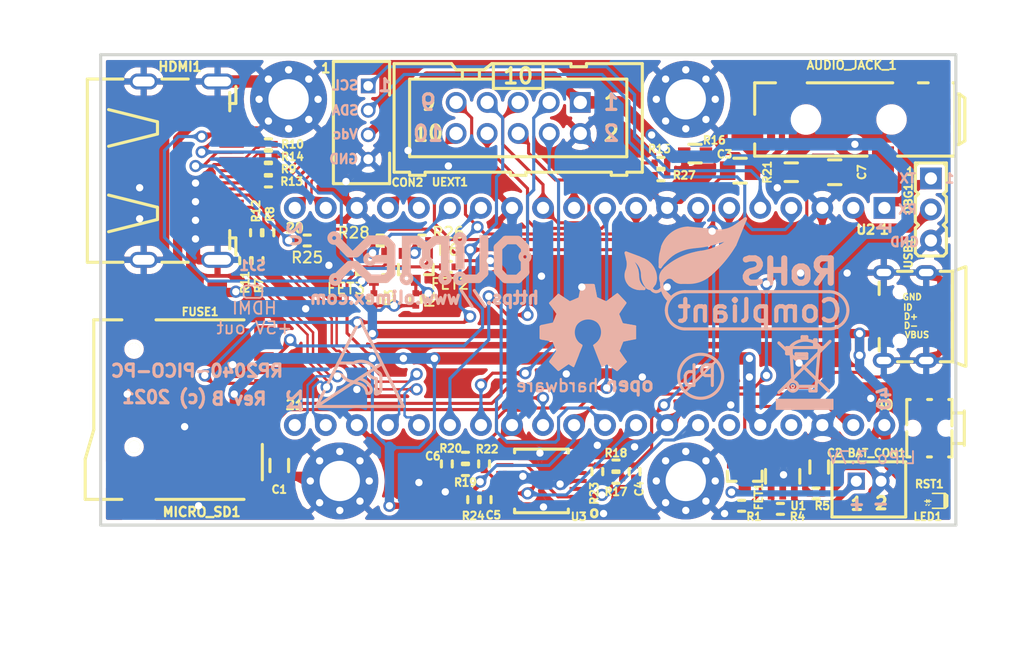
<source format=kicad_pcb>
(kicad_pcb (version 20171130) (host pcbnew 5.1.5+dfsg1-2build2)
  (title_block (title RP2040-PICO-PC) (date 2021-03-08) (rev A) (company "OLIMEX LTD, Bulgaria") (comment 1 "<c> 2021"))
  (layers (0 F.Cu signal) (31 B.Cu signal) (34 B.Paste user) (35 F.Paste user) (36 B.SilkS user) (37 F.SilkS user) (38 B.Mask user) (39 F.Mask user) (44 Edge.Cuts user))
  (net 0 "")
  (net 1 GND)
  (net 2 "Net-(FID1-PadFid1)")
  (net 3 "Net-(FID2-PadFid1)")
  (net 4 "Net-(FID3-PadFid1)")
  (net 5 +5V)
  (net 6 +BATT)
  (net 7 "Net-(R4-Pad1)")
  (net 8 "Net-(LED1-Pad1)")
  (net 9 +3V3)
  (net 10 /nRESET)
  (net 11 /VSYS)
  (net 12 "Net-(FUSE1-Pad2)")
  (net 13 /D2+)
  (net 14 /D2-)
  (net 15 /D1+)
  (net 16 /D1-)
  (net 17 /D0+)
  (net 18 /D0-)
  (net 19 /CK+)
  (net 20 /CK-)
  (net 21 "Net-(HDMI1-Pad14)")
  (net 22 "Net-(HDMI1-Pad19)")
  (net 23 /PICO_D2-)
  (net 24 /PICO_D1-)
  (net 25 /PICO_D0-)
  (net 26 /PICO_CK-)
  (net 27 /PICO_D2+)
  (net 28 /PICO_D1+)
  (net 29 /PICO_D0+)
  (net 30 /PICO_CK+)
  (net 31 "Net-(R1-Pad1)")
  (net 32 "Net-(USB1-Pad4)")
  (net 33 "Net-(USB1-Pad3)")
  (net 34 "Net-(USB1-Pad2)")
  (net 35 "Net-(U2-Pad35)")
  (net 36 "Net-(U2-Pad37)")
  (net 37 /PWM_AUDIO_L)
  (net 38 /PWM_AUDIO_R)
  (net 39 "Net-(R22-Pad2)")
  (net 40 "Net-(R23-Pad2)")
  (net 41 /UART1_TX)
  (net 42 /UART1_RX)
  (net 43 /I2C1_SCL)
  (net 44 /UART0_TX)
  (net 45 /UART0_RX)
  (net 46 "Net-(C3-Pad2)")
  (net 47 "Net-(C6-Pad2)")
  (net 48 "Net-(R18-Pad2)")
  (net 49 "Net-(R19-Pad2)")
  (net 50 "Net-(FID4-PadFid1)")
  (net 51 /I2C1_SDA)
  (net 52 /DVI_CEC)
  (net 53 "Net-(MICRO_SD1-Pad9)")
  (net 54 "Net-(MICRO_SD1-Pad8)")
  (net 55 /SPI0_MISO)
  (net 56 /SPI0_CLK)
  (net 57 /SPI0_MOSI)
  (net 58 /SPI0_CSn1)
  (net 59 "Net-(MICRO_SD1-Pad1)")
  (net 60 /I2C0_SCL)
  (net 61 /I2C0_SDA)
  (net 62 /PWM_R)
  (net 63 /SPI0_CSn0)
  (net 64 /PWM_L)
  (net 65 "Net-(FUSE1-Pad1)")
  (net 66 "Net-(AUDIO_JACK_1-Pad1)")
  (net 67 "Net-(AUDIO_JACK_1-Pad4)")
  (net 68 /I2C1A_SCL_33)
  (net 69 /I2C1A_SCL_5)
  (net 70 /I2C1A_SDA_33)
  (net 71 /I2C1A_SDA_5)
  (net 72 "Net-(HDMI1-Pad13)")
  (module OLIMEX_RLC-FP:R_0402_5MIL_DWS (layer F.Cu) (at 142.875 116.205)
    (fp_text reference R28 (at -2.159 -0.635) (layer F.SilkS) (effects (font (size 0.9 0.9) (thickness 0.154))))
    (fp_text value 2.2K/0402)
    (pad 2 smd rect (at 0.508 0) (size 0.5 0.55) (layers F.Cu F.Paste F.Mask) (net 9 +3V3))
    (pad 1 smd rect (at -0.508 0 180) (size 0.5 0.55) (layers F.Cu F.Paste F.Mask) (net 70 /I2C1A_SDA_33))
  )
  (module OLIMEX_RLC-FP:R_0402_5MIL_DWS (layer F.Cu) (at 146.304 116.205)
    (fp_text reference R26 (at 2.159 -0.635) (layer F.SilkS) (effects (font (size 0.9 0.9) (thickness 0.154))))
    (fp_text value 2.2K/0402)
    (pad 2 smd rect (at 0.508 0) (size 0.5 0.55) (layers F.Cu F.Paste F.Mask) (net 9 +3V3))
    (pad 1 smd rect (at -0.508 0 180) (size 0.5 0.55) (layers F.Cu F.Paste F.Mask) (net 68 /I2C1A_SCL_33))
  )
  (module OLIMEX_RLC-FP:R_0402_5MIL_DWS (layer F.Cu) (at 136.906 116.205 180)
    (fp_text reference R25 (at 0 -1.397) (layer F.SilkS) (effects (font (size 0.9 0.9) (thickness 0.154))))
    (fp_text value 270R/0402)
    (pad 2 smd rect (at 0.508 0 180) (size 0.5 0.55) (layers F.Cu F.Paste F.Mask) (net 72 "Net-(HDMI1-Pad13)"))
    (pad 1 smd rect (at -0.508 0) (size 0.5 0.55) (layers F.Cu F.Paste F.Mask) (net 52 /DVI_CEC))
  )
  (module OLIMEX_RLC-FP:R_0402_5MIL_DWS (layer F.Cu) (at 148.463 118.364)
    (fp_text reference R6 (at 0 -1.397) (layer F.SilkS) (effects (font (size 0.9 0.9) (thickness 0.154))))
    (fp_text value 2.2K/0402)
    (pad 2 smd rect (at 0.508 0) (size 0.5 0.55) (layers F.Cu F.Paste F.Mask) (net 52 /DVI_CEC))
    (pad 1 smd rect (at -0.508 0 180) (size 0.5 0.55) (layers F.Cu F.Paste F.Mask) (net 9 +3V3))
  )
  (module OLIMEX_Transistors-FP:SOT23 (layer F.Cu) (at 142.367 118.364 90)
    (fp_text reference FET3 (at -1.778 -2.286 180) (layer F.SilkS) (effects (font (size 0.9 0.9) (thickness 0.154))))
    (fp_text value BSS138)
    (pad 1 smd rect (at 1.1 1 90) (size 0.9 0.8) (layers F.Cu F.Paste F.Mask) (net 9 +3V3) (clearance 0.0508))
    (pad 2 smd rect (at 1.1 -1 90) (size 0.9 0.8) (layers F.Cu F.Paste F.Mask) (net 70 /I2C1A_SDA_33) (clearance 0.0508))
    (pad 3 smd rect (at -1.1 0 90) (size 0.9 0.8) (layers F.Cu F.Paste F.Mask) (net 71 /I2C1A_SDA_5) (clearance 0.0508))
  )
  (module OLIMEX_Transistors-FP:SOT23 (layer F.Cu) (at 145.796 118.364 90)
    (fp_text reference FET2 (at -1.397 2.794 180) (layer F.SilkS) (effects (font (size 0.9 0.9) (thickness 0.154))))
    (fp_text value BSS138)
    (pad 1 smd rect (at 1.1 1 90) (size 0.9 0.8) (layers F.Cu F.Paste F.Mask) (net 9 +3V3) (clearance 0.0508))
    (pad 2 smd rect (at 1.1 -1 90) (size 0.9 0.8) (layers F.Cu F.Paste F.Mask) (net 68 /I2C1A_SCL_33) (clearance 0.0508))
    (pad 3 smd rect (at -1.1 0 90) (size 0.9 0.8) (layers F.Cu F.Paste F.Mask) (net 69 /I2C1A_SCL_5) (clearance 0.0508))
  )
  (module OLIMEX_Connectors-FP:PJ-W47S-05D2-LF_5PIN_V2 (layer F.Cu) (at 181.737 106.299 180)
    (fp_text reference AUDIO_JACK_1 (at 0.254 4.445) (layer F.SilkS) (effects (font (size 0.7 0.7) (thickness 0.154))))
    (fp_text value PJ-W47S-05D2-LF_V2)
    (pad 1 smd rect (at -7 3.4 180) (size 1.4 2.6) (layers F.Cu F.Paste F.Mask) (net 66 "Net-(AUDIO_JACK_1-Pad1)") (clearance 0.0508))
    (pad 2 smd rect (at 5.2 3.4 180) (size 2 2.6) (layers F.Cu F.Paste F.Mask) (net 37 /PWM_AUDIO_L) (clearance 0.0508))
    (pad 3 smd rect (at -2.3 -3.5 180) (size 1.8 2.6) (layers F.Cu F.Paste F.Mask) (net 38 /PWM_AUDIO_R) (clearance 0.0508))
    (pad 4 smd rect (at 8.8 -0.8 180) (size 2.6 2) (layers F.Cu F.Paste F.Mask) (net 67 "Net-(AUDIO_JACK_1-Pad4)") (clearance 0.0508))
    (pad 5 smd rect (at -4.2 3.4 180) (size 1.4 2.6) (layers F.Cu F.Paste F.Mask) (net 1 GND) (clearance 0.0508))
    (pad "" np_thru_hole circle (at -3 0 180) (size 1.9 1.9) (drill 1.9) (layers *.Cu *.Mask))
    (pad "" np_thru_hole circle (at 4 0 180) (size 1.9 1.9) (drill 1.9) (layers *.Cu *.Mask))
  )
  (module OLIMEX_Jumpers-FP:SJ_1_SMALLER (layer B.Cu) (at 132.461 120.396 180)
    (fp_text reference SJ1 (at 0.0254 2.1336) (layer B.SilkS) (effects (font (size 0.8 0.8) (thickness 0.2)) (justify mirror)))
    (fp_text value open hide)
    (pad 2 smd rect (at 0.381 0 180) (size 0.508 0.762) (layers B.Cu B.Mask) (net 65 "Net-(FUSE1-Pad1)") (clearance 0.0508))
    (pad 1 smd rect (at -0.381 0 180) (size 0.508 0.762) (layers B.Cu B.Mask) (net 5 +5V) (clearance 0.0508))
  )
  (module OLIMEX_RLC-FP:R_0402_5MIL_DWS (layer F.Cu) (at 142.367 121.031 90)
    (fp_text reference R3 (at 0.127 1.27 90) (layer F.SilkS) (effects (font (size 0.7 0.7) (thickness 0.154))))
    (fp_text value 2.2K/0402)
    (pad 2 smd rect (at 0.508 0 90) (size 0.5 0.55) (layers F.Cu F.Paste F.Mask) (net 71 /I2C1A_SDA_5))
    (pad 1 smd rect (at -0.508 0 270) (size 0.5 0.55) (layers F.Cu F.Paste F.Mask) (net 5 +5V))
  )
  (module OLIMEX_RLC-FP:R_0402_5MIL_DWS (layer F.Cu) (at 145.796 121.031 90)
    (fp_text reference R2 (at 0 1.143 90) (layer F.SilkS) (effects (font (size 0.7 0.7) (thickness 0.154))))
    (fp_text value 2.2K/0402)
    (pad 2 smd rect (at 0.508 0 90) (size 0.5 0.55) (layers F.Cu F.Paste F.Mask) (net 69 /I2C1A_SCL_5))
    (pad 1 smd rect (at -0.508 0 270) (size 0.5 0.55) (layers F.Cu F.Paste F.Mask) (net 5 +5V))
  )
  (module OLIMEX_Transistors-FP:SOT23 (layer F.Cu) (at 172.72 135.2804 90)
    (fp_text reference FET1 (at -1.8796 1.143 270) (layer F.SilkS) (effects (font (size 0.635 0.635) (thickness 0.15875))))
    (fp_text value WPM2015)
    (pad 1 smd rect (at 1.10744 0.94996 90) (size 1.4 1) (layers F.Cu F.Paste F.Mask) (net 5 +5V) (clearance 0.0508))
    (pad 2 smd rect (at 1.10744 -0.9525 90) (size 1.4 1) (layers F.Cu F.Paste F.Mask) (net 11 /VSYS) (clearance 0.0508))
    (pad 3 smd rect (at -1.10236 0.00254 90) (size 1.4 1) (layers F.Cu F.Paste F.Mask) (net 6 +BATT) (clearance 0.0508))
  )
  (module OLIMEX_Connectors-FP:HN1x3 (layer F.Cu) (at 187.96 113.665 270)
    (fp_text reference DBG1 (at -0.889 1.8415 90) (layer F.SilkS) (effects (font (size 0.635 0.635) (thickness 0.15875))))
    (fp_text value NH1x3)
    (fp_text user GND (at 2.667 2.159 180) (layer B.SilkS) (effects (font (size 0.762 0.762) (thickness 0.1905)) (justify mirror)))
    (fp_text user RX (at 0 1.905 180) (layer B.SilkS) (effects (font (size 0.762 0.762) (thickness 0.1905)) (justify mirror)))
    (fp_text user TX (at -2.54 1.905 180) (layer B.SilkS) (effects (font (size 0.762 0.762) (thickness 0.1905)) (justify mirror)))
    (fp_text user 1 (at -3.1115 1.7145 180) (layer F.SilkS) (effects (font (size 0.635 0.635) (thickness 0.15875))))
    (fp_text user 1 (at -2.54 -1.524 180) (layer B.SilkS) (effects (font (size 0.762 0.762) (thickness 0.1905)) (justify mirror)))
    (pad 1 thru_hole rect (at -2.54 0 270) (size 1.778 1.778) (drill 1) (layers *.Cu *.Mask) (net 44 /UART0_TX))
    (pad 2 thru_hole circle (at 0 0 270) (size 1.778 1.778) (drill 1) (layers *.Cu *.Mask) (net 45 /UART0_RX))
    (pad 3 thru_hole circle (at 2.54 0 270) (size 1.778 1.778) (drill 1) (layers *.Cu *.Mask) (net 1 GND))
  )
  (module OLIMEX_Connectors-FP:CL0104PV1K0 (layer F.Cu) (at 141.351 106.553 90)
    (fp_text reference CON2 (at -4.9022 3.7592) (layer F.SilkS) (effects (font (size 0.635 0.635) (thickness 0.15875))))
    (fp_text value CI0104P1VK0)
    (fp_text user Vdc (at -0.9525 -1.3335) (layer B.SilkS) (effects (font (size 0.762 0.762) (thickness 0.1905)) (justify mirror)))
    (fp_text user GND (at -2.9845 -1.4605) (layer B.SilkS) (effects (font (size 0.762 0.762) (thickness 0.1905)) (justify mirror)))
    (fp_text user SDA (at 1 -1.3335) (layer B.SilkS) (effects (font (size 0.762 0.762) (thickness 0.1905)) (justify mirror)))
    (fp_text user SCL (at 3.048 -1.3335 180) (layer B.SilkS) (effects (font (size 0.762 0.762) (thickness 0.1905)) (justify mirror)))
    (fp_text user 1 (at 3.048 1.905 180) (layer B.SilkS) (effects (font (thickness 0.25)) (justify mirror)))
    (fp_text user 1 (at 4.445 -2.921 180) (layer F.SilkS) (effects (font (size 0.762 0.762) (thickness 0.1905))))
    (pad 1 thru_hole rect (at 3 0.55 90) (size 1.2 1.2) (drill 0.8) (layers *.Cu *.Mask) (net 43 /I2C1_SCL))
    (pad 2 thru_hole circle (at 1 0.55 90) (size 1.2 1.2) (drill 0.8) (layers *.Cu *.Mask) (net 51 /I2C1_SDA))
    (pad 3 thru_hole circle (at -1 0.55 90) (size 1.2 1.2) (drill 0.8) (layers *.Cu *.Mask) (net 9 +3V3))
    (pad 4 thru_hole circle (at -3 0.55 90) (size 1.2 1.2) (drill 0.8) (layers *.Cu *.Mask) (net 1 GND))
  )
  (module OLIMEX_Other-FP:Mounting_hole_Shield_3.3mm (layer F.Cu) (at 167.894 104.648)
    (fp_text reference MH3 hide)
    (fp_text value Mounting_hole_Shield_3.3mm hide)
    (pad GND1 thru_hole circle (at -2.413 0) (size 1.2 1.2) (drill 0.6) (layers *.Cu *.Mask) (net 1 GND))
    (pad GND1 thru_hole circle (at 2.413 0) (size 1.2 1.2) (drill 0.6) (layers *.Cu *.Mask) (net 1 GND))
    (pad GND1 thru_hole circle (at 1.651 1.651) (size 1.2 1.2) (drill 0.6) (layers *.Cu *.Mask) (net 1 GND))
    (pad GND1 thru_hole circle (at -1.651 1.778) (size 1.2 1.2) (drill 0.6) (layers *.Cu *.Mask) (net 1 GND))
    (pad GND1 thru_hole circle (at 1.651 -1.651) (size 1.2 1.2) (drill 0.6) (layers *.Cu *.Mask) (net 1 GND))
    (pad GND1 thru_hole circle (at -1.651 -1.651) (size 1.2 1.2) (drill 0.6) (layers *.Cu *.Mask) (net 1 GND))
    (pad GND1 thru_hole circle (at 0 2.413) (size 1.2 1.2) (drill 0.6) (layers *.Cu *.Mask) (net 1 GND))
    (pad GND1 thru_hole circle (at 0 -2.413) (size 1.2 1.2) (drill 0.6) (layers *.Cu *.Mask) (net 1 GND))
    (pad GND1 thru_hole circle (at 0 0) (size 6.3 6.3) (drill 3.3) (layers *.Cu *.Mask) (net 1 GND))
  )
  (module OLIMEX_Other-FP:Fiducial1x3 (layer F.Cu) (at 121.793 135.382)
    (fp_text reference FID4 hide)
    (fp_text value Fiducial hide)
    (pad Fid1 connect circle (at 0 0) (size 1 1) (layers F.Cu F.Mask) (net 50 "Net-(FID4-PadFid1)") (clearance 1.016))
  )
  (module OLIMEX_Connectors-FP:BH10S (layer F.Cu) (at 154.178 106.172 180)
    (fp_text reference UEXT1 (at 5.588 -5.2578 180) (layer F.SilkS) (effects (font (size 0.635 0.635) (thickness 0.15875))))
    (fp_text value BH10S)
    (fp_text user 9 (at 7.366 1.27 180) (layer F.SilkS) (effects (font (size 1.27 1.27) (thickness 0.254))))
    (fp_text user 10 (at 7.366 -1.27 180) (layer F.SilkS) (effects (font (size 1.27 1.27) (thickness 0.254))))
    (fp_text user 2 (at -7.62 -1.27 180) (layer F.SilkS) (effects (font (size 1.27 1.27) (thickness 0.254))))
    (fp_text user 1 (at -7.62 1.27 180) (layer F.SilkS) (effects (font (size 1.27 1.27) (thickness 0.254))))
    (fp_text user 10 (at 0 3.429 180) (layer F.SilkS) (effects (font (size 1.27 1.27) (thickness 0.254))))
    (fp_text user 1 (at -7.62 1.27 180) (layer B.SilkS) (effects (font (size 1.27 1.27) (thickness 0.254)) (justify mirror)))
    (fp_text user 2 (at -7.62 -1.27 180) (layer B.SilkS) (effects (font (size 1.27 1.27) (thickness 0.254)) (justify mirror)))
    (fp_text user 9 (at 7.366 1.27 180) (layer B.SilkS) (effects (font (size 1.27 1.27) (thickness 0.254)) (justify mirror)))
    (fp_text user 10 (at 7.366 -1.27 180) (layer B.SilkS) (effects (font (size 1.27 1.27) (thickness 0.254)) (justify mirror)))
    (pad 1 thru_hole rect (at -5.08 1.27 180) (size 1.7 1.7) (drill 1.1) (layers *.Cu *.Mask) (net 9 +3V3))
    (pad 2 thru_hole circle (at -5.08 -1.27 180) (size 1.7 1.7) (drill 1.1) (layers *.Cu *.Mask) (net 1 GND))
    (pad 3 thru_hole circle (at -2.54 1.27 180) (size 1.7 1.7) (drill 1.1) (layers *.Cu *.Mask) (net 41 /UART1_TX))
    (pad 4 thru_hole circle (at -2.54 -1.27 180) (size 1.7 1.7) (drill 1.1) (layers *.Cu *.Mask) (net 42 /UART1_RX))
    (pad 5 thru_hole circle (at 0 1.27 180) (size 1.7 1.7) (drill 1.1) (layers *.Cu *.Mask) (net 60 /I2C0_SCL))
    (pad 6 thru_hole circle (at 0 -1.27 180) (size 1.7 1.7) (drill 1.1) (layers *.Cu *.Mask) (net 61 /I2C0_SDA))
    (pad 7 thru_hole circle (at 2.54 1.27 180) (size 1.7 1.7) (drill 1.1) (layers *.Cu *.Mask) (net 55 /SPI0_MISO))
    (pad 8 thru_hole circle (at 2.54 -1.27 180) (size 1.7 1.7) (drill 1.1) (layers *.Cu *.Mask) (net 57 /SPI0_MOSI))
    (pad 9 thru_hole circle (at 5.08 1.27 180) (size 1.7 1.7) (drill 1.1) (layers *.Cu *.Mask) (net 56 /SPI0_CLK))
    (pad 10 thru_hole circle (at 5.08 -1.27 180) (size 1.7 1.7) (drill 1.1) (layers *.Cu *.Mask) (net 63 /SPI0_CSn0))
  )
  (module OLIMEX_Connectors-FP:LIPO_BAT_VERTICAL_DW02S (layer F.Cu) (at 182.88 139.446)
    (fp_text reference BAT_CON1 (at 0.635 -5.842) (layer F.SilkS) (effects (font (size 0.635 0.635) (thickness 0.15875))))
    (fp_text value DW02S)
    (fp_text user 2 (at 1.02108 -1.72974 180) (layer F.SilkS) (effects (font (size 1.016 1.016) (thickness 0.254))))
    (fp_text user 1 (at -0.98298 -1.67894) (layer F.SilkS) (effects (font (size 1.016 1.016) (thickness 0.254))))
    (fp_text user + (at -0.98552 -1.68148) (layer B.SilkS) (effects (font (size 1.016 1.016) (thickness 0.254)) (justify mirror)))
    (fp_text user - (at 0.9652 -1.72974 180) (layer B.SilkS) (effects (font (size 1.016 1.016) (thickness 0.254)) (justify mirror)))
    (pad 1 thru_hole rect (at -1.0287 -3.53568) (size 1.4 1.4) (drill 0.9) (layers *.Cu *.Mask) (net 6 +BATT))
    (pad 2 thru_hole circle (at 1.00076 -3.53822) (size 1.4 1.4) (drill 0.9) (layers *.Cu *.Mask) (net 1 GND))
  )
  (module OLIMEX_LOGOs-FP:OLIMEX_LOGO_TB (layer B.Cu) (at 146.7485 117.6655 180)
    (fp_text reference OLIMEX_LOGO hide)
    (fp_text value Logo hide)
  )
  (module OLIMEX_LOGOs-FP:LOGO_ROHS_1 (layer B.Cu) (at 180.1495 122.809 180)
    (fp_text reference RoHS_Complaint hide)
    (fp_text value Logo hide)
    (fp_text user Compliant (at 6.20014 0.8382) (layer B.SilkS) (effects (font (size 1.778 1.778) (thickness 0.35)) (justify mirror)))
    (fp_text user RoHS (at 3.81508 4.04368) (layer B.SilkS) (effects (font (size 2 2) (thickness 0.5)) (justify mirror)))
  )
  (module OLIMEX_LOGOs-FP:LOGO_RECYCLEBIN_1 (layer B.Cu) (at 179.959 130.048 180)
    (fp_text reference Recycle_bin hide)
    (fp_text value logo hide)
  )
  (module OLIMEX_LOGOs-FP:LOGO_PBFREE (layer B.Cu) (at 168.91 127.635 180)
    (fp_text reference PB_FREE)
    (fp_text value Logo)
    (fp_text user Pb (at -0.08636 0.33528) (layer B.SilkS) (effects (font (size 1.7 1.5) (thickness 0.254)) (justify mirror)))
  )
  (module OLIMEX_LOGOs-FP:LOGO_OPENHARDWARE_8x8 (layer B.Cu) (at 159.893 123.825 180)
    (fp_text reference Open_Hardware hide)
    (fp_text value Logo hide)
    (fp_text user open (at -3.40106 -4.17576) (layer B.SilkS) (effects (font (size 1.1 1.1) (thickness 0.254)) (justify mirror)))
    (fp_text user hardware (at 2.51206 -4.2672) (layer B.SilkS) (effects (font (thickness 0.18)) (justify mirror)))
  )
  (module OLIMEX_LOGOs-FP:LOGO_ANTISTATIC_1 (layer B.Cu) (at 144.78 129.794 180)
    (fp_text reference Antistatic hide)
    (fp_text value Logo hide)
  )
  (module OLIMEX_RLC-FP:R_0402_5MIL_DWS (layer F.Cu) (at 132.842 117.856 90)
    (fp_text reference R7 (at -2.032 0.127 270) (layer F.SilkS) (effects (font (size 0.635 0.635) (thickness 0.15875))))
    (fp_text value 270R/0402)
    (pad 1 smd rect (at -0.508 0 270) (size 0.5 0.55) (layers F.Cu F.Paste F.Mask) (net 23 /PICO_D2-))
    (pad 2 smd rect (at 0.508 0 90) (size 0.5 0.55) (layers F.Cu F.Paste F.Mask) (net 14 /D2-))
  )
  (module OLIMEX_RLC-FP:R_0402_5MIL_DWS (layer F.Cu) (at 133.731 111.379 180)
    (fp_text reference R13 (at -1.905 0) (layer F.SilkS) (effects (font (size 0.635 0.635) (thickness 0.15875))))
    (fp_text value 270R/0402)
    (pad 1 smd rect (at -0.508 0) (size 0.5 0.55) (layers F.Cu F.Paste F.Mask) (net 29 /PICO_D0+))
    (pad 2 smd rect (at 0.508 0 180) (size 0.5 0.55) (layers F.Cu F.Paste F.Mask) (net 17 /D0+))
  )
  (module OLIMEX_RLC-FP:R_0402_5MIL_DWS (layer F.Cu) (at 133.731 108.331 180)
    (fp_text reference R10 (at -1.9685 0) (layer F.SilkS) (effects (font (size 0.635 0.635) (thickness 0.15875))))
    (fp_text value 270R/0402)
    (pad 2 smd rect (at 0.508 0 180) (size 0.5 0.55) (layers F.Cu F.Paste F.Mask) (net 20 /CK-))
    (pad 1 smd rect (at -0.508 0) (size 0.5 0.55) (layers F.Cu F.Paste F.Mask) (net 26 /PICO_CK-))
  )
  (module OLIMEX_RLC-FP:R_0402_5MIL_DWS (layer F.Cu) (at 132.715 115.57 90)
    (fp_text reference R12 (at 1.778 0 270) (layer F.SilkS) (effects (font (size 0.635 0.635) (thickness 0.15875))))
    (fp_text value 270R/0402)
    (pad 1 smd rect (at -0.508 0 270) (size 0.5 0.55) (layers F.Cu F.Paste F.Mask) (net 28 /PICO_D1+))
    (pad 2 smd rect (at 0.508 0 90) (size 0.5 0.55) (layers F.Cu F.Paste F.Mask) (net 15 /D1+))
  )
  (module OLIMEX_RLC-FP:R_0402_5MIL_DWS (layer F.Cu) (at 131.826 117.856 90)
    (fp_text reference R11 (at -1.778 0 270) (layer F.SilkS) (effects (font (size 0.635 0.635) (thickness 0.15875))))
    (fp_text value 270R/0402)
    (pad 2 smd rect (at 0.508 0 90) (size 0.5 0.55) (layers F.Cu F.Paste F.Mask) (net 13 /D2+))
    (pad 1 smd rect (at -0.508 0 270) (size 0.5 0.55) (layers F.Cu F.Paste F.Mask) (net 27 /PICO_D2+))
  )
  (module OLIMEX_RLC-FP:R_0402_5MIL_DWS (layer F.Cu) (at 133.731 110.363 180)
    (fp_text reference R9 (at -1.651 0 180) (layer F.SilkS) (effects (font (size 0.635 0.635) (thickness 0.15875))))
    (fp_text value 270R/0402)
    (pad 2 smd rect (at 0.508 0 180) (size 0.5 0.55) (layers F.Cu F.Paste F.Mask) (net 18 /D0-))
    (pad 1 smd rect (at -0.508 0) (size 0.5 0.55) (layers F.Cu F.Paste F.Mask) (net 25 /PICO_D0-))
  )
  (module OLIMEX_RLC-FP:R_0402_5MIL_DWS (layer F.Cu) (at 133.731 115.57 90)
    (fp_text reference R8 (at 1.524 0.127 90) (layer F.SilkS) (effects (font (size 0.635 0.635) (thickness 0.15875))))
    (fp_text value 270R/0402)
    (pad 1 smd rect (at -0.508 0 270) (size 0.5 0.55) (layers F.Cu F.Paste F.Mask) (net 24 /PICO_D1-))
    (pad 2 smd rect (at 0.508 0 90) (size 0.5 0.55) (layers F.Cu F.Paste F.Mask) (net 16 /D1-))
  )
  (module OLIMEX_RLC-FP:R_0402_5MIL_DWS (layer F.Cu) (at 133.731 109.347 180)
    (fp_text reference R14 (at -1.9685 0) (layer F.SilkS) (effects (font (size 0.635 0.635) (thickness 0.15875))))
    (fp_text value 270R/0402)
    (pad 2 smd rect (at 0.508 0 180) (size 0.5 0.55) (layers F.Cu F.Paste F.Mask) (net 19 /CK+))
    (pad 1 smd rect (at -0.508 0) (size 0.5 0.55) (layers F.Cu F.Paste F.Mask) (net 30 /PICO_CK+))
  )
  (module OLIMEX_Cases-FP:RP_Pico2040 (layer F.Cu) (at 160.02 122.428 270)
    (fp_text reference U2 (at -7.112 -22.606 180) (layer F.SilkS) (effects (font (size 0.762 0.762) (thickness 0.1905))))
    (fp_text value RP_pico2040)
    (fp_text user 1 (at -7.112 -24.13 180) (layer F.SilkS) (effects (font (size 0.762 0.762) (thickness 0.1905))))
    (fp_text user 1 (at -7.239 -24.13 270) (layer B.SilkS) (effects (font (size 1.016 1.016) (thickness 0.254)) (justify mirror)))
    (fp_text user 20 (at -7.239 24.13 180) (layer F.SilkS) (effects (font (size 0.762 0.762) (thickness 0.1905))))
    (fp_text user 20 (at -6.731 24.13 90) (layer B.SilkS) (effects (font (size 1.016 1.016) (thickness 0.254)) (justify mirror)))
    (fp_text user 21 (at 7.239 24.13 180) (layer F.SilkS) (effects (font (size 0.762 0.762) (thickness 0.1905))))
    (fp_text user 21 (at 6.9215 24.13 270) (layer B.SilkS) (effects (font (size 1.016 1.016) (thickness 0.254)) (justify mirror)))
    (fp_text user 40 (at 7.239 -24.13 180) (layer F.SilkS) (effects (font (size 0.762 0.762) (thickness 0.1905))))
    (fp_text user 40 (at 6.7056 -24.13 270) (layer B.SilkS) (effects (font (size 1.016 1.016) (thickness 0.254)) (justify mirror)))
    (pad 36 thru_hole circle (at 8.89 -13.97 180) (size 1.778 1.778) (drill 1) (layers *.Cu *.Mask) (net 9 +3V3))
    (pad 38 thru_hole circle (at 8.89 -19.05 180) (size 1.778 1.778) (drill 1) (layers *.Cu *.Mask) (net 1 GND))
    (pad 24 thru_hole circle (at 8.89 16.51 180) (size 1.778 1.778) (drill 1) (layers *.Cu *.Mask) (net 24 /PICO_D1-))
    (pad 30 thru_hole circle (at 8.89 1.27 180) (size 1.778 1.778) (drill 1) (layers *.Cu *.Mask) (net 10 /nRESET))
    (pad 11 thru_hole circle (at -8.89 1.27 180) (size 1.778 1.778) (drill 1) (layers *.Cu *.Mask) (net 61 /I2C0_SDA))
    (pad 17 thru_hole circle (at -8.89 16.51 180) (size 1.778 1.778) (drill 1) (layers *.Cu *.Mask) (net 30 /PICO_CK+))
    (pad 29 thru_hole circle (at 8.89 3.81 180) (size 1.778 1.778) (drill 1) (layers *.Cu *.Mask) (net 58 /SPI0_CSn1))
    (pad 3 thru_hole circle (at -8.89 -19.05 180) (size 1.778 1.778) (drill 1) (layers *.Cu *.Mask) (net 1 GND))
    (pad 16 thru_hole circle (at -8.89 13.97 180) (size 1.778 1.778) (drill 1) (layers *.Cu *.Mask) (net 26 /PICO_CK-))
    (pad 6 thru_hole circle (at -8.89 -11.43 180) (size 1.778 1.778) (drill 1) (layers *.Cu *.Mask) (net 55 /SPI0_MISO))
    (pad 4 thru_hole circle (at -8.89 -16.51 180) (size 1.778 1.778) (drill 1) (layers *.Cu *.Mask) (net 51 /I2C1_SDA))
    (pad 40 thru_hole circle (at 8.89 -24.13 180) (size 1.778 1.778) (drill 1) (layers *.Cu *.Mask) (net 5 +5V))
    (pad 14 thru_hole circle (at -8.89 8.89 180) (size 1.778 1.778) (drill 1) (layers *.Cu *.Mask) (net 68 /I2C1A_SCL_33))
    (pad 20 thru_hole circle (at -8.89 24.13 180) (size 1.778 1.778) (drill 1) (layers *.Cu *.Mask) (net 29 /PICO_D0+))
    (pad 35 thru_hole circle (at 8.89 -11.43 180) (size 1.778 1.778) (drill 1) (layers *.Cu *.Mask) (net 35 "Net-(U2-Pad35)"))
    (pad 5 thru_hole circle (at -8.89 -13.97 180) (size 1.778 1.778) (drill 1) (layers *.Cu *.Mask) (net 43 /I2C1_SCL))
    (pad 13 thru_hole circle (at -8.89 6.35 180) (size 1.778 1.778) (drill 1) (layers *.Cu *.Mask) (net 1 GND))
    (pad 18 thru_hole circle (at -8.89 19.05 180) (size 1.778 1.778) (drill 1) (layers *.Cu *.Mask) (net 1 GND))
    (pad 19 thru_hole circle (at -8.89 21.59 180) (size 1.778 1.778) (drill 1) (layers *.Cu *.Mask) (net 25 /PICO_D0-))
    (pad 32 thru_hole circle (at 8.89 -3.81 180) (size 1.778 1.778) (drill 1) (layers *.Cu *.Mask) (net 62 /PWM_R))
    (pad 22 thru_hole circle (at 8.89 21.59 180) (size 1.778 1.778) (drill 1) (layers *.Cu *.Mask) (net 27 /PICO_D2+))
    (pad 37 thru_hole circle (at 8.89 -16.51 180) (size 1.778 1.778) (drill 1) (layers *.Cu *.Mask) (net 36 "Net-(U2-Pad37)"))
    (pad 27 thru_hole circle (at 8.89 8.89 180) (size 1.778 1.778) (drill 1) (layers *.Cu *.Mask) (net 42 /UART1_RX))
    (pad 25 thru_hole circle (at 8.89 13.97 180) (size 1.778 1.778) (drill 1) (layers *.Cu *.Mask) (net 28 /PICO_D1+))
    (pad 26 thru_hole circle (at 8.89 11.43 180) (size 1.778 1.778) (drill 1) (layers *.Cu *.Mask) (net 41 /UART1_TX))
    (pad 23 thru_hole circle (at 8.89 19.05 180) (size 1.778 1.778) (drill 1) (layers *.Cu *.Mask) (net 1 GND))
    (pad 1 thru_hole rect (at -8.89 -24.13 180) (size 1.778 1.778) (drill 1) (layers *.Cu *.Mask) (net 44 /UART0_TX))
    (pad 2 thru_hole circle (at -8.89 -21.59 180) (size 1.778 1.778) (drill 1) (layers *.Cu *.Mask) (net 45 /UART0_RX))
    (pad 7 thru_hole circle (at -8.89 -8.89 180) (size 1.778 1.778) (drill 1) (layers *.Cu *.Mask) (net 63 /SPI0_CSn0))
    (pad 12 thru_hole circle (at -8.89 3.81 180) (size 1.778 1.778) (drill 1) (layers *.Cu *.Mask) (net 60 /I2C0_SCL))
    (pad 21 thru_hole circle (at 8.89 24.13 180) (size 1.778 1.778) (drill 1) (layers *.Cu *.Mask) (net 23 /PICO_D2-))
    (pad 28 thru_hole circle (at 8.89 6.35 180) (size 1.778 1.778) (drill 1) (layers *.Cu *.Mask) (net 1 GND))
    (pad 15 thru_hole circle (at -8.89 11.43 180) (size 1.778 1.778) (drill 1) (layers *.Cu *.Mask) (net 70 /I2C1A_SDA_33))
    (pad 39 thru_hole circle (at 8.89 -21.59 180) (size 1.778 1.778) (drill 1) (layers *.Cu *.Mask) (net 11 /VSYS))
    (pad 31 thru_hole circle (at 8.89 -1.27 180) (size 1.778 1.778) (drill 1) (layers *.Cu *.Mask) (net 52 /DVI_CEC))
    (pad 10 thru_hole circle (at -8.89 -1.27 180) (size 1.778 1.778) (drill 1) (layers *.Cu *.Mask) (net 57 /SPI0_MOSI))
    (pad 9 thru_hole circle (at -8.89 -3.81 180) (size 1.778 1.778) (drill 1) (layers *.Cu *.Mask) (net 56 /SPI0_CLK))
    (pad 33 thru_hole circle (at 8.89 -6.35 180) (size 1.778 1.778) (drill 1) (layers *.Cu *.Mask) (net 1 GND))
    (pad 8 thru_hole circle (at -8.89 -6.35 180) (size 1.778 1.778) (drill 1) (layers *.Cu *.Mask) (net 1 GND))
    (pad 34 thru_hole circle (at 8.89 -8.89 180) (size 1.778 1.778) (drill 1) (layers *.Cu *.Mask) (net 64 /PWM_L))
  )
  (module OLIMEX_Other-FP:Fiducial1x3 (layer F.Cu) (at 187.833 107.061)
    (fp_text reference FID1 hide)
    (fp_text value Fiducial hide)
    (pad Fid1 connect circle (at 0 0) (size 1 1) (layers F.Cu F.Mask) (net 2 "Net-(FID1-PadFid1)") (clearance 1.016))
  )
  (module OLIMEX_Other-FP:Fiducial1x3 (layer F.Cu) (at 180.975 128.778)
    (fp_text reference FID2 hide)
    (fp_text value Fiducial hide)
    (pad Fid1 connect circle (at 0 0) (size 1 1) (layers F.Cu F.Mask) (net 3 "Net-(FID2-PadFid1)") (clearance 1.016))
  )
  (module OLIMEX_Other-FP:Fiducial1x3 (layer F.Cu) (at 122.428 106.426)
    (fp_text reference FID3 hide)
    (fp_text value Fiducial hide)
    (pad Fid1 connect circle (at 0 0) (size 1 1) (layers F.Cu F.Mask) (net 4 "Net-(FID3-PadFid1)") (clearance 1.016))
  )
  (module OLIMEX_RLC-FP:C_0603_5MIL_DWS (layer F.Cu) (at 134.62 134.62 90)
    (fp_text reference C1 (at -1.9685 0) (layer F.SilkS) (effects (font (size 0.635 0.635) (thickness 0.15875))))
    (fp_text value 10uF/6.3V/0603)
    (pad 1 smd rect (at -0.889 0 90) (size 1.016 1.016) (layers F.Cu F.Paste F.Mask) (net 1 GND) (clearance 0.0508))
    (pad 2 smd rect (at 0.889 0 90) (size 1.016 1.016) (layers F.Cu F.Paste F.Mask) (net 9 +3V3) (clearance 0.0508))
  )
  (module OLIMEX_Devices-FP:FUSE-1206 (layer F.Cu) (at 128.143 120.4595 180)
    (fp_text reference FUSE1 (at 0 -1.5875) (layer F.SilkS) (effects (font (size 0.635 0.635) (thickness 0.15875))))
    (fp_text value FSMD035)
    (pad 1 smd rect (at -1.4 0 180) (size 1.6 1.8) (layers F.Cu F.Paste F.Mask) (net 65 "Net-(FUSE1-Pad1)"))
    (pad 2 smd rect (at 1.4 0 180) (size 1.6 1.8) (layers F.Cu F.Paste F.Mask) (net 12 "Net-(FUSE1-Pad2)"))
  )
  (module OLIMEX_Connectors-FP:HDMI-SWM-19-TEST (layer F.Cu) (at 124.968 110.49 90)
    (fp_text reference HDMI1 (at 8.509 1.524) (layer F.SilkS) (effects (font (size 0.762 0.762) (thickness 0.1905))))
    (fp_text value HDMI-SWM-19)
    (pad 0 thru_hole oval (at 7.3 4.6 90) (size 1.3 2.7) (drill oval 0.8 2.2) (layers *.Cu *.Mask) (net 1 GND))
    (pad 0 thru_hole oval (at -7.3 4.6 90) (size 1.3 2.7) (drill oval 0.8 2.2) (layers *.Cu *.Mask) (net 1 GND))
    (pad 0 thru_hole oval (at -7.3 -1.45 90) (size 1.3 2.3) (drill oval 0.8 1.8) (layers *.Cu *.Mask) (net 1 GND))
    (pad 1 smd rect (at -4.5 5.75 180) (size 2 0.25) (layers F.Cu F.Paste F.Mask) (net 13 /D2+))
    (pad 2 smd rect (at -4 5.75 180) (size 2 0.25) (layers F.Cu F.Paste F.Mask) (net 1 GND))
    (pad 3 smd rect (at -3.5 5.75 180) (size 2 0.25) (layers F.Cu F.Paste F.Mask) (net 14 /D2-))
    (pad 4 smd rect (at -3 5.75 180) (size 2 0.25) (layers F.Cu F.Paste F.Mask) (net 15 /D1+))
    (pad 5 smd rect (at -2.5 5.75 180) (size 2 0.25) (layers F.Cu F.Paste F.Mask) (net 1 GND))
    (pad 6 smd rect (at -2 5.75 180) (size 2 0.25) (layers F.Cu F.Paste F.Mask) (net 16 /D1-))
    (pad 7 smd rect (at -1.5 5.75 180) (size 2 0.25) (layers F.Cu F.Paste F.Mask) (net 17 /D0+))
    (pad 8 smd rect (at -1 5.75 180) (size 2 0.25) (layers F.Cu F.Paste F.Mask) (net 1 GND))
    (pad 9 smd rect (at -0.5 5.75 180) (size 2 0.25) (layers F.Cu F.Paste F.Mask) (net 18 /D0-))
    (pad 10 smd rect (at 0 5.75 180) (size 2 0.25) (layers F.Cu F.Paste F.Mask) (net 19 /CK+))
    (pad 11 smd rect (at 0.5 5.75 180) (size 2 0.25) (layers F.Cu F.Paste F.Mask) (net 1 GND))
    (pad 12 smd rect (at 1 5.75 180) (size 2 0.25) (layers F.Cu F.Paste F.Mask) (net 20 /CK-))
    (pad 13 smd rect (at 1.5 5.75 180) (size 2 0.25) (layers F.Cu F.Paste F.Mask) (net 72 "Net-(HDMI1-Pad13)"))
    (pad 14 smd rect (at 2 5.75 180) (size 2 0.25) (layers F.Cu F.Paste F.Mask) (net 21 "Net-(HDMI1-Pad14)"))
    (pad 15 smd rect (at 2.5 5.75 180) (size 2 0.25) (layers F.Cu F.Paste F.Mask) (net 69 /I2C1A_SCL_5))
    (pad 16 smd rect (at 3 5.75 180) (size 2 0.25) (layers F.Cu F.Paste F.Mask) (net 71 /I2C1A_SDA_5))
    (pad 17 smd rect (at 3.5 5.75 180) (size 2 0.25) (layers F.Cu F.Paste F.Mask) (net 1 GND))
    (pad 18 smd rect (at 4 5.75 180) (size 2 0.25) (layers F.Cu F.Paste F.Mask) (net 12 "Net-(FUSE1-Pad2)"))
    (pad 19 smd rect (at 4.5 5.75 180) (size 2 0.25) (layers F.Cu F.Paste F.Mask) (net 22 "Net-(HDMI1-Pad19)"))
    (pad 0 thru_hole oval (at 7.3 -1.45 90) (size 1.3 2.3) (drill oval 0.8 1.8) (layers *.Cu *.Mask) (net 1 GND))
  )
  (module OLIMEX_RLC-FP:C_0603_5MIL_DWS (layer F.Cu) (at 178.816 134.747 90)
    (fp_text reference C2 (at 1.143 1.27) (layer F.SilkS) (effects (font (size 0.635 0.635) (thickness 0.15875))))
    (fp_text value 1uF/6.3V/0603)
    (pad 2 smd rect (at 0.889 0 90) (size 1.016 1.016) (layers F.Cu F.Paste F.Mask) (net 5 +5V) (clearance 0.0508))
    (pad 1 smd rect (at -0.889 0 90) (size 1.016 1.016) (layers F.Cu F.Paste F.Mask) (net 1 GND) (clearance 0.0508))
  )
  (module OLIMEX_LEDs-FP:LED_0603_KA (layer F.Cu) (at 187.706 137.541 180)
    (fp_text reference LED1 (at 0 -1.27 180) (layer F.SilkS) (effects (font (size 0.635 0.635) (thickness 0.15875))))
    (fp_text value Red)
    (pad 2 smd rect (at 0.762 0) (size 0.8 0.8) (layers F.Cu F.Paste F.Mask) (net 5 +5V))
    (pad 1 smd rect (at -0.762 0) (size 0.8 0.8) (layers F.Cu F.Paste F.Mask) (net 8 "Net-(LED1-Pad1)"))
  )
  (module OLIMEX_RLC-FP:R_0402_5MIL_DWS (layer F.Cu) (at 172.466 137.922 180)
    (fp_text reference R1 (at -1.016 -0.889) (layer F.SilkS) (effects (font (size 0.635 0.635) (thickness 0.15875))))
    (fp_text value 1.5K/5%/0402)
    (pad 2 smd rect (at 0.508 0 180) (size 0.5 0.55) (layers F.Cu F.Paste F.Mask) (net 1 GND))
    (pad 1 smd rect (at -0.508 0) (size 0.5 0.55) (layers F.Cu F.Paste F.Mask) (net 31 "Net-(R1-Pad1)"))
  )
  (module OLIMEX_RLC-FP:R_0402_5MIL_DWS (layer F.Cu) (at 175.641 138.176)
    (fp_text reference R4 (at 1.397 0.635 180) (layer F.SilkS) (effects (font (size 0.635 0.635) (thickness 0.15875))))
    (fp_text value 2K/5%/0402)
    (pad 1 smd rect (at -0.508 0 180) (size 0.5 0.55) (layers F.Cu F.Paste F.Mask) (net 7 "Net-(R4-Pad1)"))
    (pad 2 smd rect (at 0.508 0) (size 0.5 0.55) (layers F.Cu F.Paste F.Mask) (net 8 "Net-(LED1-Pad1)"))
  )
  (module OLIMEX_RLC-FP:R_0402_5MIL_DWS (layer F.Cu) (at 178.562 136.906 180)
    (fp_text reference R5 (at -0.508 -1.016 180) (layer F.SilkS) (effects (font (size 0.635 0.635) (thickness 0.15875))))
    (fp_text value 100K/0402)
    (pad 1 smd rect (at -0.508 0) (size 0.5 0.55) (layers F.Cu F.Paste F.Mask) (net 1 GND))
    (pad 2 smd rect (at 0.508 0 180) (size 0.5 0.55) (layers F.Cu F.Paste F.Mask) (net 5 +5V))
  )
  (module OLIMEX_IC-FP:SOT-23-5 (layer F.Cu) (at 175.8315 135.509 270)
    (fp_text reference U1 (at 2.413 -1.27 180) (layer F.SilkS) (effects (font (size 0.635 0.635) (thickness 0.15875))))
    (fp_text value "BL4054B-42TPRN(SOT23-5)")
    (pad 1 smd rect (at 1.3 0.95 270) (size 1.2 0.55) (layers F.Cu F.Paste F.Mask) (net 7 "Net-(R4-Pad1)") (clearance 0.0508))
    (pad 2 smd rect (at 1.3 0 270) (size 1.2 0.55) (layers F.Cu F.Paste F.Mask) (net 1 GND) (clearance 0.0508))
    (pad 3 smd rect (at 1.3 -0.95 270) (size 1.2 0.55) (layers F.Cu F.Paste F.Mask) (net 6 +BATT) (clearance 0.0508))
    (pad 5 smd rect (at -1.3 0.95 270) (size 1.2 0.55) (layers F.Cu F.Paste F.Mask) (net 31 "Net-(R1-Pad1)") (clearance 0.0508))
    (pad 4 smd rect (at -1.3 -0.95 270) (size 1.2 0.55) (layers F.Cu F.Paste F.Mask) (net 5 +5V) (clearance 0.0508))
  )
  (module OLIMEX_Connectors-FP:USB-MICRO_MISB-SWMM-5B_LF (layer F.Cu) (at 187.325 122.428)
    (fp_text reference USB1 (at -1.2065 -5.207 270) (layer F.SilkS) (effects (font (size 0.635 0.635) (thickness 0.15875))))
    (fp_text value USB-MINI)
    (fp_text user VBUS (at -0.5 1.5) (layer F.SilkS) (effects (font (size 0.508 0.508) (thickness 0.127))))
    (fp_text user D- (at -1 0.75) (layer F.SilkS) (effects (font (size 0.508 0.508) (thickness 0.127))))
    (fp_text user D+ (at -1 0) (layer F.SilkS) (effects (font (size 0.508 0.508) (thickness 0.127))))
    (fp_text user ID (at -1.25 -0.75) (layer F.SilkS) (effects (font (size 0.508 0.508) (thickness 0.127))))
    (fp_text user GND (at -0.9 -1.6) (layer F.SilkS) (effects (font (size 0.508 0.508) (thickness 0.127))))
    (pad 1 smd rect (at -3.15 1.3875 90) (size 0.5 1.65) (layers F.Cu F.Paste F.Mask) (net 5 +5V))
    (pad 2 smd rect (at -3.15 0.65 90) (size 0.325 1.65) (layers F.Cu F.Paste F.Mask) (net 34 "Net-(USB1-Pad2)"))
    (pad 3 smd rect (at -3.15 0 90) (size 0.325 1.65) (layers F.Cu F.Paste F.Mask) (net 33 "Net-(USB1-Pad3)"))
    (pad 4 smd rect (at -3.15 -0.65 90) (size 0.325 1.65) (layers F.Cu F.Paste F.Mask) (net 32 "Net-(USB1-Pad4)"))
    (pad 5 smd rect (at -3.15 -1.3875 90) (size 0.5 1.65) (layers F.Cu F.Paste F.Mask) (net 1 GND))
    (pad "" np_thru_hole circle (at -1.9 2 90) (size 0.6 0.6) (drill 0.6) (layers *.Cu *.Mask))
    (pad "" np_thru_hole circle (at -1.9 -2 90) (size 0.6 0.6) (drill 0.6) (layers *.Cu *.Mask))
    (pad 0 smd rect (at 1.4 1.5 90) (size 1.1 1) (layers F.Cu F.Paste F.Mask) (net 1 GND))
    (pad 0 smd rect (at 1.4 -1.5 90) (size 1.1 1) (layers F.Cu F.Paste F.Mask) (net 1 GND))
    (pad 0 thru_hole oval (at 0.25 3.6 90) (size 1.2 1.8) (drill oval 0.6 1.2) (layers *.Cu *.Mask) (net 1 GND))
    (pad 0 thru_hole oval (at -3.22 3.6 90) (size 1.2 1.8) (drill oval 0.6 1.2) (layers *.Cu *.Mask) (net 1 GND))
    (pad 0 thru_hole oval (at -3.22 -3.6 90) (size 1.2 1.8) (drill oval 0.6 1.2) (layers *.Cu *.Mask) (net 1 GND))
    (pad 0 thru_hole oval (at 0.25 -3.6 90) (size 1.2 1.8) (drill oval 0.6 1.2) (layers *.Cu *.Mask) (net 1 GND))
  )
  (module OLIMEX_RLC-FP:C_0805_5MIL_DWS (layer F.Cu) (at 172.339 110.49 180)
    (fp_text reference C3 (at 1.27 1.3462) (layer F.SilkS) (effects (font (size 0.635 0.635) (thickness 0.15875))))
    (fp_text value 47UF/6.3V/20%/0805)
    (pad 2 smd rect (at 1.016 0 270) (size 1.524 1.27) (layers F.Cu F.Paste F.Mask) (net 46 "Net-(C3-Pad2)"))
    (pad 1 smd rect (at -1.016 0 270) (size 1.524 1.27) (layers F.Cu F.Paste F.Mask) (net 37 /PWM_AUDIO_L))
  )
  (module OLIMEX_RLC-FP:C_0402_5MIL_DWS (layer F.Cu) (at 163.703 135.128 90)
    (fp_text reference C4 (at -1.397 0.381 90) (layer F.SilkS) (effects (font (size 0.635 0.635) (thickness 0.15875))))
    (fp_text value 100NF/10%/10VDC/0402)
    (pad 2 smd rect (at 0.508 0 90) (size 0.5 0.55) (layers F.Cu F.Paste F.Mask) (net 46 "Net-(C3-Pad2)"))
    (pad 1 smd rect (at -0.508 0 270) (size 0.5 0.55) (layers F.Cu F.Paste F.Mask) (net 1 GND))
  )
  (module OLIMEX_RLC-FP:C_0402_5MIL_DWS (layer F.Cu) (at 151.511 137.414 90)
    (fp_text reference C5 (at -1.27 0.635) (layer F.SilkS) (effects (font (size 0.635 0.635) (thickness 0.15875))))
    (fp_text value 100NF/10%/10VDC/0402)
    (pad 1 smd rect (at -0.508 0 270) (size 0.5 0.55) (layers F.Cu F.Paste F.Mask) (net 9 +3V3))
    (pad 2 smd rect (at 0.508 0 90) (size 0.5 0.55) (layers F.Cu F.Paste F.Mask) (net 1 GND))
  )
  (module OLIMEX_RLC-FP:C_0402_5MIL_DWS (layer F.Cu) (at 148.336 134.493 270)
    (fp_text reference C6 (at -0.635 1.143) (layer F.SilkS) (effects (font (size 0.635 0.635) (thickness 0.15875))))
    (fp_text value 100NF/10%/10VDC/0402)
    (pad 2 smd rect (at 0.508 0 270) (size 0.5 0.55) (layers F.Cu F.Paste F.Mask) (net 47 "Net-(C6-Pad2)"))
    (pad 1 smd rect (at -0.508 0 90) (size 0.5 0.55) (layers F.Cu F.Paste F.Mask) (net 1 GND))
  )
  (module OLIMEX_RLC-FP:C_0805_5MIL_DWS (layer F.Cu) (at 180.086 110.617 180)
    (fp_text reference C7 (at -2.2225 0 270) (layer F.SilkS) (effects (font (size 0.635 0.635) (thickness 0.15875))))
    (fp_text value 47UF/6.3V/20%/0805)
    (pad 1 smd rect (at -1.016 0 270) (size 1.524 1.27) (layers F.Cu F.Paste F.Mask) (net 38 /PWM_AUDIO_R))
    (pad 2 smd rect (at 1.016 0 270) (size 1.524 1.27) (layers F.Cu F.Paste F.Mask) (net 47 "Net-(C6-Pad2)"))
  )
  (module OLIMEX_RLC-FP:R_0603_5MIL_DWS (layer F.Cu) (at 168.656 109.093)
    (fp_text reference R16 (at 1.5748 -1.0922) (layer F.SilkS) (effects (font (size 0.635 0.635) (thickness 0.15875))))
    (fp_text value "1.8K/5%/0603 ")
    (pad 1 smd rect (at -0.889 0) (size 1.016 1.016) (layers F.Cu F.Paste F.Mask) (net 1 GND))
    (pad 2 smd rect (at 0.889 0) (size 1.016 1.016) (layers F.Cu F.Paste F.Mask) (net 37 /PWM_AUDIO_L))
  )
  (module OLIMEX_RLC-FP:R_0402_5MIL_DWS (layer F.Cu) (at 162.179 135.636)
    (fp_text reference R17 (at 0 1.143) (layer F.SilkS) (effects (font (size 0.635 0.635) (thickness 0.15875))))
    (fp_text value 100R/5%/0402)
    (pad 2 smd rect (at 0.508 0) (size 0.5 0.55) (layers F.Cu F.Paste F.Mask) (net 46 "Net-(C3-Pad2)"))
    (pad 1 smd rect (at -0.508 0 180) (size 0.5 0.55) (layers F.Cu F.Paste F.Mask) (net 1 GND))
  )
  (module OLIMEX_RLC-FP:R_0402_5MIL_DWS (layer F.Cu) (at 162.179 134.62 180)
    (fp_text reference R18 (at 0 1.016) (layer F.SilkS) (effects (font (size 0.635 0.635) (thickness 0.15875))))
    (fp_text value 220R/5%/0402)
    (pad 1 smd rect (at -0.508 0) (size 0.5 0.55) (layers F.Cu F.Paste F.Mask) (net 46 "Net-(C3-Pad2)"))
    (pad 2 smd rect (at 0.508 0 180) (size 0.5 0.55) (layers F.Cu F.Paste F.Mask) (net 48 "Net-(R18-Pad2)"))
  )
  (module OLIMEX_RLC-FP:R_0402_5MIL_DWS (layer F.Cu) (at 149.86 135.001)
    (fp_text reference R19 (at 0 1.016) (layer F.SilkS) (effects (font (size 0.635 0.635) (thickness 0.15875))))
    (fp_text value 220R/5%/0402)
    (pad 1 smd rect (at -0.508 0 180) (size 0.5 0.55) (layers F.Cu F.Paste F.Mask) (net 47 "Net-(C6-Pad2)"))
    (pad 2 smd rect (at 0.508 0) (size 0.5 0.55) (layers F.Cu F.Paste F.Mask) (net 49 "Net-(R19-Pad2)"))
  )
  (module OLIMEX_RLC-FP:R_0402_5MIL_DWS (layer F.Cu) (at 149.86 133.985 180)
    (fp_text reference R20 (at 1.2065 0.762) (layer F.SilkS) (effects (font (size 0.635 0.635) (thickness 0.15875))))
    (fp_text value 100R/5%/0402)
    (pad 2 smd rect (at 0.508 0 180) (size 0.5 0.55) (layers F.Cu F.Paste F.Mask) (net 47 "Net-(C6-Pad2)"))
    (pad 1 smd rect (at -0.508 0) (size 0.5 0.55) (layers F.Cu F.Paste F.Mask) (net 1 GND))
  )
  (module OLIMEX_RLC-FP:R_0603_5MIL_DWS (layer F.Cu) (at 176.53 110.617)
    (fp_text reference R21 (at -1.9558 0 90) (layer F.SilkS) (effects (font (size 0.635 0.635) (thickness 0.15875))))
    (fp_text value "1.8K/5%/0603 ")
    (pad 1 smd rect (at -0.889 0) (size 1.016 1.016) (layers F.Cu F.Paste F.Mask) (net 1 GND))
    (pad 2 smd rect (at 0.889 0) (size 1.016 1.016) (layers F.Cu F.Paste F.Mask) (net 38 /PWM_AUDIO_R))
  )
  (module OLIMEX_RLC-FP:R_0402_5MIL_DWS (layer F.Cu) (at 151.384 134.493 270)
    (fp_text reference R22 (at -1.2065 -0.254 180) (layer F.SilkS) (effects (font (size 0.635 0.635) (thickness 0.15875))))
    (fp_text value NA/0402)
    (pad 1 smd rect (at -0.508 0 90) (size 0.5 0.55) (layers F.Cu F.Paste F.Mask) (net 49 "Net-(R19-Pad2)"))
    (pad 2 smd rect (at 0.508 0 270) (size 0.5 0.55) (layers F.Cu F.Paste F.Mask) (net 39 "Net-(R22-Pad2)"))
  )
  (module OLIMEX_RLC-FP:R_0402_5MIL_DWS (layer F.Cu) (at 160.655 135.128 270)
    (fp_text reference R23 (at 1.778 0.254 90) (layer F.SilkS) (effects (font (size 0.635 0.635) (thickness 0.15875))))
    (fp_text value NA/0402)
    (pad 2 smd rect (at 0.508 0 270) (size 0.5 0.55) (layers F.Cu F.Paste F.Mask) (net 40 "Net-(R23-Pad2)"))
    (pad 1 smd rect (at -0.508 0 90) (size 0.5 0.55) (layers F.Cu F.Paste F.Mask) (net 48 "Net-(R18-Pad2)"))
  )
  (module OLIMEX_RLC-FP:R_0402_5MIL_DWS (layer F.Cu) (at 150.495 137.414 90)
    (fp_text reference R24 (at -1.3335 0 180) (layer F.SilkS) (effects (font (size 0.635 0.635) (thickness 0.15875))))
    (fp_text value 10K/5%/0402)
    (pad 1 smd rect (at -0.508 0 270) (size 0.5 0.55) (layers F.Cu F.Paste F.Mask) (net 9 +3V3))
    (pad 2 smd rect (at 0.508 0 90) (size 0.5 0.55) (layers F.Cu F.Paste F.Mask) (net 10 /nRESET))
  )
  (module OLIMEX_Buttons-FP:TSW34-W16PR-220 (layer F.Cu) (at 187.833 131.572 90)
    (fp_text reference RST1 (at -4.572 0) (layer F.SilkS) (effects (font (size 0.635 0.635) (thickness 0.15875))))
    (fp_text value "SIDE_WTCM-TR(3x4)")
    (pad "" np_thru_hole circle (at 0 1.35 90) (size 0.8 0.8) (drill 0.8) (layers *.Cu *.Mask))
    (pad "" np_thru_hole circle (at 0 -1.35 90) (size 0.8 0.8) (drill 0.8) (layers *.Cu *.Mask))
    (pad 1 smd rect (at -3.048 0.889 90) (size 1.524 1.016) (layers F.Cu F.Paste F.Mask) (net 10 /nRESET))
    (pad 1 smd rect (at 3.048 0.889 90) (size 1.524 1.016) (layers F.Cu F.Paste F.Mask) (net 10 /nRESET))
    (pad 2 smd rect (at 3.048 -0.889 90) (size 1.524 1.016) (layers F.Cu F.Paste F.Mask) (net 1 GND))
    (pad 2 smd rect (at -3.048 -0.889 90) (size 1.524 1.016) (layers F.Cu F.Paste F.Mask) (net 1 GND))
  )
  (module OLIMEX_Connectors-FP:TFC-WPAPR-08 (layer F.Cu) (at 126.365 130.048 180)
    (fp_text reference MICRO_SD1 (at -1.905 -8.382 180) (layer F.SilkS) (effects (font (size 0.762 0.762) (thickness 0.1905))))
    (fp_text value "MICRO_SD(TFC-WPAPR-08)")
    (pad "" np_thru_hole circle (at 3.6322 4.953 180) (size 1 1) (drill 1) (layers *.Cu *.Mask F.SilkS))
    (pad "" np_thru_hole circle (at 3.6322 -3.048 180) (size 1 1) (drill 1) (layers *.Cu *.Mask F.SilkS))
    (pad 13 smd rect (at 3.23 -7.75 90) (size 1.2 2.2) (layers F.Cu F.Mask) (net 1 GND) (clearance 0.0508))
    (pad 12 smd rect (at 3.23 7.75 90) (size 1.2 2.2) (layers F.Cu F.Mask) (net 1 GND) (clearance 0.0508))
    (pad 11 smd rect (at -6.37 -6.85 90) (size 1.6 1.4) (layers F.Cu F.Mask) (net 1 GND) (clearance 0.0508))
    (pad 10 smd rect (at -6.37 7.75 90) (size 1.2 1.4) (layers F.Cu F.Mask) (net 1 GND) (clearance 0.0508))
    (pad 9 smd rect (at -7 6.55 90) (size 0.7 1.6) (layers F.Cu) (net 53 "Net-(MICRO_SD1-Pad9)") (clearance 0.0508))
    (pad 8 smd rect (at -7 5.45 90) (size 0.7 1.6) (layers F.Cu) (net 54 "Net-(MICRO_SD1-Pad8)") (clearance 0.0508))
    (pad 7 smd rect (at -7 4.35 90) (size 0.7 1.6) (layers F.Cu) (net 55 /SPI0_MISO) (clearance 0.0508))
    (pad 6 smd rect (at -7 3.25 90) (size 0.7 1.6) (layers F.Cu) (net 1 GND) (clearance 0.0508))
    (pad 5 smd rect (at -7 2.15 90) (size 0.7 1.6) (layers F.Cu) (net 56 /SPI0_CLK) (clearance 0.0508))
    (pad 4 smd rect (at -7 1.05 90) (size 0.7 1.6) (layers F.Cu) (net 9 +3V3) (clearance 0.0508))
    (pad 3 smd rect (at -7 -0.05 90) (size 0.7 1.6) (layers F.Cu) (net 57 /SPI0_MOSI) (clearance 0.0508))
    (pad 2 smd rect (at -7 -1.15 90) (size 0.7 1.6) (layers F.Cu) (net 58 /SPI0_CSn1) (clearance 0.0508))
    (pad 1 smd rect (at -7 -2.25 90) (size 0.7 1.6) (layers F.Cu) (net 59 "Net-(MICRO_SD1-Pad1)") (clearance 0.0508))
  )
  (module OLIMEX_RLC-FP:R_0402_5MIL_DWS (layer F.Cu) (at 165.862 109.855 180)
    (fp_text reference R15 (at 0.127 1.143 180) (layer F.SilkS) (effects (font (size 0.635 0.635) (thickness 0.15875))))
    (fp_text value 2.2K/0402)
    (pad 1 smd rect (at -0.508 0) (size 0.5 0.55) (layers F.Cu F.Paste F.Mask) (net 9 +3V3))
    (pad 2 smd rect (at 0.508 0 180) (size 0.5 0.55) (layers F.Cu F.Paste F.Mask) (net 61 /I2C0_SDA))
  )
  (module OLIMEX_RLC-FP:R_0402_5MIL_DWS (layer F.Cu) (at 165.862 110.871)
    (fp_text reference R27 (at 1.905 0) (layer F.SilkS) (effects (font (size 0.635 0.635) (thickness 0.15875))))
    (fp_text value 2.2K/0402)
    (pad 2 smd rect (at 0.508 0) (size 0.5 0.55) (layers F.Cu F.Paste F.Mask) (net 9 +3V3))
    (pad 1 smd rect (at -0.508 0 180) (size 0.5 0.55) (layers F.Cu F.Paste F.Mask) (net 60 /I2C0_SCL))
  )
  (module "OLIMEX_IC-FP:74LVC125A(TSSOP14-14_leads-4.4mm_body_width-SOT402-1)" (layer F.Cu) (at 156.083 135.89 180)
    (fp_text reference U3 (at -3.048 -2.921) (layer F.SilkS) (effects (font (size 0.635 0.635) (thickness 0.15875))))
    (fp_text value 74LVC125APW)
    (fp_text user o (at -4.318 -2.54 180) (layer F.SilkS) (effects (font (size 0.889 0.889) (thickness 0.22225))))
    (pad 14 smd rect (at 3 -1.95 180) (size 1.4 0.325) (layers F.Cu F.Paste F.Mask) (net 9 +3V3))
    (pad 13 smd rect (at 3 -1.3 180) (size 1.4 0.325) (layers F.Cu F.Paste F.Mask) (net 1 GND))
    (pad 12 smd rect (at 3 -0.65 180) (size 1.4 0.325) (layers F.Cu F.Paste F.Mask) (net 62 /PWM_R))
    (pad 11 smd rect (at 3 0 180) (size 1.4 0.325) (layers F.Cu F.Paste F.Mask) (net 39 "Net-(R22-Pad2)"))
    (pad 10 smd rect (at 3 0.65 180) (size 1.4 0.325) (layers F.Cu F.Paste F.Mask) (net 1 GND))
    (pad 9 smd rect (at 3 1.3 180) (size 1.4 0.325) (layers F.Cu F.Paste F.Mask) (net 62 /PWM_R))
    (pad 8 smd rect (at 3 1.95 180) (size 1.4 0.325) (layers F.Cu F.Paste F.Mask) (net 49 "Net-(R19-Pad2)"))
    (pad 7 smd rect (at -3 1.95 180) (size 1.4 0.325) (layers F.Cu F.Paste F.Mask) (net 1 GND))
    (pad 6 smd rect (at -3 1.3 180) (size 1.4 0.325) (layers F.Cu F.Paste F.Mask) (net 48 "Net-(R18-Pad2)"))
    (pad 5 smd rect (at -3 0.65 180) (size 1.4 0.325) (layers F.Cu F.Paste F.Mask) (net 64 /PWM_L))
    (pad 4 smd rect (at -3 0 180) (size 1.4 0.325) (layers F.Cu F.Paste F.Mask) (net 1 GND))
    (pad 3 smd rect (at -3 -0.65 180) (size 1.4 0.325) (layers F.Cu F.Paste F.Mask) (net 40 "Net-(R23-Pad2)"))
    (pad 2 smd rect (at -3 -1.3 180) (size 1.4 0.325) (layers F.Cu F.Paste F.Mask) (net 64 /PWM_L))
    (pad 1 smd rect (at -3 -2 180) (size 1.4 0.325) (layers F.Cu F.Paste F.Mask) (net 1 GND))
  )
  (module OLIMEX_Other-FP:Mounting_hole_Shield_3.3mm (layer F.Cu) (at 135.382 104.648)
    (fp_text reference MH1 hide)
    (fp_text value Mounting_hole_Shield_3.3mm hide)
    (pad GND1 thru_hole circle (at -2.413 0) (size 1.2 1.2) (drill 0.6) (layers *.Cu *.Mask) (net 1 GND))
    (pad GND1 thru_hole circle (at 2.413 0) (size 1.2 1.2) (drill 0.6) (layers *.Cu *.Mask) (net 1 GND))
    (pad GND1 thru_hole circle (at 1.651 1.651) (size 1.2 1.2) (drill 0.6) (layers *.Cu *.Mask) (net 1 GND))
    (pad GND1 thru_hole circle (at -1.651 1.778) (size 1.2 1.2) (drill 0.6) (layers *.Cu *.Mask) (net 1 GND))
    (pad GND1 thru_hole circle (at 1.651 -1.651) (size 1.2 1.2) (drill 0.6) (layers *.Cu *.Mask) (net 1 GND))
    (pad GND1 thru_hole circle (at -1.651 -1.651) (size 1.2 1.2) (drill 0.6) (layers *.Cu *.Mask) (net 1 GND))
    (pad GND1 thru_hole circle (at 0 2.413) (size 1.2 1.2) (drill 0.6) (layers *.Cu *.Mask) (net 1 GND))
    (pad GND1 thru_hole circle (at 0 -2.413) (size 1.2 1.2) (drill 0.6) (layers *.Cu *.Mask) (net 1 GND))
    (pad GND1 thru_hole circle (at 0 0) (size 6.3 6.3) (drill 3.3) (layers *.Cu *.Mask) (net 1 GND))
  )
  (module OLIMEX_Other-FP:Mounting_hole_Shield_3.3mm (layer F.Cu) (at 139.573 135.89)
    (fp_text reference MH2 hide)
    (fp_text value Mounting_hole_Shield_3.3mm hide)
    (pad GND1 thru_hole circle (at -2.413 0) (size 1.2 1.2) (drill 0.6) (layers *.Cu *.Mask) (net 1 GND))
    (pad GND1 thru_hole circle (at 2.413 0) (size 1.2 1.2) (drill 0.6) (layers *.Cu *.Mask) (net 1 GND))
    (pad GND1 thru_hole circle (at 1.651 1.651) (size 1.2 1.2) (drill 0.6) (layers *.Cu *.Mask) (net 1 GND))
    (pad GND1 thru_hole circle (at -1.651 1.778) (size 1.2 1.2) (drill 0.6) (layers *.Cu *.Mask) (net 1 GND))
    (pad GND1 thru_hole circle (at 1.651 -1.651) (size 1.2 1.2) (drill 0.6) (layers *.Cu *.Mask) (net 1 GND))
    (pad GND1 thru_hole circle (at -1.651 -1.651) (size 1.2 1.2) (drill 0.6) (layers *.Cu *.Mask) (net 1 GND))
    (pad GND1 thru_hole circle (at 0 2.413) (size 1.2 1.2) (drill 0.6) (layers *.Cu *.Mask) (net 1 GND))
    (pad GND1 thru_hole circle (at 0 -2.413) (size 1.2 1.2) (drill 0.6) (layers *.Cu *.Mask) (net 1 GND))
    (pad GND1 thru_hole circle (at 0 0) (size 6.3 6.3) (drill 3.3) (layers *.Cu *.Mask) (net 1 GND))
  )
  (module OLIMEX_Other-FP:Mounting_hole_Shield_3.3mm (layer F.Cu) (at 167.894 135.89)
    (fp_text reference MH4 hide)
    (fp_text value Mounting_hole_Shield_3.3mm hide)
    (pad GND1 thru_hole circle (at -2.413 0) (size 1.2 1.2) (drill 0.6) (layers *.Cu *.Mask) (net 1 GND))
    (pad GND1 thru_hole circle (at 2.413 0) (size 1.2 1.2) (drill 0.6) (layers *.Cu *.Mask) (net 1 GND))
    (pad GND1 thru_hole circle (at 1.651 1.651) (size 1.2 1.2) (drill 0.6) (layers *.Cu *.Mask) (net 1 GND))
    (pad GND1 thru_hole circle (at -1.651 1.778) (size 1.2 1.2) (drill 0.6) (layers *.Cu *.Mask) (net 1 GND))
    (pad GND1 thru_hole circle (at 1.651 -1.651) (size 1.2 1.2) (drill 0.6) (layers *.Cu *.Mask) (net 1 GND))
    (pad GND1 thru_hole circle (at -1.651 -1.651) (size 1.2 1.2) (drill 0.6) (layers *.Cu *.Mask) (net 1 GND))
    (pad GND1 thru_hole circle (at 0 2.413) (size 1.2 1.2) (drill 0.6) (layers *.Cu *.Mask) (net 1 GND))
    (pad GND1 thru_hole circle (at 0 -2.413) (size 1.2 1.2) (drill 0.6) (layers *.Cu *.Mask) (net 1 GND))
    (pad GND1 thru_hole circle (at 0 0) (size 6.3 6.3) (drill 3.3) (layers *.Cu *.Mask) (net 1 GND))
  )
  (gr_text "LiPo 3.7V" (at 183.134 133.985) (layer B.SilkS) (effects (font (size 1 1)) (justify mirror)))
  (gr_text "HDMI\n+5V out" (at 132.588 122.555) (layer B.SilkS) (effects (font (size 1 1)) (justify mirror)))
  (gr_text RP2040-PICO-PC (at 127.889 126.873) (layer B.SilkS) (effects (font (size 1.016 1.016) (thickness 0.254)) (justify mirror)))
  (gr_text "(c) 2021" (at 125.222 129.032) (layer B.SilkS) (effects (font (size 1.016 1.016) (thickness 0.254)) (justify mirror)))
  (gr_text "Rev B" (at 131.318 129.159) (layer B.SilkS) (effects (font (size 1.016 1.016) (thickness 0.254)) (justify mirror)))
  (gr_text https://www.olimex.com (at 146.4945 120.904) (layer B.SilkS) (effects (font (size 1.016 1.016) (thickness 0.254)) (justify mirror)))
  (gr_line (start 190 101) (end 120 101) (layer Edge.Cuts) (width 0.254))
  (gr_line (start 190 139.5) (end 190 101) (layer Edge.Cuts) (width 0.254))
  (gr_line (start 120 139.5) (end 190 139.5) (layer Edge.Cuts) (width 0.254))
  (gr_line (start 120 101) (end 120 139.5) (layer Edge.Cuts) (width 0.254))
  (segment (start 157.861 135.89) (end 157.607 136.144) (width 0.254) (layer F.Cu) (net 1))
  (via (at 157.607 136.144) (size 1) (drill 0.6) (layers F.Cu B.Cu) (net 1))
  (segment (start 159.083 135.89) (end 157.861 135.89) (width 0.254) (layer F.Cu) (net 1))
  (segment (start 154.29 135.24) (end 153.083 135.24) (width 0.254) (layer F.Cu) (net 1))
  (via (at 154.559 135.509) (size 1) (drill 0.6) (layers F.Cu B.Cu) (net 1))
  (segment (start 154.559 135.509) (end 154.29 135.24) (width 0.254) (layer F.Cu) (net 1))
  (via (at 127.762 116.078) (size 1) (drill 0.6) (layers F.Cu B.Cu) (net 1))
  (via (at 127.762 111.506) (size 1) (drill 0.6) (layers F.Cu B.Cu) (net 1))
  (segment (start 127.762 111.506) (end 127.778 111.49) (width 0.254) (layer F.Cu) (net 1))
  (segment (start 153.67 131.318) (end 153.67 113.538) (width 0.762) (layer B.Cu) (net 1))
  (segment (start 167.767 109.093) (end 167.894 109.22) (width 0.508) (layer F.Cu) (net 1))
  (segment (start 167.894 112.522) (end 167.894 109.22) (width 0.508) (layer F.Cu) (net 1))
  (segment (start 166.9415 112.9665) (end 167.4495 112.9665) (width 0.508) (layer F.Cu) (net 1))
  (segment (start 167.4495 112.9665) (end 167.894 112.522) (width 0.508) (layer F.Cu) (net 1))
  (segment (start 186.944 128.524) (end 186.944 128.27) (width 0.508) (layer F.Cu) (net 1))
  (segment (start 167.386 136.398) (end 167.894 135.89) (width 0.508) (layer F.Cu) (net 1))
  (segment (start 139.192 135.509) (end 139.573 135.89) (width 0.762) (layer F.Cu) (net 1))
  (segment (start 133.538 103.19) (end 133.731 102.997) (width 1.016) (layer F.Cu) (net 1))
  (segment (start 129.568 103.19) (end 133.538 103.19) (width 1.016) (layer F.Cu) (net 1))
  (segment (start 127.762 116.078) (end 127.762 117.475) (width 0.762) (layer F.Cu) (net 1))
  (segment (start 128.077 117.79) (end 129.568 117.79) (width 0.762) (layer F.Cu) (net 1))
  (segment (start 127.762 117.475) (end 128.077 117.79) (width 0.762) (layer F.Cu) (net 1))
  (via (at 127.762 114.554) (size 1) (drill 0.6) (layers F.Cu B.Cu) (net 1))
  (segment (start 127.762 114.554) (end 127.826 114.49) (width 0.254) (layer F.Cu) (net 1))
  (via (at 127.762 113.03) (size 1) (drill 0.6) (layers F.Cu B.Cu) (net 1))
  (segment (start 127.762 113.03) (end 127.802 112.99) (width 0.254) (layer F.Cu) (net 1))
  (segment (start 136.779 135.509) (end 137.16 135.89) (width 0.762) (layer F.Cu) (net 1))
  (segment (start 134.62 135.509) (end 136.779 135.509) (width 0.762) (layer F.Cu) (net 1))
  (segment (start 129.278 109.99) (end 127.762 111.506) (width 0.254) (layer F.Cu) (net 1))
  (segment (start 130.718 109.99) (end 129.278 109.99) (width 0.254) (layer F.Cu) (net 1))
  (segment (start 129.302 111.49) (end 127.762 113.03) (width 0.254) (layer F.Cu) (net 1))
  (segment (start 130.718 111.49) (end 129.302 111.49) (width 0.254) (layer F.Cu) (net 1))
  (segment (start 129.326 112.99) (end 127.762 114.554) (width 0.254) (layer F.Cu) (net 1))
  (segment (start 130.718 112.99) (end 129.326 112.99) (width 0.254) (layer F.Cu) (net 1))
  (segment (start 129.35 114.49) (end 127.762 116.078) (width 0.254) (layer F.Cu) (net 1))
  (segment (start 130.718 114.49) (end 129.35 114.49) (width 0.254) (layer F.Cu) (net 1))
  (segment (start 188.725 123.928) (end 188.725 120.928) (width 0.508) (layer F.Cu) (net 1))
  (segment (start 184.105 126.028) (end 187.575 126.028) (width 0.508) (layer F.Cu) (net 1))
  (segment (start 187.575 126.028) (end 188.043 126.028) (width 0.508) (layer F.Cu) (net 1))
  (segment (start 188.725 125.346) (end 188.725 123.928) (width 0.508) (layer F.Cu) (net 1))
  (segment (start 188.043 126.028) (end 188.725 125.346) (width 0.508) (layer F.Cu) (net 1))
  (segment (start 188.725 120.928) (end 188.725 119.383) (width 0.508) (layer F.Cu) (net 1))
  (segment (start 188.17 118.828) (end 187.575 118.828) (width 0.508) (layer F.Cu) (net 1))
  (segment (start 188.725 119.383) (end 188.17 118.828) (width 0.508) (layer F.Cu) (net 1))
  (segment (start 187.575 118.828) (end 184.105 118.828) (width 0.508) (layer F.Cu) (net 1))
  (via (at 181.102 118.872) (size 1) (drill 0.6) (layers F.Cu B.Cu) (net 1))
  (segment (start 181.146 118.828) (end 181.102 118.872) (width 0.508) (layer F.Cu) (net 1))
  (segment (start 184.105 118.828) (end 181.146 118.828) (width 0.508) (layer F.Cu) (net 1))
  (segment (start 153.67 113.538) (end 154.305 113.538) (width 0.254) (layer B.Cu) (net 1))
  (segment (start 161.671 135.636) (end 161.798 135.763) (width 0.254) (layer F.Cu) (net 1))
  (segment (start 151.795 137.19) (end 151.511 136.906) (width 0.254) (layer F.Cu) (net 1))
  (segment (start 153.083 137.19) (end 151.795 137.19) (width 0.254) (layer F.Cu) (net 1))
  (segment (start 161.798 135.763) (end 161.798 136.525) (width 0.254) (layer F.Cu) (net 1))
  (via (at 161.163 138.557) (size 1) (drill 0.6) (layers F.Cu B.Cu) (net 1))
  (segment (start 156.464 136.144) (end 157.607 136.144) (width 0.508) (layer B.Cu) (net 1))
  (segment (start 154.559 135.509) (end 155.829 135.509) (width 0.508) (layer B.Cu) (net 1))
  (segment (start 155.829 135.509) (end 156.464 136.144) (width 0.508) (layer B.Cu) (net 1))
  (segment (start 154.4762 137.89) (end 158.083 137.89) (width 0.508) (layer F.Cu) (net 1))
  (segment (start 160.115 137.89) (end 160.496 137.89) (width 0.508) (layer F.Cu) (net 1))
  (segment (start 160.496 137.89) (end 161.163 138.557) (width 0.508) (layer F.Cu) (net 1))
  (segment (start 159.083 137.89) (end 160.115 137.89) (width 0.254) (layer F.Cu) (net 1))
  (segment (start 159.083 137.89) (end 158.083 137.89) (width 0.254) (layer F.Cu) (net 1))
  (segment (start 154.4762 137.89) (end 154.305 137.7188) (width 0.508) (layer F.Cu) (net 1))
  (segment (start 153.7762 137.19) (end 154.305 137.7188) (width 0.254) (layer F.Cu) (net 1))
  (segment (start 153.083 137.19) (end 153.7762 137.19) (width 0.254) (layer F.Cu) (net 1))
  (segment (start 175.895 135.382) (end 175.895 134.493) (width 0.508) (layer B.Cu) (net 1))
  (via (at 175.895 135.382) (size 1) (drill 0.6) (layers F.Cu B.Cu) (net 1))
  (segment (start 175.895 134.493) (end 179.07 131.318) (width 0.508) (layer B.Cu) (net 1))
  (segment (start 175.895 135.382) (end 175.8315 135.4455) (width 0.508) (layer F.Cu) (net 1))
  (segment (start 175.8315 135.4455) (end 175.8315 136.906) (width 0.508) (layer F.Cu) (net 1))
  (segment (start 183.88076 135.90778) (end 183.88076 136.16178) (width 0.508) (layer F.Cu) (net 1))
  (segment (start 183.88076 135.68426) (end 183.88076 135.90778) (width 0.508) (layer B.Cu) (net 1))
  (segment (start 179.07 131.318) (end 179.5145 131.318) (width 0.508) (layer B.Cu) (net 1))
  (segment (start 179.5145 131.318) (end 183.88076 135.68426) (width 0.508) (layer B.Cu) (net 1))
  (via (at 171.069 138.557) (size 1) (drill 0.6) (layers F.Cu B.Cu) (net 1))
  (segment (start 171.069 138.557) (end 171.196 138.684) (width 0.508) (layer F.Cu) (net 1))
  (segment (start 153.67 131.5085) (end 153.67 131.318) (width 0.254) (layer F.Cu) (net 1))
  (segment (start 151.003 133.223) (end 151.9555 133.223) (width 0.254) (layer F.Cu) (net 1))
  (segment (start 150.368 133.985) (end 150.368 133.858) (width 0.254) (layer F.Cu) (net 1))
  (segment (start 150.368 133.858) (end 151.003 133.223) (width 0.254) (layer F.Cu) (net 1))
  (segment (start 152.74925 132.42925) (end 153.67 131.5085) (width 0.254) (layer F.Cu) (net 1))
  (segment (start 151.9555 133.223) (end 152.74925 132.42925) (width 0.254) (layer F.Cu) (net 1))
  (segment (start 154.4955 132.6515) (end 154.7495 132.3975) (width 0.254) (layer F.Cu) (net 1))
  (segment (start 152.74925 132.42925) (end 152.9715 132.6515) (width 0.254) (layer F.Cu) (net 1))
  (segment (start 152.9715 132.6515) (end 154.4955 132.6515) (width 0.254) (layer F.Cu) (net 1))
  (segment (start 183.88076 135.87476) (end 183.88076 135.90778) (width 0.508) (layer F.Cu) (net 1))
  (segment (start 182.753 134.747) (end 183.88076 135.87476) (width 0.508) (layer F.Cu) (net 1))
  (segment (start 180.848 134.747) (end 182.753 134.747) (width 0.508) (layer F.Cu) (net 1))
  (segment (start 180.213 135.382) (end 180.848 134.747) (width 0.508) (layer F.Cu) (net 1))
  (segment (start 178.816 135.636) (end 179.07 135.382) (width 0.508) (layer F.Cu) (net 1))
  (segment (start 179.07 135.382) (end 180.213 135.382) (width 0.508) (layer F.Cu) (net 1))
  (segment (start 178.816 135.636) (end 179.07 135.89) (width 0.508) (layer F.Cu) (net 1))
  (segment (start 179.07 135.89) (end 179.07 136.906) (width 0.508) (layer F.Cu) (net 1))
  (segment (start 183.03875 129.12725) (end 181.26075 129.12725) (width 0.508) (layer B.Cu) (net 1))
  (segment (start 183.642 128.524) (end 186.944 128.524) (width 0.508) (layer F.Cu) (net 1))
  (segment (start 181.26075 129.12725) (end 179.07 131.318) (width 0.508) (layer B.Cu) (net 1))
  (via (at 183.03875 129.12725) (size 1) (drill 0.6) (layers F.Cu B.Cu) (net 1))
  (segment (start 183.03875 129.12725) (end 183.642 128.524) (width 0.508) (layer F.Cu) (net 1))
  (segment (start 171.069 138.557) (end 171.069 138.176) (width 0.508) (layer F.Cu) (net 1))
  (segment (start 171.323 137.922) (end 171.958 137.922) (width 0.508) (layer F.Cu) (net 1))
  (segment (start 171.069 138.176) (end 171.323 137.922) (width 0.508) (layer F.Cu) (net 1))
  (segment (start 180.213 135.382) (end 180.213 135.509) (width 0.254) (layer F.Cu) (net 1))
  (segment (start 159.083 133.94) (end 157.5435 133.94) (width 0.254) (layer F.Cu) (net 1))
  (segment (start 159.84982 133.858) (end 163.576 133.858) (width 0.254) (layer F.Cu) (net 1))
  (segment (start 159.083 133.94) (end 159.76782 133.94) (width 0.254) (layer F.Cu) (net 1))
  (segment (start 159.76782 133.94) (end 159.84982 133.858) (width 0.254) (layer F.Cu) (net 1))
  (segment (start 159.128 133.985) (end 163.576 133.985) (width 0.254) (layer F.Cu) (net 1))
  (segment (start 159.083 133.94) (end 159.128 133.985) (width 0.254) (layer F.Cu) (net 1))
  (segment (start 156.292 133.94) (end 158.07 133.94) (width 0.508) (layer F.Cu) (net 1))
  (segment (start 153.67 131.318) (end 155.956 133.604) (width 0.508) (layer F.Cu) (net 1))
  (segment (start 161.925 137.795) (end 161.163 138.557) (width 0.254) (layer F.Cu) (net 1))
  (segment (start 161.798 136.525) (end 161.925 136.652) (width 0.254) (layer F.Cu) (net 1))
  (segment (start 161.925 136.652) (end 161.925 137.795) (width 0.254) (layer F.Cu) (net 1))
  (segment (start 168.021 129.667) (end 166.37 131.318) (width 0.508) (layer F.Cu) (net 1))
  (via (at 171.577 129.667) (size 1) (drill 0.6) (layers F.Cu B.Cu) (net 1))
  (segment (start 186.944 129.0955) (end 186.944 128.524) (width 0.508) (layer F.Cu) (net 1))
  (segment (start 187.6298 129.7813) (end 186.944 129.0955) (width 0.508) (layer F.Cu) (net 1))
  (segment (start 187.6298 133.35) (end 187.6298 129.7813) (width 0.508) (layer F.Cu) (net 1))
  (segment (start 186.944 134.62) (end 186.944 134.0358) (width 0.508) (layer F.Cu) (net 1))
  (segment (start 186.944 134.0358) (end 187.6298 133.35) (width 0.508) (layer F.Cu) (net 1))
  (segment (start 171.704 129.54) (end 171.577 129.667) (width 0.508) (layer B.Cu) (net 1))
  (segment (start 163.957 112.141) (end 159.258 107.442) (width 0.254) (layer B.Cu) (net 1))
  (segment (start 166.37 113.538) (end 164.973 112.141) (width 0.254) (layer B.Cu) (net 1))
  (segment (start 164.973 112.141) (end 163.957 112.141) (width 0.254) (layer B.Cu) (net 1))
  (segment (start 183.88076 136.48436) (end 183.88076 135.90778) (width 0.508) (layer B.Cu) (net 1))
  (segment (start 182.18912 138.176) (end 183.88076 136.48436) (width 0.508) (layer B.Cu) (net 1))
  (segment (start 171.069 138.557) (end 171.45 138.176) (width 0.508) (layer B.Cu) (net 1))
  (segment (start 171.45 138.176) (end 182.18912 138.176) (width 0.508) (layer B.Cu) (net 1))
  (segment (start 141.901 109.553) (end 141.859 109.595) (width 0.508) (layer F.Cu) (net 1))
  (via (at 177.292 118.872) (size 1) (drill 0.6) (layers F.Cu B.Cu) (net 1))
  (segment (start 177.292 118.872) (end 181.102 118.872) (width 0.508) (layer F.Cu) (net 1))
  (segment (start 175.514 110.617) (end 175.641 110.617) (width 0.254) (layer F.Cu) (net 1))
  (segment (start 177.292 118.364) (end 177.292 118.872) (width 0.508) (layer F.Cu) (net 1))
  (segment (start 179.07 113.538) (end 179.07 116.586) (width 0.508) (layer F.Cu) (net 1))
  (segment (start 179.07 116.586) (end 177.292 118.364) (width 0.508) (layer F.Cu) (net 1))
  (segment (start 186.944 135.001) (end 186.944 134.62) (width 0.508) (layer F.Cu) (net 1))
  (segment (start 189.2935 135.89) (end 187.833 135.89) (width 0.508) (layer F.Cu) (net 1))
  (segment (start 187.833 135.89) (end 186.944 135.001) (width 0.508) (layer F.Cu) (net 1))
  (segment (start 187.198 136.144) (end 189.103 136.144) (width 0.762) (layer F.Cu) (net 1))
  (segment (start 186.69 135.636) (end 187.198 136.144) (width 0.762) (layer F.Cu) (net 1))
  (segment (start 186.944 134.62) (end 186.69 134.874) (width 0.762) (layer F.Cu) (net 1))
  (segment (start 186.69 134.874) (end 186.69 135.636) (width 0.762) (layer F.Cu) (net 1))
  (segment (start 170.307 129.667) (end 168.021 129.667) (width 0.508) (layer F.Cu) (net 1))
  (segment (start 171.577 129.667) (end 170.307 129.667) (width 0.508) (layer F.Cu) (net 1))
  (segment (start 170.307 129.667) (end 170.18 129.794) (width 0.254) (layer F.Cu) (net 1))
  (segment (start 133.04 106.99) (end 135.382 104.648) (width 0.254) (layer F.Cu) (net 1))
  (segment (start 130.718 106.99) (end 133.04 106.99) (width 0.254) (layer F.Cu) (net 1))
  (via (at 175.387 111.887) (size 1) (drill 0.6) (layers F.Cu B.Cu) (net 1))
  (segment (start 175.641 111.633) (end 175.387 111.887) (width 0.254) (layer F.Cu) (net 1))
  (segment (start 175.641 110.617) (end 175.641 111.633) (width 0.254) (layer F.Cu) (net 1))
  (via (at 177.165 126.238) (size 1) (drill 0.6) (layers F.Cu B.Cu) (net 1))
  (via (at 164.338 127.381) (size 1) (drill 0.6) (layers F.Cu B.Cu) (net 1))
  (via (at 158.115 127.127) (size 1) (drill 0.6) (layers F.Cu B.Cu) (net 1))
  (via (at 140.97 128.397) (size 1) (drill 0.6) (layers F.Cu B.Cu) (net 1))
  (via (at 145.161 108.839) (size 1) (drill 0.6) (layers F.Cu B.Cu) (net 1))
  (via (at 159.385 120.015) (size 1) (drill 0.6) (layers F.Cu B.Cu) (net 1))
  (via (at 156.083 119.126) (size 1) (drill 0.6) (layers F.Cu B.Cu) (net 1))
  (via (at 166.37 120.015) (size 1) (drill 0.6) (layers F.Cu B.Cu) (net 1))
  (via (at 126.873 131.445) (size 1) (drill 0.6) (layers F.Cu B.Cu) (net 1))
  (via (at 128.016 137.922) (size 1) (drill 0.6) (layers F.Cu B.Cu) (net 1))
  (via (at 122.174 128.778) (size 1) (drill 0.6) (layers F.Cu B.Cu) (net 1))
  (via (at 123.19 111.887) (size 1) (drill 0.6) (layers F.Cu B.Cu) (net 1))
  (via (at 123.19 114.427) (size 1) (drill 0.6) (layers F.Cu B.Cu) (net 1))
  (segment (start 155.956 133.604) (end 156.292 133.94) (width 0.508) (layer F.Cu) (net 1))
  (via (at 155.956 133.604) (size 1) (drill 0.6) (layers F.Cu B.Cu) (net 1))
  (via (at 146.05 136.017) (size 1) (drill 0.6) (layers F.Cu B.Cu) (net 1))
  (via (at 148.209 136.779) (size 1) (drill 0.6) (layers F.Cu B.Cu) (net 1))
  (via (at 148.463 110.109) (size 1) (drill 0.6) (layers F.Cu B.Cu) (net 1))
  (segment (start 159.083 133.94) (end 156.292 133.94) (width 0.254) (layer F.Cu) (net 1))
  (via (at 156.24634 138.020393) (size 1) (drill 0.6) (layers F.Cu B.Cu) (net 1))
  (segment (start 155.956 137.730053) (end 156.24634 138.020393) (width 0.254) (layer F.Cu) (net 1))
  (segment (start 155.956 133.604) (end 155.956 137.730053) (width 0.254) (layer F.Cu) (net 1))
  (via (at 140.081 111.379) (size 1) (drill 0.6) (layers F.Cu B.Cu) (net 1))
  (segment (start 140.081 111.373) (end 141.901 109.553) (width 0.508) (layer B.Cu) (net 1))
  (segment (start 140.081 111.379) (end 140.081 111.373) (width 0.508) (layer B.Cu) (net 1))
  (segment (start 139.954 111.506) (end 140.081 111.379) (width 0.762) (layer F.Cu) (net 1))
  (segment (start 139.954 112.776) (end 139.954 111.506) (width 0.762) (layer F.Cu) (net 1))
  (segment (start 140.716 113.538) (end 139.954 112.776) (width 0.762) (layer F.Cu) (net 1))
  (segment (start 140.97 113.538) (end 140.716 113.538) (width 0.762) (layer F.Cu) (net 1))
  (via (at 160.655 132.969) (size 1) (drill 0.6) (layers F.Cu B.Cu) (net 1))
  (via (at 163.703 133.096) (size 1) (drill 0.6) (layers F.Cu B.Cu) (net 1))
  (via (at 138.684 118.237) (size 1) (drill 0.6) (layers F.Cu B.Cu) (net 1))
  (via (at 136.779 121.793) (size 1) (drill 0.6) (layers F.Cu B.Cu) (net 1))
  (via (at 130.81 126.365) (size 1) (drill 0.6) (layers F.Cu B.Cu) (net 1))
  (segment (start 177.673 135.636) (end 176.7815 134.7445) (width 0.508) (layer F.Cu) (net 5))
  (segment (start 178.054 136.906) (end 177.673 136.525) (width 0.508) (layer F.Cu) (net 5))
  (segment (start 177.673 136.525) (end 177.673 135.636) (width 0.508) (layer F.Cu) (net 5))
  (segment (start 181.61 133.858) (end 184.15 131.318) (width 0.762) (layer F.Cu) (net 5))
  (segment (start 178.816 133.858) (end 181.61 133.858) (width 0.762) (layer F.Cu) (net 5))
  (segment (start 176.7815 134.7445) (end 176.7815 134.209) (width 0.508) (layer F.Cu) (net 5))
  (segment (start 177.1325 133.858) (end 178.816 133.858) (width 0.762) (layer F.Cu) (net 5))
  (segment (start 173.66996 134.4422) (end 173.66996 133.67004) (width 0.762) (layer F.Cu) (net 5))
  (segment (start 173.79442 134.4422) (end 173.66996 134.4422) (width 0.762) (layer F.Cu) (net 5))
  (segment (start 173.66996 133.67004) (end 174.371 132.969) (width 0.762) (layer F.Cu) (net 5))
  (segment (start 174.371 132.969) (end 175.5415 132.969) (width 0.762) (layer F.Cu) (net 5))
  (segment (start 176.7815 134.209) (end 177.1325 133.858) (width 0.762) (layer F.Cu) (net 5))
  (segment (start 176.131 133.5585) (end 176.7815 134.209) (width 0.762) (layer F.Cu) (net 5))
  (segment (start 175.5415 132.969) (end 176.131 133.5585) (width 0.762) (layer F.Cu) (net 5))
  (segment (start 178.5165 133.5585) (end 178.816 133.858) (width 0.254) (layer F.Cu) (net 5))
  (segment (start 176.131 133.5585) (end 178.5165 133.5585) (width 0.254) (layer F.Cu) (net 5))
  (via (at 182.118 125.603) (size 1) (drill 0.6) (layers F.Cu B.Cu) (net 5))
  (segment (start 182.118 123.825) (end 182.118 125.603) (width 0.762) (layer F.Cu) (net 5))
  (via (at 182.118 123.825) (size 1) (drill 0.6) (layers F.Cu B.Cu) (net 5))
  (segment (start 182.1275 123.8155) (end 184.175 123.8155) (width 0.508) (layer F.Cu) (net 5))
  (segment (start 182.118 123.825) (end 182.1275 123.8155) (width 0.508) (layer F.Cu) (net 5))
  (segment (start 184.15 128.651) (end 184.15 131.318) (width 0.762) (layer B.Cu) (net 5))
  (segment (start 182.118 123.825) (end 182.118 126.619) (width 0.762) (layer B.Cu) (net 5))
  (segment (start 182.118 126.619) (end 184.15 128.651) (width 0.762) (layer B.Cu) (net 5))
  (segment (start 186.944 137.25525) (end 184.404 134.71525) (width 0.508) (layer F.Cu) (net 5))
  (segment (start 186.944 137.541) (end 186.944 137.25525) (width 0.508) (layer F.Cu) (net 5))
  (segment (start 184.404 134.71525) (end 184.404 131.572) (width 0.508) (layer F.Cu) (net 5))
  (segment (start 184.404 131.572) (end 184.15 131.318) (width 0.508) (layer F.Cu) (net 5))
  (via (at 142.24 123.825) (size 1) (drill 0.6) (layers F.Cu B.Cu) (net 5))
  (segment (start 182.118 123.825) (end 142.24 123.825) (width 0.762) (layer F.Cu) (net 5))
  (segment (start 140.716 120.396) (end 132.969009 120.396) (width 0.762) (layer B.Cu) (net 5))
  (segment (start 142.24 121.92) (end 140.716 120.396) (width 0.762) (layer B.Cu) (net 5))
  (segment (start 142.24 123.825) (end 142.24 121.92) (width 0.762) (layer B.Cu) (net 5))
  (via (at 144.018 121.539) (size 1) (drill 0.6) (layers F.Cu B.Cu) (net 5))
  (segment (start 145.796 121.539) (end 144.018 121.539) (width 0.254) (layer F.Cu) (net 5))
  (segment (start 144.018 121.539) (end 142.367 121.539) (width 0.254) (layer F.Cu) (net 5))
  (segment (start 142.929894 121.92) (end 142.24 121.92) (width 0.254) (layer B.Cu) (net 5))
  (segment (start 143.310894 121.539) (end 142.929894 121.92) (width 0.254) (layer B.Cu) (net 5))
  (segment (start 144.018 121.539) (end 143.310894 121.539) (width 0.254) (layer B.Cu) (net 5))
  (segment (start 171.7421 136.906) (end 180.85562 136.906) (width 0.508) (layer B.Cu) (net 6))
  (via (at 171.6405 136.8044) (size 1) (drill 0.6) (layers F.Cu B.Cu) (net 6))
  (segment (start 180.85562 136.906) (end 181.8513 135.91032) (width 0.508) (layer B.Cu) (net 6))
  (segment (start 171.6405 136.8044) (end 171.7421 136.906) (width 0.508) (layer B.Cu) (net 6))
  (segment (start 172.72254 136.38276) (end 172.72254 136.52246) (width 0.508) (layer F.Cu) (net 6))
  (segment (start 172.4406 136.8044) (end 171.6405 136.8044) (width 0.508) (layer F.Cu) (net 6))
  (segment (start 172.72254 136.52246) (end 172.4406 136.8044) (width 0.508) (layer F.Cu) (net 6))
  (segment (start 176.7815 137.475) (end 176.7815 136.906) (width 0.508) (layer F.Cu) (net 6))
  (segment (start 181.8513 135.91032) (end 180.03012 137.7315) (width 0.508) (layer F.Cu) (net 6))
  (segment (start 177.038 137.7315) (end 176.7815 137.475) (width 0.508) (layer F.Cu) (net 6))
  (segment (start 180.03012 137.7315) (end 177.038 137.7315) (width 0.508) (layer F.Cu) (net 6))
  (segment (start 175.133 138.049) (end 175.006 137.922) (width 0.254) (layer F.Cu) (net 7))
  (segment (start 175.006 137.0305) (end 174.8815 136.906) (width 0.254) (layer F.Cu) (net 7))
  (segment (start 175.006 137.922) (end 175.006 137.0305) (width 0.254) (layer F.Cu) (net 7))
  (segment (start 176.149 138.176) (end 176.3014 138.3284) (width 0.254) (layer F.Cu) (net 8))
  (segment (start 187.6806 138.3284) (end 188.468 137.541) (width 0.254) (layer F.Cu) (net 8))
  (segment (start 176.3014 138.3284) (end 187.6806 138.3284) (width 0.254) (layer F.Cu) (net 8))
  (via (at 181.737 108.331) (size 1) (drill 0.6) (layers F.Cu B.Cu) (net 9))
  (via (at 142.24 125.857) (size 1) (drill 0.6) (layers F.Cu B.Cu) (net 9))
  (segment (start 146.711 102.743) (end 157.099 102.743) (width 0.762) (layer F.Cu) (net 9))
  (segment (start 141.901 107.553) (end 146.711 102.743) (width 0.762) (layer F.Cu) (net 9))
  (segment (start 157.099 102.743) (end 159.258 104.902) (width 0.762) (layer F.Cu) (net 9))
  (via (at 147.32 125.857) (size 1) (drill 0.6) (layers F.Cu B.Cu) (net 9))
  (via (at 173.101 125.857) (size 1) (drill 0.6) (layers F.Cu B.Cu) (net 9))
  (segment (start 173.101 130.429) (end 173.101 125.857) (width 1.016) (layer B.Cu) (net 9))
  (segment (start 173.99 131.318) (end 173.101 130.429) (width 1.016) (layer B.Cu) (net 9))
  (segment (start 173.101 125.857) (end 147.32 125.857) (width 1.016) (layer F.Cu) (net 9))
  (segment (start 166.37 110.871) (end 166.37 109.855) (width 0.508) (layer F.Cu) (net 9))
  (segment (start 132.334 133.731) (end 134.62 133.731) (width 1.016) (layer F.Cu) (net 9))
  (segment (start 132.114 128.998) (end 133.365 128.998) (width 0.762) (layer F.Cu) (net 9))
  (segment (start 171.323 108.331) (end 181.737 108.331) (width 1.016) (layer B.Cu) (net 9))
  (segment (start 170.307 109.347) (end 171.323 108.331) (width 1.016) (layer B.Cu) (net 9))
  (via (at 165.1 107.569) (size 1) (drill 0.6) (layers F.Cu B.Cu) (net 9))
  (segment (start 166.878 109.347) (end 170.307 109.347) (width 1.016) (layer B.Cu) (net 9))
  (segment (start 165.1 107.569) (end 166.878 109.347) (width 1.016) (layer B.Cu) (net 9))
  (via (at 166.116 108.585) (size 1) (drill 0.6) (layers F.Cu B.Cu) (net 9))
  (segment (start 162.433 104.902) (end 159.258 104.902) (width 1.016) (layer F.Cu) (net 9))
  (segment (start 165.1 107.569) (end 162.433 104.902) (width 1.016) (layer F.Cu) (net 9))
  (segment (start 166.37 108.839) (end 166.37 109.855) (width 0.508) (layer F.Cu) (net 9))
  (segment (start 166.116 108.585) (end 166.37 108.839) (width 0.508) (layer F.Cu) (net 9))
  (segment (start 166.116 108.585) (end 165.1 107.569) (width 1.016) (layer F.Cu) (net 9))
  (segment (start 185.166 115.57) (end 186.055 114.681) (width 1.016) (layer B.Cu) (net 9))
  (segment (start 178.435 128.905) (end 179.578 127.762) (width 1.016) (layer B.Cu) (net 9))
  (segment (start 173.99 131.318) (end 176.403 128.905) (width 1.016) (layer B.Cu) (net 9))
  (segment (start 179.578 118.491) (end 182.499 115.57) (width 1.016) (layer B.Cu) (net 9))
  (segment (start 183.769 108.331) (end 181.737 108.331) (width 1.016) (layer B.Cu) (net 9))
  (segment (start 179.578 127.762) (end 179.578 118.491) (width 1.016) (layer B.Cu) (net 9))
  (segment (start 186.055 110.617) (end 183.769 108.331) (width 1.016) (layer B.Cu) (net 9))
  (segment (start 186.055 114.681) (end 186.055 110.617) (width 1.016) (layer B.Cu) (net 9))
  (segment (start 176.403 128.905) (end 178.435 128.905) (width 1.016) (layer B.Cu) (net 9))
  (segment (start 182.499 115.57) (end 185.166 115.57) (width 1.016) (layer B.Cu) (net 9))
  (via (at 144.78 125.857) (size 1) (drill 0.6) (layers F.Cu B.Cu) (net 9))
  (segment (start 147.32 131.8895) (end 147.32 125.857) (width 0.254) (layer B.Cu) (net 9))
  (segment (start 146.05 133.1595) (end 147.32 131.8895) (width 0.254) (layer B.Cu) (net 9))
  (segment (start 143.637 133.0325) (end 144.018 133.0325) (width 0.254) (layer B.Cu) (net 9))
  (segment (start 144.145 133.1595) (end 146.05 133.1595) (width 0.254) (layer B.Cu) (net 9))
  (segment (start 144.018 133.0325) (end 144.145 133.1595) (width 0.254) (layer B.Cu) (net 9))
  (segment (start 143.637 133.477) (end 143.637 133.0325) (width 0.762) (layer B.Cu) (net 9))
  (segment (start 143.8275 133.477) (end 144.145 133.1595) (width 0.254) (layer B.Cu) (net 9))
  (segment (start 143.637 133.477) (end 143.8275 133.477) (width 0.254) (layer B.Cu) (net 9))
  (segment (start 143.637 133.0325) (end 143.8275 133.0325) (width 0.254) (layer B.Cu) (net 9))
  (segment (start 142.24 131.826) (end 142.24 125.857) (width 0.254) (layer B.Cu) (net 9))
  (segment (start 143.0655 132.6515) (end 142.24 131.826) (width 0.254) (layer B.Cu) (net 9))
  (segment (start 143.129 132.715) (end 143.129 132.6515) (width 0.254) (layer B.Cu) (net 9))
  (segment (start 143.637 133.0325) (end 143.4465 133.0325) (width 0.254) (layer B.Cu) (net 9))
  (segment (start 143.4465 133.0325) (end 143.129 132.715) (width 0.254) (layer B.Cu) (net 9))
  (segment (start 149.479 137.922) (end 150.495 137.922) (width 0.508) (layer F.Cu) (net 9))
  (segment (start 150.495 137.922) (end 151.511 137.922) (width 0.508) (layer F.Cu) (net 9))
  (segment (start 151.511 137.922) (end 151.892 137.922) (width 0.508) (layer F.Cu) (net 9))
  (segment (start 152.3942 137.84) (end 153.083 137.84) (width 0.254) (layer F.Cu) (net 9))
  (segment (start 151.892 137.922) (end 152.3122 137.922) (width 0.254) (layer F.Cu) (net 9))
  (segment (start 152.3122 137.922) (end 152.3942 137.84) (width 0.254) (layer F.Cu) (net 9))
  (segment (start 143.637 137.922) (end 149.479 137.922) (width 0.508) (layer F.Cu) (net 9))
  (via (at 143.637 137.922) (size 1) (drill 0.6) (layers F.Cu B.Cu) (net 9))
  (segment (start 143.637 137.922) (end 143.637 133.477) (width 0.762) (layer B.Cu) (net 9))
  (via (at 173.101 127.381) (size 1) (drill 0.6) (layers F.Cu B.Cu) (net 9))
  (segment (start 173.101 125.857) (end 173.101 127.381) (width 1.016) (layer F.Cu) (net 9))
  (segment (start 147.32 125.857) (end 142.24 125.857) (width 0.889) (layer B.Cu) (net 9))
  (segment (start 142.24 125.857) (end 133.604 125.857) (width 0.889) (layer B.Cu) (net 9))
  (via (at 130.937 128.778) (size 1) (drill 0.6) (layers F.Cu B.Cu) (net 9))
  (segment (start 130.937 128.524) (end 130.937 128.778) (width 0.889) (layer B.Cu) (net 9))
  (segment (start 133.604 125.857) (end 130.937 128.524) (width 0.889) (layer B.Cu) (net 9))
  (segment (start 131.644106 128.778) (end 131.864106 128.998) (width 0.889) (layer F.Cu) (net 9))
  (segment (start 130.937 128.778) (end 131.644106 128.778) (width 0.889) (layer F.Cu) (net 9))
  (segment (start 130.937 132.334) (end 130.937 128.778) (width 0.762) (layer F.Cu) (net 9))
  (segment (start 132.334 133.731) (end 130.937 132.334) (width 0.762) (layer F.Cu) (net 9))
  (segment (start 146.4 118.364) (end 143.637 118.364) (width 0.254) (layer F.Cu) (net 9))
  (segment (start 143.367 118.094) (end 143.367 117.264) (width 0.254) (layer F.Cu) (net 9))
  (segment (start 143.637 118.364) (end 143.367 118.094) (width 0.254) (layer F.Cu) (net 9))
  (segment (start 146.796 117.968) (end 146.4 118.364) (width 0.254) (layer F.Cu) (net 9))
  (segment (start 146.796 117.264) (end 146.796 117.968) (width 0.254) (layer F.Cu) (net 9))
  (segment (start 146.796 117.968) (end 146.796 118.094) (width 0.254) (layer F.Cu) (net 9))
  (segment (start 147.066 118.364) (end 147.955 118.364) (width 0.254) (layer F.Cu) (net 9))
  (segment (start 146.796 118.094) (end 147.066 118.364) (width 0.254) (layer F.Cu) (net 9))
  (segment (start 141.740001 125.357001) (end 142.24 125.857) (width 0.254) (layer F.Cu) (net 9))
  (segment (start 140.168348 119.546652) (end 140.168348 123.785348) (width 0.254) (layer F.Cu) (net 9))
  (segment (start 140.168348 123.785348) (end 141.740001 125.357001) (width 0.254) (layer F.Cu) (net 9))
  (segment (start 141.351 118.364) (end 140.168348 119.546652) (width 0.254) (layer F.Cu) (net 9))
  (segment (start 143.097 118.364) (end 141.351 118.364) (width 0.254) (layer F.Cu) (net 9))
  (segment (start 143.367 118.094) (end 143.097 118.364) (width 0.254) (layer F.Cu) (net 9))
  (segment (start 143.383 117.248) (end 143.367 117.264) (width 0.254) (layer F.Cu) (net 9))
  (segment (start 146.812 117.248) (end 146.796 117.264) (width 0.254) (layer F.Cu) (net 9))
  (segment (start 146.812 116.205) (end 146.812 117.248) (width 0.254) (layer F.Cu) (net 9))
  (segment (start 143.383 116.205) (end 143.383 117.248) (width 0.254) (layer F.Cu) (net 9))
  (segment (start 188.341 129.286) (end 188.722 128.905) (width 0.254) (layer F.Cu) (net 10))
  (segment (start 188.341 133.858) (end 188.341 129.286) (width 0.254) (layer F.Cu) (net 10))
  (segment (start 188.722 134.62) (end 188.722 134.239) (width 0.254) (layer F.Cu) (net 10))
  (segment (start 188.722 128.905) (end 188.722 128.524) (width 0.254) (layer F.Cu) (net 10))
  (segment (start 188.722 134.239) (end 188.341 133.858) (width 0.254) (layer F.Cu) (net 10))
  (segment (start 188.722 128.143) (end 188.722 128.524) (width 0.254) (layer F.Cu) (net 10))
  (segment (start 181.991 127) (end 182.372 127.381) (width 0.254) (layer F.Cu) (net 10))
  (segment (start 160.2105 129.8575) (end 164.6555 129.8575) (width 0.254) (layer F.Cu) (net 10))
  (segment (start 187.96 127.381) (end 188.722 128.143) (width 0.254) (layer F.Cu) (net 10))
  (segment (start 182.372 127.381) (end 187.96 127.381) (width 0.254) (layer F.Cu) (net 10))
  (segment (start 158.75 131.318) (end 160.2105 129.8575) (width 0.254) (layer F.Cu) (net 10))
  (segment (start 165.735 128.778) (end 178.308 128.778) (width 0.254) (layer F.Cu) (net 10))
  (segment (start 178.308 128.778) (end 180.086 127) (width 0.254) (layer F.Cu) (net 10))
  (segment (start 164.6555 129.8575) (end 165.735 128.778) (width 0.254) (layer F.Cu) (net 10))
  (segment (start 180.086 127) (end 181.991 127) (width 0.254) (layer F.Cu) (net 10))
  (segment (start 150.495 136.779) (end 150.495 136.906) (width 0.254) (layer F.Cu) (net 10))
  (via (at 151.0665 135.9535) (size 1) (drill 0.6) (layers F.Cu B.Cu) (net 10))
  (segment (start 151.0665 135.9535) (end 151.0665 136.2075) (width 0.254) (layer F.Cu) (net 10))
  (segment (start 151.0665 136.2075) (end 150.495 136.779) (width 0.254) (layer F.Cu) (net 10))
  (segment (start 158.75 132.575235) (end 158.75 131.318) (width 0.254) (layer B.Cu) (net 10))
  (segment (start 152.4 134.62) (end 156.705235 134.62) (width 0.254) (layer B.Cu) (net 10))
  (segment (start 156.705235 134.62) (end 158.75 132.575235) (width 0.254) (layer B.Cu) (net 10))
  (segment (start 151.0665 135.9535) (end 152.4 134.62) (width 0.254) (layer B.Cu) (net 10))
  (segment (start 181.61 131.318) (end 181.61 131.191) (width 0.508) (layer F.Cu) (net 11))
  (segment (start 181.0385 131.318) (end 181.61 131.318) (width 0.254) (layer F.Cu) (net 11))
  (segment (start 171.7675 133.82625) (end 172.72 132.87375) (width 0.254) (layer F.Cu) (net 11))
  (segment (start 171.7675 134.17296) (end 171.7675 133.82625) (width 0.254) (layer F.Cu) (net 11))
  (segment (start 172.72 132.87375) (end 172.72 130.429) (width 0.254) (layer F.Cu) (net 11))
  (segment (start 172.72 130.429) (end 173.355 129.794) (width 0.254) (layer F.Cu) (net 11))
  (segment (start 173.355 129.794) (end 179.5145 129.794) (width 0.254) (layer F.Cu) (net 11))
  (segment (start 179.5145 129.794) (end 181.0385 131.318) (width 0.254) (layer F.Cu) (net 11))
  (segment (start 130.718 106.49) (end 127.953 106.49) (width 0.254) (layer F.Cu) (net 12))
  (segment (start 127.698 106.49) (end 127.953 106.49) (width 0.762) (layer F.Cu) (net 12))
  (segment (start 126.3015 107.8865) (end 127.698 106.49) (width 0.762) (layer F.Cu) (net 12))
  (segment (start 126.746 120.4565) (end 126.3015 120.012) (width 0.762) (layer F.Cu) (net 12))
  (segment (start 126.3015 120.012) (end 126.3015 107.8865) (width 0.762) (layer F.Cu) (net 12))
  (segment (start 131.572 117.094) (end 131.826 117.348) (width 0.254) (layer F.Cu) (net 13))
  (segment (start 131.373 114.99) (end 131.572 115.189) (width 0.254) (layer F.Cu) (net 13))
  (segment (start 130.718 114.99) (end 131.373 114.99) (width 0.254) (layer F.Cu) (net 13))
  (segment (start 131.572 115.189) (end 131.572 117.094) (width 0.254) (layer F.Cu) (net 13))
  (segment (start 132.08 116.586) (end 132.842 117.348) (width 0.254) (layer F.Cu) (net 14))
  (segment (start 132.08 114.173) (end 132.08 116.586) (width 0.254) (layer F.Cu) (net 14))
  (segment (start 130.718 113.99) (end 131.897 113.99) (width 0.254) (layer F.Cu) (net 14))
  (segment (start 131.897 113.99) (end 132.08 114.173) (width 0.254) (layer F.Cu) (net 14))
  (segment (start 132.715 113.792) (end 132.715 115.062) (width 0.254) (layer F.Cu) (net 15))
  (segment (start 130.718 113.49) (end 132.413 113.49) (width 0.254) (layer F.Cu) (net 15))
  (segment (start 132.413 113.49) (end 132.715 113.792) (width 0.254) (layer F.Cu) (net 15))
  (segment (start 133.35 114.681) (end 133.731 115.062) (width 0.254) (layer F.Cu) (net 16))
  (segment (start 133.35 113.665) (end 133.35 114.681) (width 0.254) (layer F.Cu) (net 16))
  (segment (start 130.718 112.49) (end 132.175 112.49) (width 0.254) (layer F.Cu) (net 16))
  (segment (start 132.175 112.49) (end 133.35 113.665) (width 0.254) (layer F.Cu) (net 16))
  (segment (start 131.888762 111.99) (end 130.718 111.99) (width 0.2) (layer F.Cu) (net 17))
  (segment (start 132.021201 111.857561) (end 131.888762 111.99) (width 0.2) (layer F.Cu) (net 17))
  (segment (start 132.419145 111.096) (end 132.021201 111.493944) (width 0.2) (layer F.Cu) (net 17))
  (segment (start 132.527499 111.096) (end 132.419145 111.096) (width 0.2) (layer F.Cu) (net 17))
  (segment (start 132.810499 111.379) (end 132.527499 111.096) (width 0.2) (layer F.Cu) (net 17))
  (segment (start 132.021201 111.493944) (end 132.021201 111.857561) (width 0.2) (layer F.Cu) (net 17))
  (segment (start 133.223 111.379) (end 132.810499 111.379) (width 0.2) (layer F.Cu) (net 17))
  (segment (start 133.124575 110.363) (end 133.223 110.363) (width 0.254) (layer F.Cu) (net 18))
  (segment (start 131.081603 110.99) (end 130.718 110.99) (width 0.2) (layer F.Cu) (net 18))
  (segment (start 132.232762 110.646) (end 131.888762 110.99) (width 0.2) (layer F.Cu) (net 18))
  (segment (start 132.527499 110.646) (end 132.232762 110.646) (width 0.2) (layer F.Cu) (net 18))
  (segment (start 133.223 110.363) (end 132.810499 110.363) (width 0.2) (layer F.Cu) (net 18))
  (segment (start 131.888762 110.99) (end 131.081603 110.99) (width 0.2) (layer F.Cu) (net 18))
  (segment (start 132.810499 110.363) (end 132.527499 110.646) (width 0.2) (layer F.Cu) (net 18))
  (segment (start 132.915 109.064) (end 132.876526 109.064) (width 0.2) (layer F.Cu) (net 19))
  (segment (start 133.198 109.347) (end 132.915 109.064) (width 0.2) (layer F.Cu) (net 19))
  (segment (start 133.223 109.347) (end 133.198 109.347) (width 0.2) (layer F.Cu) (net 19))
  (segment (start 132.876526 109.064) (end 132.405302 109.535224) (width 0.2) (layer F.Cu) (net 19))
  (segment (start 131.818537 110.49) (end 130.718 110.49) (width 0.2) (layer F.Cu) (net 19))
  (segment (start 132.405302 109.903235) (end 131.818537 110.49) (width 0.2) (layer F.Cu) (net 19))
  (segment (start 132.405302 109.535224) (end 132.405302 109.903235) (width 0.2) (layer F.Cu) (net 19))
  (segment (start 131.814126 109.49) (end 130.718 109.49) (width 0.2) (layer F.Cu) (net 20))
  (segment (start 132.690126 108.614) (end 131.814126 109.49) (width 0.2) (layer F.Cu) (net 20))
  (segment (start 132.915 108.614) (end 132.690126 108.614) (width 0.2) (layer F.Cu) (net 20))
  (segment (start 133.198 108.331) (end 132.915 108.614) (width 0.2) (layer F.Cu) (net 20))
  (segment (start 133.223 108.331) (end 133.198 108.331) (width 0.2) (layer F.Cu) (net 20))
  (segment (start 132.842 118.491) (end 132.842 118.364) (width 0.254) (layer F.Cu) (net 23))
  (segment (start 132.559 118.672) (end 132.559 118.9058) (width 0.2) (layer F.Cu) (net 23))
  (segment (start 132.842 118.364) (end 132.842 118.389) (width 0.2) (layer F.Cu) (net 23))
  (segment (start 132.842 118.389) (end 132.559 118.672) (width 0.2) (layer F.Cu) (net 23))
  (segment (start 132.559 118.9058) (end 137.385 123.7318) (width 0.2) (layer F.Cu) (net 23))
  (segment (start 138.814257 127.320058) (end 139.379942 127.320058) (width 0.2) (layer F.Cu) (net 23))
  (segment (start 137.385 123.7318) (end 137.385 125.890801) (width 0.2) (layer F.Cu) (net 23))
  (segment (start 137.385 125.890801) (end 138.814257 127.320058) (width 0.2) (layer F.Cu) (net 23))
  (via (at 139.379942 127.320058) (size 1) (drill 0.6) (layers F.Cu B.Cu) (net 23))
  (segment (start 136.935 130.273) (end 135.89 131.318) (width 0.2) (layer B.Cu) (net 23))
  (segment (start 136.935 128.0498) (end 136.935 130.273) (width 0.2) (layer B.Cu) (net 23))
  (segment (start 139.379942 127.320058) (end 137.664742 127.320058) (width 0.2) (layer B.Cu) (net 23))
  (segment (start 137.664742 127.320058) (end 136.935 128.0498) (width 0.2) (layer B.Cu) (net 23))
  (segment (start 133.731 116.078) (end 133.731 116.1415) (width 0.254) (layer F.Cu) (net 24))
  (via (at 145.8648 127.137) (size 1) (drill 0.6) (layers F.Cu B.Cu) (net 24))
  (segment (start 144.399 130.429) (end 143.51 131.318) (width 0.2) (layer B.Cu) (net 24))
  (segment (start 144.428 130.429) (end 144.399 130.429) (width 0.2) (layer B.Cu) (net 24))
  (segment (start 144.428 128.5738) (end 144.428 130.429) (width 0.2) (layer B.Cu) (net 24))
  (segment (start 145.8648 127.137) (end 144.428 128.5738) (width 0.2) (layer B.Cu) (net 24))
  (segment (start 145.2398 127.762) (end 145.8648 127.137) (width 0.2) (layer F.Cu) (net 24))
  (segment (start 139.446 124.841) (end 139.7642 124.841) (width 0.2) (layer F.Cu) (net 24))
  (segment (start 139.319 124.714) (end 139.446 124.841) (width 0.2) (layer F.Cu) (net 24))
  (segment (start 139.319 122.3638) (end 139.319 124.714) (width 0.2) (layer F.Cu) (net 24))
  (segment (start 139.7642 124.841) (end 142.6852 127.762) (width 0.2) (layer F.Cu) (net 24))
  (segment (start 133.870192 116.242192) (end 133.870192 116.914992) (width 0.2) (layer F.Cu) (net 24))
  (segment (start 142.6852 127.762) (end 145.2398 127.762) (width 0.2) (layer F.Cu) (net 24))
  (segment (start 133.870192 116.914992) (end 139.319 122.3638) (width 0.2) (layer F.Cu) (net 24))
  (segment (start 133.731 116.078) (end 133.731 116.103) (width 0.2) (layer F.Cu) (net 24))
  (segment (start 133.731 116.103) (end 133.870192 116.242192) (width 0.2) (layer F.Cu) (net 24))
  (segment (start 137.258 112.62) (end 138.176 113.538) (width 0.2) (layer F.Cu) (net 25))
  (segment (start 138.176 113.538) (end 138.43 113.538) (width 0.2) (layer F.Cu) (net 25))
  (segment (start 137.3802 111.223) (end 137.258 111.3452) (width 0.2) (layer F.Cu) (net 25))
  (segment (start 139.0312 111.223) (end 137.3802 111.223) (width 0.2) (layer F.Cu) (net 25))
  (segment (start 139.417 110.8372) (end 139.0312 111.223) (width 0.2) (layer F.Cu) (net 25))
  (segment (start 139.417 110.1428) (end 139.417 110.8372) (width 0.2) (layer F.Cu) (net 25))
  (segment (start 138.7772 109.503) (end 139.417 110.1428) (width 0.2) (layer F.Cu) (net 25))
  (segment (start 135.1618 110.646) (end 136.3048 109.503) (width 0.2) (layer F.Cu) (net 25))
  (segment (start 137.258 111.3452) (end 137.258 112.62) (width 0.2) (layer F.Cu) (net 25))
  (segment (start 134.934501 110.646) (end 135.1618 110.646) (width 0.2) (layer F.Cu) (net 25))
  (segment (start 136.3048 109.503) (end 138.7772 109.503) (width 0.2) (layer F.Cu) (net 25))
  (segment (start 134.651501 110.363) (end 134.934501 110.646) (width 0.2) (layer F.Cu) (net 25))
  (segment (start 134.239 110.363) (end 134.651501 110.363) (width 0.2) (layer F.Cu) (net 25))
  (segment (start 139.1582 108.614) (end 141.4442 110.9) (width 0.2) (layer F.Cu) (net 26))
  (segment (start 134.239 108.331) (end 134.651501 108.331) (width 0.2) (layer F.Cu) (net 26))
  (segment (start 134.934501 108.614) (end 139.1582 108.614) (width 0.2) (layer F.Cu) (net 26))
  (segment (start 141.4442 110.9) (end 144.2382 110.9) (width 0.2) (layer F.Cu) (net 26))
  (segment (start 134.651501 108.331) (end 134.934501 108.614) (width 0.2) (layer F.Cu) (net 26))
  (segment (start 145.005 112.493) (end 146.05 113.538) (width 0.2) (layer F.Cu) (net 26))
  (segment (start 144.2382 110.9) (end 145.005 111.6668) (width 0.2) (layer F.Cu) (net 26))
  (segment (start 145.005 111.6668) (end 145.005 112.493) (width 0.2) (layer F.Cu) (net 26))
  (segment (start 132.109 118.672) (end 132.109 119.0922) (width 0.2) (layer F.Cu) (net 27))
  (segment (start 131.826 118.389) (end 132.109 118.672) (width 0.2) (layer F.Cu) (net 27))
  (segment (start 131.826 118.364) (end 131.826 118.389) (width 0.2) (layer F.Cu) (net 27))
  (segment (start 132.109 119.0922) (end 136.935 123.9182) (width 0.2) (layer F.Cu) (net 27))
  (segment (start 138.496058 127.638257) (end 138.496058 128.203942) (width 0.2) (layer F.Cu) (net 27))
  (segment (start 136.935 123.9182) (end 136.935 126.077199) (width 0.2) (layer F.Cu) (net 27))
  (segment (start 136.935 126.077199) (end 138.496058 127.638257) (width 0.2) (layer F.Cu) (net 27))
  (via (at 138.496058 128.203942) (size 1) (drill 0.6) (layers F.Cu B.Cu) (net 27))
  (segment (start 138.062174 127.770058) (end 137.851142 127.770058) (width 0.2) (layer B.Cu) (net 27))
  (segment (start 138.496058 128.203942) (end 138.062174 127.770058) (width 0.2) (layer B.Cu) (net 27))
  (segment (start 137.385 130.273) (end 138.43 131.318) (width 0.2) (layer B.Cu) (net 27))
  (segment (start 137.385 128.2362) (end 137.385 130.273) (width 0.2) (layer B.Cu) (net 27))
  (segment (start 137.851142 127.770058) (end 137.385 128.2362) (width 0.2) (layer B.Cu) (net 27))
  (via (at 145.8648 128.387) (size 1) (drill 0.6) (layers F.Cu B.Cu) (net 28))
  (segment (start 145.415 130.683) (end 146.05 131.318) (width 0.2) (layer B.Cu) (net 28))
  (segment (start 145.034 130.683) (end 145.415 130.683) (width 0.2) (layer B.Cu) (net 28))
  (segment (start 144.878 128.760197) (end 144.878 130.527) (width 0.2) (layer B.Cu) (net 28))
  (segment (start 145.251197 128.387) (end 144.878 128.760197) (width 0.2) (layer B.Cu) (net 28))
  (segment (start 144.878 130.527) (end 145.034 130.683) (width 0.2) (layer B.Cu) (net 28))
  (segment (start 145.8648 128.387) (end 145.251197 128.387) (width 0.2) (layer B.Cu) (net 28))
  (segment (start 142.6738 128.387) (end 145.157694 128.387) (width 0.2) (layer F.Cu) (net 28))
  (segment (start 133.420201 116.758201) (end 133.420201 117.101401) (width 0.2) (layer F.Cu) (net 28))
  (segment (start 138.915789 122.596989) (end 138.91579 124.881016) (width 0.2) (layer F.Cu) (net 28))
  (segment (start 132.74 116.078) (end 133.420201 116.758201) (width 0.2) (layer F.Cu) (net 28))
  (segment (start 132.715 116.078) (end 132.74 116.078) (width 0.2) (layer F.Cu) (net 28))
  (segment (start 145.157694 128.387) (end 145.8648 128.387) (width 0.2) (layer F.Cu) (net 28))
  (segment (start 139.278985 125.244211) (end 139.531011 125.244211) (width 0.2) (layer F.Cu) (net 28))
  (segment (start 133.420201 117.101401) (end 138.915789 122.596989) (width 0.2) (layer F.Cu) (net 28))
  (segment (start 139.531011 125.244211) (end 142.6738 128.387) (width 0.2) (layer F.Cu) (net 28))
  (segment (start 138.91579 124.881016) (end 139.278985 125.244211) (width 0.2) (layer F.Cu) (net 28))
  (segment (start 134.366 111.506) (end 134.239 111.379) (width 0.254) (layer F.Cu) (net 29))
  (segment (start 134.934501 111.096) (end 135.3482 111.096) (width 0.2) (layer F.Cu) (net 29))
  (segment (start 134.651501 111.379) (end 134.934501 111.096) (width 0.2) (layer F.Cu) (net 29))
  (segment (start 134.239 111.379) (end 134.651501 111.379) (width 0.2) (layer F.Cu) (net 29))
  (segment (start 135.3482 111.096) (end 136.4912 109.953) (width 0.2) (layer F.Cu) (net 29))
  (segment (start 136.4912 109.953) (end 138.5908 109.953) (width 0.2) (layer F.Cu) (net 29))
  (segment (start 138.5908 109.953) (end 138.967 110.3292) (width 0.2) (layer F.Cu) (net 29))
  (segment (start 138.967 110.3292) (end 138.967 110.6508) (width 0.2) (layer F.Cu) (net 29))
  (segment (start 138.967 110.6508) (end 138.8448 110.773) (width 0.2) (layer F.Cu) (net 29))
  (segment (start 138.8448 110.773) (end 137.1938 110.773) (width 0.2) (layer F.Cu) (net 29))
  (segment (start 137.1938 110.773) (end 136.808 111.1588) (width 0.2) (layer F.Cu) (net 29))
  (segment (start 136.808 111.1588) (end 136.808 112.649) (width 0.2) (layer F.Cu) (net 29))
  (segment (start 136.778999 112.649001) (end 135.89 113.538) (width 0.2) (layer F.Cu) (net 29))
  (segment (start 136.808 112.649) (end 136.778999 112.649001) (width 0.2) (layer F.Cu) (net 29))
  (segment (start 144.0518 111.35) (end 144.555 111.8532) (width 0.2) (layer F.Cu) (net 30))
  (segment (start 141.2578 111.35) (end 144.0518 111.35) (width 0.2) (layer F.Cu) (net 30))
  (segment (start 134.934501 109.064) (end 138.9718 109.064) (width 0.2) (layer F.Cu) (net 30))
  (segment (start 138.9718 109.064) (end 141.2578 111.35) (width 0.2) (layer F.Cu) (net 30))
  (segment (start 144.555 112.493) (end 143.51 113.538) (width 0.2) (layer F.Cu) (net 30))
  (segment (start 134.239 109.347) (end 134.651501 109.347) (width 0.2) (layer F.Cu) (net 30))
  (segment (start 144.555 111.8532) (end 144.555 112.493) (width 0.2) (layer F.Cu) (net 30))
  (segment (start 134.651501 109.347) (end 134.934501 109.064) (width 0.2) (layer F.Cu) (net 30))
  (segment (start 174.879 134.6962) (end 174.879 134.2115) (width 0.254) (layer F.Cu) (net 31))
  (segment (start 173.99 135.5852) (end 174.879 134.6962) (width 0.254) (layer F.Cu) (net 31))
  (segment (start 172.974 137.922) (end 173.99 136.906) (width 0.254) (layer F.Cu) (net 31))
  (segment (start 174.879 134.2115) (end 174.8815 134.209) (width 0.254) (layer F.Cu) (net 31))
  (segment (start 173.99 136.906) (end 173.99 135.5852) (width 0.254) (layer F.Cu) (net 31))
  (segment (start 176.381 102.892) (end 176.381 102.743) (width 0.762) (layer F.Cu) (net 37))
  (segment (start 176.381 102.743) (end 176.537 102.899) (width 0.762) (layer F.Cu) (net 37))
  (segment (start 169.545 109.093) (end 172.212 109.093) (width 0.254) (layer F.Cu) (net 37))
  (segment (start 173.355 110.236) (end 173.355 110.49) (width 0.254) (layer F.Cu) (net 37))
  (segment (start 172.212 109.093) (end 173.355 110.236) (width 0.254) (layer F.Cu) (net 37))
  (segment (start 173.355 110.49) (end 173.4185 110.49) (width 0.254) (layer F.Cu) (net 37))
  (segment (start 173.355 110.236) (end 173.736 109.855) (width 0.254) (layer F.Cu) (net 37))
  (segment (start 176.537 104.895) (end 176.537 102.899) (width 0.508) (layer F.Cu) (net 37))
  (segment (start 175.768 105.664) (end 176.537 104.895) (width 0.508) (layer F.Cu) (net 37))
  (segment (start 175.768 108.651038) (end 175.768 105.664) (width 0.508) (layer F.Cu) (net 37))
  (segment (start 174.675799 110.058201) (end 174.675799 109.743239) (width 0.508) (layer F.Cu) (net 37))
  (segment (start 174.244 110.49) (end 174.675799 110.058201) (width 0.508) (layer F.Cu) (net 37))
  (segment (start 174.675799 109.743239) (end 175.768 108.651038) (width 0.508) (layer F.Cu) (net 37))
  (segment (start 173.355 110.49) (end 174.244 110.49) (width 0.508) (layer F.Cu) (net 37))
  (segment (start 179.959 109.22) (end 181.102 110.363) (width 0.254) (layer F.Cu) (net 38))
  (segment (start 177.419 110.617) (end 177.546 110.617) (width 0.254) (layer F.Cu) (net 38))
  (segment (start 181.102 110.363) (end 181.102 110.617) (width 0.254) (layer F.Cu) (net 38))
  (segment (start 178.308 109.22) (end 179.959 109.22) (width 0.254) (layer F.Cu) (net 38))
  (segment (start 177.419 110.617) (end 177.673 110.617) (width 0.254) (layer F.Cu) (net 38))
  (segment (start 177.546 110.617) (end 177.8 110.363) (width 0.254) (layer F.Cu) (net 38))
  (segment (start 177.8 109.728) (end 178.308 109.22) (width 0.254) (layer F.Cu) (net 38))
  (segment (start 177.8 110.363) (end 177.8 109.728) (width 0.254) (layer F.Cu) (net 38))
  (segment (start 184.037 109.799) (end 184.037 109.968) (width 0.508) (layer F.Cu) (net 38))
  (segment (start 183.388 110.617) (end 181.102 110.617) (width 0.508) (layer F.Cu) (net 38))
  (segment (start 184.037 109.968) (end 183.388 110.617) (width 0.508) (layer F.Cu) (net 38))
  (segment (start 152.4 135.89) (end 153.083 135.89) (width 0.254) (layer F.Cu) (net 39))
  (segment (start 151.384 135.001) (end 151.511 135.001) (width 0.254) (layer F.Cu) (net 39))
  (segment (start 151.511 135.001) (end 152.4 135.89) (width 0.254) (layer F.Cu) (net 39))
  (segment (start 160.655 135.6868) (end 160.655 135.636) (width 0.254) (layer F.Cu) (net 40))
  (segment (start 159.083 136.54) (end 159.8018 136.54) (width 0.254) (layer F.Cu) (net 40))
  (segment (start 159.8018 136.54) (end 160.655 135.6868) (width 0.254) (layer F.Cu) (net 40))
  (segment (start 156.718 104.902) (end 156.718 105.283) (width 0.508) (layer F.Cu) (net 41))
  (segment (start 156.718 104.902) (end 156.718 104.521) (width 0.508) (layer B.Cu) (net 41))
  (segment (start 156.718 104.902) (end 156.718 105.283) (width 0.254) (layer B.Cu) (net 41))
  (via (at 154.94 122.301) (size 1) (drill 0.6) (layers F.Cu B.Cu) (net 41))
  (segment (start 153.289 122.301) (end 151.765 120.777) (width 0.254) (layer F.Cu) (net 41))
  (via (at 151.765 120.777) (size 1) (drill 0.6) (layers F.Cu B.Cu) (net 41))
  (segment (start 154.94 122.301) (end 153.289 122.301) (width 0.254) (layer F.Cu) (net 41))
  (segment (start 151.765 120.777) (end 151.765 124.333) (width 0.254) (layer B.Cu) (net 41))
  (segment (start 148.59 127.508) (end 148.59 131.318) (width 0.254) (layer B.Cu) (net 41))
  (segment (start 151.765 124.333) (end 148.59 127.508) (width 0.254) (layer B.Cu) (net 41))
  (segment (start 154.94 112.574598) (end 154.94 122.301) (width 0.254) (layer B.Cu) (net 41))
  (segment (start 155.448 112.066598) (end 154.94 112.574598) (width 0.254) (layer B.Cu) (net 41))
  (segment (start 155.448 106.172) (end 155.448 112.066598) (width 0.254) (layer B.Cu) (net 41))
  (segment (start 156.718 104.902) (end 155.448 106.172) (width 0.254) (layer B.Cu) (net 41))
  (via (at 154.7542 127.0682) (size 1) (drill 0.6) (layers F.Cu B.Cu) (net 42))
  (via (at 151.13 128.016) (size 1) (drill 0.6) (layers F.Cu B.Cu) (net 42))
  (segment (start 152.0778 127.0682) (end 151.13 128.016) (width 0.254) (layer F.Cu) (net 42))
  (segment (start 154.7542 127.0682) (end 152.0778 127.0682) (width 0.254) (layer F.Cu) (net 42))
  (segment (start 151.13 128.723106) (end 151.13 131.318) (width 0.254) (layer B.Cu) (net 42))
  (segment (start 151.13 128.016) (end 151.13 128.723106) (width 0.254) (layer B.Cu) (net 42))
  (segment (start 157.48 124.3424) (end 154.7542 127.0682) (width 0.254) (layer B.Cu) (net 42))
  (segment (start 157.48 111.40854) (end 157.48 124.3424) (width 0.254) (layer B.Cu) (net 42))
  (segment (start 156.718 110.64654) (end 157.48 111.40854) (width 0.254) (layer B.Cu) (net 42))
  (segment (start 156.718 107.442) (end 156.718 110.64654) (width 0.254) (layer B.Cu) (net 42))
  (segment (start 173.99 113.538) (end 174.371 113.538) (width 0.254) (layer F.Cu) (net 43))
  (segment (start 173.99 111.252) (end 173.99 113.538) (width 0.254) (layer B.Cu) (net 43))
  (segment (start 173.228 110.49) (end 173.99 111.252) (width 0.254) (layer B.Cu) (net 43))
  (segment (start 166.497 110.49) (end 173.228 110.49) (width 0.254) (layer B.Cu) (net 43))
  (segment (start 163.703 104.267) (end 163.703 107.696) (width 0.254) (layer B.Cu) (net 43))
  (segment (start 161.417 101.981) (end 163.703 104.267) (width 0.254) (layer B.Cu) (net 43))
  (segment (start 143.473 101.981) (end 161.417 101.981) (width 0.254) (layer B.Cu) (net 43))
  (segment (start 163.703 107.696) (end 166.497 110.49) (width 0.254) (layer B.Cu) (net 43))
  (segment (start 141.901 103.553) (end 143.473 101.981) (width 0.254) (layer B.Cu) (net 43))
  (segment (start 187.452 111.633) (end 187.96 111.125) (width 0.762) (layer F.Cu) (net 44))
  (segment (start 186.944 111.633) (end 187.452 111.633) (width 0.762) (layer F.Cu) (net 44))
  (segment (start 185.547 113.03) (end 186.944 111.633) (width 0.762) (layer F.Cu) (net 44))
  (segment (start 184.15 113.538) (end 184.658 113.03) (width 0.762) (layer F.Cu) (net 44))
  (segment (start 184.658 113.03) (end 185.547 113.03) (width 0.762) (layer F.Cu) (net 44))
  (segment (start 181.61 113.792) (end 181.61 113.538) (width 0.762) (layer F.Cu) (net 45))
  (segment (start 183.007 115.189) (end 181.61 113.792) (width 0.762) (layer F.Cu) (net 45))
  (segment (start 187.96 113.665) (end 186.436 115.189) (width 0.762) (layer F.Cu) (net 45))
  (segment (start 186.436 115.189) (end 183.007 115.189) (width 0.762) (layer F.Cu) (net 45))
  (segment (start 162.687 135.636) (end 162.687 134.62) (width 0.254) (layer F.Cu) (net 46))
  (segment (start 162.687 134.62) (end 163.703 134.62) (width 0.254) (layer F.Cu) (net 46))
  (segment (start 165.1 133.223) (end 163.703 134.62) (width 0.254) (layer F.Cu) (net 46))
  (segment (start 165.1 130.683) (end 165.1 133.223) (width 0.254) (layer F.Cu) (net 46))
  (segment (start 166.116 129.667) (end 165.1 130.683) (width 0.254) (layer F.Cu) (net 46))
  (via (at 166.116 129.667) (size 1) (drill 0.6) (layers F.Cu B.Cu) (net 46))
  (segment (start 170.18 125.603) (end 166.116 129.667) (width 0.254) (layer B.Cu) (net 46))
  (segment (start 170.053 115.443) (end 170.18 115.316) (width 0.254) (layer F.Cu) (net 46))
  (via (at 170.053 115.443) (size 1) (drill 0.6) (layers F.Cu B.Cu) (net 46))
  (segment (start 170.18 115.316) (end 170.18 111.633) (width 0.254) (layer F.Cu) (net 46))
  (segment (start 170.18 111.633) (end 171.323 110.49) (width 0.254) (layer F.Cu) (net 46))
  (segment (start 170.053 115.443) (end 170.18 115.57) (width 0.254) (layer B.Cu) (net 46))
  (segment (start 170.18 115.57) (end 170.18 125.603) (width 0.254) (layer B.Cu) (net 46))
  (segment (start 149.352 133.985) (end 149.352 135.001) (width 0.254) (layer F.Cu) (net 47))
  (segment (start 149.352 135.001) (end 148.336 135.001) (width 0.254) (layer F.Cu) (net 47))
  (segment (start 179.07 110.871) (end 179.07 110.617) (width 0.254) (layer F.Cu) (net 47))
  (segment (start 177.8 112.141) (end 179.07 110.871) (width 0.254) (layer F.Cu) (net 47))
  (segment (start 177.8 116.586) (end 177.8 112.141) (width 0.254) (layer F.Cu) (net 47))
  (via (at 174.498 127.254) (size 1) (drill 0.6) (layers F.Cu B.Cu) (net 47))
  (segment (start 174.625 119.761) (end 177.8 116.586) (width 0.254) (layer F.Cu) (net 47))
  (segment (start 174.498 119.761) (end 174.625 119.761) (width 0.254) (layer F.Cu) (net 47))
  (segment (start 174.498 119.761) (end 174.498 127.254) (width 0.254) (layer B.Cu) (net 47))
  (via (at 174.498 119.761) (size 1) (drill 0.6) (layers F.Cu B.Cu) (net 47))
  (segment (start 152.4 130.81) (end 152.4 131.953) (width 0.254) (layer F.Cu) (net 47))
  (segment (start 150.093 132.715) (end 149.352 133.456) (width 0.254) (layer F.Cu) (net 47))
  (segment (start 151.638 132.715) (end 150.093 132.715) (width 0.254) (layer F.Cu) (net 47))
  (segment (start 152.4 131.953) (end 151.638 132.715) (width 0.254) (layer F.Cu) (net 47))
  (segment (start 153.111201 130.098799) (end 152.4 130.81) (width 0.254) (layer F.Cu) (net 47))
  (segment (start 154.686 129.921) (end 154.508201 130.098799) (width 0.254) (layer F.Cu) (net 47))
  (segment (start 159.766 129.286) (end 159.131 129.921) (width 0.254) (layer F.Cu) (net 47))
  (segment (start 165.481 128.27) (end 164.465 129.286) (width 0.254) (layer F.Cu) (net 47))
  (segment (start 154.508201 130.098799) (end 153.111201 130.098799) (width 0.254) (layer F.Cu) (net 47))
  (segment (start 164.465 129.286) (end 159.766 129.286) (width 0.254) (layer F.Cu) (net 47))
  (segment (start 173.482 128.27) (end 165.481 128.27) (width 0.254) (layer F.Cu) (net 47))
  (segment (start 159.131 129.921) (end 154.686 129.921) (width 0.254) (layer F.Cu) (net 47))
  (segment (start 149.352 133.456) (end 149.352 133.985) (width 0.254) (layer F.Cu) (net 47))
  (segment (start 174.498 127.254) (end 173.482 128.27) (width 0.254) (layer F.Cu) (net 47))
  (segment (start 159.083 134.59) (end 160.625 134.59) (width 0.254) (layer F.Cu) (net 48))
  (segment (start 160.655 134.62) (end 161.671 134.62) (width 0.254) (layer F.Cu) (net 48))
  (segment (start 151.384 133.985) (end 153.038 133.985) (width 0.254) (layer F.Cu) (net 49))
  (segment (start 150.368 135.001) (end 151.384 133.985) (width 0.254) (layer F.Cu) (net 49))
  (segment (start 176.022 115.316) (end 176.53 114.808) (width 0.254) (layer B.Cu) (net 51))
  (segment (start 172.72 111.633) (end 172.72 114.681) (width 0.254) (layer B.Cu) (net 51))
  (segment (start 172.72 114.681) (end 173.355 115.316) (width 0.254) (layer B.Cu) (net 51))
  (segment (start 172.085 110.998) (end 172.72 111.633) (width 0.254) (layer B.Cu) (net 51))
  (segment (start 166.116 110.998) (end 172.085 110.998) (width 0.254) (layer B.Cu) (net 51))
  (segment (start 163.24579 108.12779) (end 166.116 110.998) (width 0.254) (layer B.Cu) (net 51))
  (segment (start 163.24579 104.82579) (end 163.24579 108.12779) (width 0.254) (layer B.Cu) (net 51))
  (segment (start 176.53 114.808) (end 176.53 113.538) (width 0.254) (layer B.Cu) (net 51))
  (segment (start 173.355 115.316) (end 176.022 115.316) (width 0.254) (layer B.Cu) (net 51))
  (segment (start 161.036 102.616) (end 163.24579 104.82579) (width 0.254) (layer B.Cu) (net 51))
  (segment (start 144.838 102.616) (end 161.036 102.616) (width 0.254) (layer B.Cu) (net 51))
  (segment (start 141.901 105.553) (end 144.838 102.616) (width 0.254) (layer B.Cu) (net 51))
  (via (at 151.892 117.856) (size 1) (drill 0.6) (layers F.Cu B.Cu) (net 52))
  (segment (start 159.893 129.921) (end 160.401001 130.429001) (width 0.254) (layer B.Cu) (net 52))
  (segment (start 157.48 132.461) (end 157.48 130.683) (width 0.254) (layer B.Cu) (net 52))
  (segment (start 152.4 131.852418) (end 153.262582 132.715) (width 0.254) (layer B.Cu) (net 52))
  (segment (start 160.401001 130.429001) (end 161.29 131.318) (width 0.254) (layer B.Cu) (net 52))
  (segment (start 158.242 129.921) (end 159.893 129.921) (width 0.254) (layer B.Cu) (net 52))
  (segment (start 153.262582 132.715) (end 157.226 132.715) (width 0.254) (layer B.Cu) (net 52))
  (segment (start 152.4 129.286) (end 152.4 131.852418) (width 0.254) (layer B.Cu) (net 52))
  (segment (start 152.781 128.905) (end 152.4 129.286) (width 0.254) (layer B.Cu) (net 52))
  (segment (start 157.48 130.683) (end 158.242 129.921) (width 0.254) (layer B.Cu) (net 52))
  (segment (start 157.226 132.715) (end 157.48 132.461) (width 0.254) (layer B.Cu) (net 52))
  (segment (start 152.781 118.745) (end 152.781 128.905) (width 0.254) (layer B.Cu) (net 52))
  (segment (start 151.892 117.856) (end 152.781 118.745) (width 0.254) (layer B.Cu) (net 52))
  (segment (start 151.184894 117.856) (end 151.892 117.856) (width 0.254) (layer F.Cu) (net 52))
  (segment (start 149.606 117.856) (end 151.184894 117.856) (width 0.254) (layer F.Cu) (net 52))
  (segment (start 149.606 118.233) (end 149.606 117.856) (width 0.254) (layer F.Cu) (net 52))
  (segment (start 149.475 118.364) (end 149.606 118.233) (width 0.254) (layer F.Cu) (net 52))
  (segment (start 148.971 118.364) (end 149.475 118.364) (width 0.254) (layer F.Cu) (net 52))
  (segment (start 137.414 115.676) (end 137.414 116.205) (width 0.254) (layer F.Cu) (net 52))
  (segment (start 149.606 117.856) (end 147.030587 115.280587) (width 0.254) (layer F.Cu) (net 52))
  (segment (start 147.030587 115.280587) (end 137.809413 115.280587) (width 0.254) (layer F.Cu) (net 52))
  (segment (start 137.809413 115.280587) (end 137.414 115.676) (width 0.254) (layer F.Cu) (net 52))
  (segment (start 151.638 104.902) (end 151.638 105.41) (width 0.254) (layer F.Cu) (net 55))
  (via (at 150.241 116.959029) (size 1) (drill 0.6) (layers F.Cu B.Cu) (net 55))
  (segment (start 169.765669 116.959029) (end 150.241 116.959029) (width 0.254) (layer F.Cu) (net 55))
  (segment (start 171.45 115.274698) (end 169.765669 116.959029) (width 0.254) (layer F.Cu) (net 55))
  (segment (start 171.45 113.538) (end 171.45 115.274698) (width 0.254) (layer F.Cu) (net 55))
  (segment (start 152.487999 105.751999) (end 151.638 104.902) (width 0.254) (layer B.Cu) (net 55))
  (segment (start 152.908 106.172) (end 152.487999 105.751999) (width 0.254) (layer B.Cu) (net 55))
  (segment (start 152.908 110.49) (end 152.908 106.172) (width 0.254) (layer B.Cu) (net 55))
  (segment (start 152.4 110.998) (end 152.908 110.49) (width 0.254) (layer B.Cu) (net 55))
  (segment (start 152.4 114.800029) (end 152.4 110.998) (width 0.254) (layer B.Cu) (net 55))
  (segment (start 150.241 116.959029) (end 152.4 114.800029) (width 0.254) (layer B.Cu) (net 55))
  (via (at 135.509 124.333) (size 1) (drill 0.6) (layers F.Cu B.Cu) (net 55))
  (segment (start 135.509 124.608) (end 135.509 124.333) (width 0.254) (layer F.Cu) (net 55))
  (segment (start 134.419 125.698) (end 135.509 124.608) (width 0.254) (layer F.Cu) (net 55))
  (segment (start 133.365 125.698) (end 134.419 125.698) (width 0.254) (layer F.Cu) (net 55))
  (segment (start 150.241 120.777) (end 150.241 116.959029) (width 0.254) (layer B.Cu) (net 55))
  (segment (start 151.257 123.317) (end 151.257 121.793) (width 0.254) (layer B.Cu) (net 55))
  (segment (start 149.741001 124.832999) (end 151.257 123.317) (width 0.254) (layer B.Cu) (net 55))
  (segment (start 136.008999 124.832999) (end 149.741001 124.832999) (width 0.254) (layer B.Cu) (net 55))
  (segment (start 151.257 121.793) (end 150.241 120.777) (width 0.254) (layer B.Cu) (net 55))
  (segment (start 135.509 124.333) (end 136.008999 124.832999) (width 0.254) (layer B.Cu) (net 55))
  (via (at 128.524 127.254) (size 1) (drill 0.6) (layers F.Cu B.Cu) (net 56))
  (segment (start 129.168 127.898) (end 128.524 127.254) (width 0.254) (layer F.Cu) (net 56))
  (segment (start 133.365 127.898) (end 129.168 127.898) (width 0.254) (layer F.Cu) (net 56))
  (via (at 140.998549 122.907451) (size 1) (drill 0.6) (layers F.Cu B.Cu) (net 56))
  (segment (start 132.870549 122.907451) (end 140.998549 122.907451) (width 0.254) (layer B.Cu) (net 56))
  (segment (start 128.524 127.254) (end 132.870549 122.907451) (width 0.254) (layer B.Cu) (net 56))
  (via (at 150.241 122.428) (size 1) (drill 0.6) (layers F.Cu B.Cu) (net 56))
  (segment (start 149.761549 122.907451) (end 150.241 122.428) (width 0.254) (layer F.Cu) (net 56))
  (segment (start 140.998549 122.907451) (end 149.761549 122.907451) (width 0.254) (layer F.Cu) (net 56))
  (via (at 150.8463 115.104723) (size 1) (drill 0.6) (layers F.Cu B.Cu) (net 56))
  (segment (start 149.410799 116.540224) (end 150.8463 115.104723) (width 0.254) (layer B.Cu) (net 56))
  (segment (start 149.410799 121.597799) (end 149.410799 116.540224) (width 0.254) (layer B.Cu) (net 56))
  (segment (start 150.241 122.428) (end 149.410799 121.597799) (width 0.254) (layer B.Cu) (net 56))
  (segment (start 150.368 108.966) (end 150.368 106.172) (width 0.254) (layer F.Cu) (net 56))
  (segment (start 149.947999 105.751999) (end 149.098 104.902) (width 0.254) (layer F.Cu) (net 56))
  (segment (start 150.368 106.172) (end 149.947999 105.751999) (width 0.254) (layer F.Cu) (net 56))
  (segment (start 149.86 109.474) (end 150.368 108.966) (width 0.254) (layer F.Cu) (net 56))
  (segment (start 163.34738 115.67162) (end 151.459202 115.67162) (width 0.254) (layer F.Cu) (net 56))
  (segment (start 149.86 114.072418) (end 149.86 109.474) (width 0.254) (layer F.Cu) (net 56))
  (segment (start 163.83 115.189) (end 163.34738 115.67162) (width 0.254) (layer F.Cu) (net 56))
  (segment (start 151.459202 115.67162) (end 149.86 114.072418) (width 0.254) (layer F.Cu) (net 56))
  (segment (start 163.83 113.538) (end 163.83 115.189) (width 0.254) (layer F.Cu) (net 56))
  (via (at 161.417 128.27) (size 1) (drill 0.6) (layers F.Cu B.Cu) (net 57))
  (segment (start 161.417 113.665) (end 161.29 113.538) (width 0.254) (layer B.Cu) (net 57))
  (segment (start 161.417 128.27) (end 161.417 113.665) (width 0.254) (layer B.Cu) (net 57))
  (segment (start 153.298401 128.260599) (end 161.407599 128.260599) (width 0.254) (layer F.Cu) (net 57))
  (segment (start 152.019 129.54) (end 153.298401 128.260599) (width 0.254) (layer F.Cu) (net 57))
  (segment (start 134.977 129.54) (end 152.019 129.54) (width 0.254) (layer F.Cu) (net 57))
  (segment (start 134.419 130.098) (end 134.977 129.54) (width 0.254) (layer F.Cu) (net 57))
  (segment (start 161.407599 128.260599) (end 161.417 128.27) (width 0.254) (layer F.Cu) (net 57))
  (segment (start 133.365 130.098) (end 134.419 130.098) (width 0.254) (layer F.Cu) (net 57))
  (segment (start 151.638 108.644081) (end 151.638 107.442) (width 0.254) (layer F.Cu) (net 57))
  (segment (start 154.94 111.946081) (end 151.638 108.644081) (width 0.254) (layer F.Cu) (net 57))
  (segment (start 154.94 114.554) (end 154.94 111.946081) (width 0.254) (layer F.Cu) (net 57))
  (segment (start 155.60041 115.21441) (end 154.94 114.554) (width 0.254) (layer F.Cu) (net 57))
  (segment (start 161.29 114.935) (end 161.01059 115.21441) (width 0.254) (layer F.Cu) (net 57))
  (segment (start 161.01059 115.21441) (end 155.60041 115.21441) (width 0.254) (layer F.Cu) (net 57))
  (segment (start 161.29 113.538) (end 161.29 114.935) (width 0.254) (layer F.Cu) (net 57))
  (via (at 156.21 129.0908) (size 1) (drill 0.6) (layers F.Cu B.Cu) (net 58))
  (segment (start 156.21 129.0908) (end 156.21 131.318) (width 0.254) (layer B.Cu) (net 58))
  (segment (start 152.895401 129.641588) (end 154.065835 129.641588) (width 0.254) (layer F.Cu) (net 58))
  (segment (start 134.205582 131.198) (end 135.355582 130.048) (width 0.254) (layer F.Cu) (net 58))
  (segment (start 133.365 131.198) (end 134.205582 131.198) (width 0.254) (layer F.Cu) (net 58))
  (segment (start 155.502894 129.0908) (end 156.21 129.0908) (width 0.254) (layer F.Cu) (net 58))
  (segment (start 135.355582 130.048) (end 152.48899 130.048) (width 0.254) (layer F.Cu) (net 58))
  (segment (start 154.065835 129.641588) (end 154.616623 129.0908) (width 0.254) (layer F.Cu) (net 58))
  (segment (start 154.616623 129.0908) (end 155.502894 129.0908) (width 0.254) (layer F.Cu) (net 58))
  (segment (start 152.48899 130.048) (end 152.895401 129.641588) (width 0.254) (layer F.Cu) (net 58))
  (segment (start 156.21 112.268) (end 156.21 113.538) (width 0.254) (layer F.Cu) (net 60))
  (segment (start 156.21 111.633) (end 156.21 112.268) (width 0.254) (layer F.Cu) (net 60))
  (segment (start 152.908 108.331) (end 156.21 111.633) (width 0.254) (layer F.Cu) (net 60))
  (segment (start 152.908 106.172) (end 152.908 108.331) (width 0.254) (layer F.Cu) (net 60))
  (segment (start 154.178 104.902) (end 152.908 106.172) (width 0.254) (layer F.Cu) (net 60))
  (segment (start 157.098999 114.426999) (end 156.21 113.538) (width 0.254) (layer F.Cu) (net 60))
  (segment (start 157.429201 114.757201) (end 157.098999 114.426999) (width 0.254) (layer F.Cu) (net 60))
  (segment (start 159.335217 114.757201) (end 157.429201 114.757201) (width 0.254) (layer F.Cu) (net 60))
  (segment (start 159.969201 114.123217) (end 159.335217 114.757201) (width 0.254) (layer F.Cu) (net 60))
  (segment (start 159.969201 112.965391) (end 159.969201 114.123217) (width 0.254) (layer F.Cu) (net 60))
  (segment (start 162.063592 110.871) (end 159.969201 112.965391) (width 0.254) (layer F.Cu) (net 60))
  (segment (start 165.354 110.871) (end 162.063592 110.871) (width 0.254) (layer F.Cu) (net 60))
  (segment (start 158.75 111.252) (end 158.75 113.538) (width 0.254) (layer F.Cu) (net 61))
  (segment (start 160.147 109.855) (end 158.75 111.252) (width 0.254) (layer F.Cu) (net 61))
  (segment (start 165.354 109.855) (end 160.147 109.855) (width 0.254) (layer F.Cu) (net 61))
  (segment (start 157.226 111.252) (end 158.75 111.252) (width 0.254) (layer F.Cu) (net 61))
  (segment (start 155.027999 109.053999) (end 157.226 111.252) (width 0.254) (layer F.Cu) (net 61))
  (segment (start 155.027999 108.291999) (end 155.027999 109.053999) (width 0.254) (layer F.Cu) (net 61))
  (segment (start 154.178 107.442) (end 155.027999 108.291999) (width 0.254) (layer F.Cu) (net 61))
  (segment (start 153.7866 136.54) (end 153.083 136.54) (width 0.254) (layer F.Cu) (net 62))
  (via (at 154.94 136.906) (size 1) (drill 0.6) (layers F.Cu B.Cu) (net 62))
  (segment (start 154.1526 136.906) (end 153.7866 136.54) (width 0.254) (layer F.Cu) (net 62))
  (segment (start 154.94 136.906) (end 154.1526 136.906) (width 0.254) (layer F.Cu) (net 62))
  (segment (start 158.115 137.033) (end 163.83 131.318) (width 0.254) (layer B.Cu) (net 62))
  (segment (start 154.94 136.906) (end 155.067 137.033) (width 0.254) (layer B.Cu) (net 62))
  (segment (start 155.067 137.033) (end 158.115 137.033) (width 0.254) (layer B.Cu) (net 62))
  (segment (start 153.113 134.62) (end 153.083 134.59) (width 0.254) (layer F.Cu) (net 62))
  (segment (start 154.8765 134.62) (end 153.113 134.62) (width 0.254) (layer F.Cu) (net 62))
  (segment (start 154.94 136.906) (end 155.448 136.398) (width 0.254) (layer F.Cu) (net 62))
  (segment (start 155.448 135.1915) (end 154.8765 134.62) (width 0.254) (layer F.Cu) (net 62))
  (segment (start 155.448 136.398) (end 155.448 135.1915) (width 0.254) (layer F.Cu) (net 62))
  (segment (start 148.248001 108.291999) (end 149.098 107.442) (width 0.254) (layer F.Cu) (net 63))
  (segment (start 147.32 109.22) (end 148.248001 108.291999) (width 0.254) (layer F.Cu) (net 63))
  (segment (start 148.640829 116.128829) (end 147.32 114.808) (width 0.254) (layer F.Cu) (net 63))
  (segment (start 147.32 114.808) (end 147.32 109.22) (width 0.254) (layer F.Cu) (net 63))
  (segment (start 168.224171 116.128829) (end 148.640829 116.128829) (width 0.254) (layer F.Cu) (net 63))
  (segment (start 168.91 115.443) (end 168.224171 116.128829) (width 0.254) (layer F.Cu) (net 63))
  (segment (start 168.91 113.538) (end 168.91 115.443) (width 0.254) (layer F.Cu) (net 63))
  (segment (start 156.718 135.842375) (end 157.320375 135.24) (width 0.254) (layer F.Cu) (net 64))
  (segment (start 157.320375 135.24) (end 159.083 135.24) (width 0.254) (layer F.Cu) (net 64))
  (segment (start 156.718 136.4615) (end 156.718 135.842375) (width 0.254) (layer F.Cu) (net 64))
  (segment (start 159.083 137.19) (end 157.4465 137.19) (width 0.254) (layer F.Cu) (net 64))
  (segment (start 157.4465 137.19) (end 156.718 136.4615) (width 0.254) (layer F.Cu) (net 64))
  (segment (start 161.036 137.033) (end 160.879 137.19) (width 0.254) (layer F.Cu) (net 64))
  (segment (start 160.879 137.19) (end 159.083 137.19) (width 0.254) (layer F.Cu) (net 64))
  (via (at 161.036 137.033) (size 1) (drill 0.6) (layers F.Cu B.Cu) (net 64))
  (segment (start 168.15816 131.318) (end 168.91 131.318) (width 0.254) (layer B.Cu) (net 64))
  (segment (start 166.93896 132.5372) (end 168.15816 131.318) (width 0.254) (layer B.Cu) (net 64))
  (segment (start 166.0398 132.5372) (end 166.93896 132.5372) (width 0.254) (layer B.Cu) (net 64))
  (segment (start 161.036 137.033) (end 161.544 137.033) (width 0.254) (layer B.Cu) (net 64))
  (segment (start 161.544 137.033) (end 166.0398 132.5372) (width 0.254) (layer B.Cu) (net 64))
  (via (at 131.064 120.396) (size 1) (drill 0.6) (layers F.Cu B.Cu) (net 65))
  (segment (start 131.0005 120.4595) (end 131.064 120.396) (width 0.762) (layer F.Cu) (net 65))
  (segment (start 129.543 120.4595) (end 131.0005 120.4595) (width 0.762) (layer F.Cu) (net 65))
  (segment (start 131.064 120.396) (end 132.003799 120.396) (width 0.762) (layer B.Cu) (net 65))
  (segment (start 188.737 102.899) (end 188.737 103.363) (width 0.508) (layer F.Cu) (net 66))
  (segment (start 148.336 116.332) (end 151.13 113.538) (width 0.254) (layer B.Cu) (net 68))
  (via (at 145.692798 117.221) (size 1) (drill 0.6) (layers F.Cu B.Cu) (net 68))
  (segment (start 146.581798 116.332) (end 145.692798 117.221) (width 0.254) (layer B.Cu) (net 68))
  (segment (start 148.336 116.332) (end 146.581798 116.332) (width 0.254) (layer B.Cu) (net 68))
  (segment (start 144.839 117.221) (end 144.796 117.264) (width 0.254) (layer F.Cu) (net 68))
  (segment (start 145.692798 117.221) (end 144.839 117.221) (width 0.254) (layer F.Cu) (net 68))
  (segment (start 145.796 117.117798) (end 145.692798 117.221) (width 0.254) (layer F.Cu) (net 68))
  (segment (start 145.796 116.205) (end 145.796 117.117798) (width 0.254) (layer F.Cu) (net 68))
  (via (at 128.27 108.966) (size 1) (drill 0.6) (layers F.Cu B.Cu) (net 69))
  (segment (start 129.246 107.99) (end 128.27 108.966) (width 0.254) (layer F.Cu) (net 69))
  (segment (start 130.718 107.99) (end 129.246 107.99) (width 0.254) (layer F.Cu) (net 69))
  (segment (start 145.796 120.523) (end 145.796 119.464) (width 0.254) (layer F.Cu) (net 69))
  (via (at 146.812 120.523) (size 1) (drill 0.6) (layers F.Cu B.Cu) (net 69))
  (segment (start 146.812 120.523) (end 145.796 120.523) (width 0.254) (layer F.Cu) (net 69))
  (segment (start 144.78 118.491) (end 146.812 120.523) (width 0.254) (layer B.Cu) (net 69))
  (segment (start 140.97 118.491) (end 144.78 118.491) (width 0.254) (layer B.Cu) (net 69))
  (segment (start 139.7 117.221) (end 140.97 118.491) (width 0.254) (layer B.Cu) (net 69))
  (segment (start 139.7 113.041593) (end 139.7 117.221) (width 0.254) (layer B.Cu) (net 69))
  (segment (start 138.977206 112.318799) (end 139.7 113.041593) (width 0.254) (layer B.Cu) (net 69))
  (segment (start 137.834205 112.318799) (end 138.977206 112.318799) (width 0.254) (layer B.Cu) (net 69))
  (segment (start 134.481406 108.966) (end 137.834205 112.318799) (width 0.254) (layer B.Cu) (net 69))
  (segment (start 128.27 108.966) (end 134.481406 108.966) (width 0.254) (layer B.Cu) (net 69))
  (via (at 142.263786 117.221) (size 1) (drill 0.6) (layers F.Cu B.Cu) (net 70))
  (segment (start 146.431 115.697) (end 143.787786 115.697) (width 0.254) (layer B.Cu) (net 70))
  (segment (start 143.787786 115.697) (end 142.263786 117.221) (width 0.254) (layer B.Cu) (net 70))
  (segment (start 148.59 113.538) (end 146.431 115.697) (width 0.254) (layer B.Cu) (net 70))
  (segment (start 142.367 117.117786) (end 142.263786 117.221) (width 0.254) (layer F.Cu) (net 70))
  (segment (start 142.220786 117.264) (end 142.263786 117.221) (width 0.254) (layer F.Cu) (net 70))
  (segment (start 141.367 117.264) (end 142.220786 117.264) (width 0.254) (layer F.Cu) (net 70))
  (segment (start 142.367 116.205) (end 142.367 117.117786) (width 0.254) (layer F.Cu) (net 70))
  (via (at 128.27 107.696) (size 1) (drill 0.6) (layers F.Cu B.Cu) (net 71))
  (segment (start 128.476 107.49) (end 128.27 107.696) (width 0.254) (layer F.Cu) (net 71))
  (segment (start 130.718 107.49) (end 128.476 107.49) (width 0.254) (layer F.Cu) (net 71))
  (segment (start 142.367 120.523) (end 142.367 119.464) (width 0.254) (layer F.Cu) (net 71))
  (via (at 141.363041 119.52604) (size 1) (drill 0.6) (layers F.Cu B.Cu) (net 71))
  (segment (start 142.30496 119.52604) (end 142.367 119.464) (width 0.254) (layer F.Cu) (net 71))
  (segment (start 141.363041 119.52604) (end 142.30496 119.52604) (width 0.254) (layer F.Cu) (net 71))
  (segment (start 133.962738 119.52604) (end 141.363041 119.52604) (width 0.254) (layer B.Cu) (net 71))
  (segment (start 128.79704 119.52604) (end 133.962738 119.52604) (width 0.254) (layer B.Cu) (net 71))
  (segment (start 125.222 115.951) (end 128.79704 119.52604) (width 0.254) (layer B.Cu) (net 71))
  (segment (start 125.222 108.839) (end 125.222 115.951) (width 0.254) (layer B.Cu) (net 71))
  (segment (start 126.365 107.696) (end 125.222 108.839) (width 0.254) (layer B.Cu) (net 71))
  (segment (start 128.27 107.696) (end 126.365 107.696) (width 0.254) (layer B.Cu) (net 71))
  (via (at 127.762 110.108998) (size 1) (drill 0.6) (layers F.Cu B.Cu) (net 72))
  (segment (start 128.397002 110.108998) (end 127.762 110.108998) (width 0.254) (layer F.Cu) (net 72))
  (segment (start 129.516 108.99) (end 128.397002 110.108998) (width 0.254) (layer F.Cu) (net 72))
  (segment (start 130.718 108.99) (end 129.516 108.99) (width 0.254) (layer F.Cu) (net 72))
  (segment (start 134.882001 115.705001) (end 135.382 116.205) (width 0.254) (layer B.Cu) (net 72))
  (segment (start 129.285998 110.108998) (end 134.882001 115.705001) (width 0.254) (layer B.Cu) (net 72))
  (segment (start 127.762 110.108998) (end 129.285998 110.108998) (width 0.254) (layer B.Cu) (net 72))
  (via (at 135.382 116.205) (size 1) (drill 0.6) (layers F.Cu B.Cu) (net 72))
  (segment (start 136.398 116.205) (end 135.382 116.205) (width 0.254) (layer F.Cu) (net 72))
  (zone (net 1) (net_name GND) (layer F.Cu) (connect_pads (clearance 0.3048)) (min_thickness 0.254) (fill yes (arc_segments 32) (thermal_gap 0.508) (thermal_bridge_width 0.508))
    (polygon (pts (xy 194.31 143.51) (xy 113.03 143.51) (xy 113.03 97.79) (xy 194.31 97.79)))
  )
  (zone (net 1) (net_name GND) (layer B.Cu) (connect_pads (clearance 0.3048)) (min_thickness 0.254) (fill yes (arc_segments 32) (thermal_gap 0.508) (thermal_bridge_width 0.508))
    (polygon (pts (xy 195.58 144.78) (xy 111.76 144.78) (xy 111.76 96.52) (xy 195.58 96.52)))
  )
  (zone (net 0) (net_name "") (layer F.Cu) (connect_pads (clearance 0.3048)) (min_thickness 0.254)
    (keepout (tracks allowed) (vias allowed) (copperpour not_allowed))
    (fill (arc_segments 32) (thermal_gap 0.508) (thermal_bridge_width 0.508))
    (polygon (pts (xy 159.893 134.239) (xy 158.369 134.239) (xy 158.369 133.477) (xy 159.893 133.477)))
  )
  (zone (net 0) (net_name "") (layer F.Cu) (connect_pads (clearance 0.3048)) (min_thickness 0.254)
    (keepout (tracks allowed) (vias allowed) (copperpour not_allowed))
    (fill (arc_segments 32) (thermal_gap 0.508) (thermal_bridge_width 0.508))
    (polygon (pts (xy 159.7025 138.303) (xy 158.369 138.303) (xy 158.369 137.668) (xy 159.7025 137.668)))
  )
  (zone (net 1) (net_name GND) (layer F.Cu) (priority 16962) (connect_pads yes (clearance 0.2032)) (min_thickness 0.0254) (fill yes (arc_segments 32) (thermal_gap 0.508) (thermal_bridge_width 0.508))
    (polygon (pts (xy 158.761496 135.763) (xy 158.64933 135.80903) (xy 158.544369 135.84552) (xy 158.446614 135.87247) (xy 158.356064 135.88988) (xy 158.272719 135.89775) (xy 158.196579 135.89608) (xy 158.127644 135.88487) (xy 158.065914 135.86412) (xy 158.01139 135.83383) (xy 157.964071 135.794) (xy 157.357 136.144) (xy 157.964071 136.494) (xy 158.01139 136.44909) (xy 158.065914 136.40356) (xy 158.127644 136.35741) (xy 158.196579 136.31064) (xy 158.272719 136.26325) (xy 158.356064 136.21524) (xy 158.446614 136.16661) (xy 158.544369 136.11736) (xy 158.64933 136.06749) (xy 158.761496 136.017)))
  )
  (zone (net 1) (net_name GND) (layer F.Cu) (priority 16962) (connect_pads yes (clearance 0.2032)) (min_thickness 0.0254) (fill yes (arc_segments 32) (thermal_gap 0.508) (thermal_bridge_width 0.508))
    (polygon (pts (xy 153.389504 135.367) (xy 153.504519 135.42034) (xy 153.61203 135.47276) (xy 153.712035 135.52426) (xy 153.804535 135.57484) (xy 153.88953 135.6245) (xy 153.96702 135.67324) (xy 154.037005 135.72106) (xy 154.099485 135.76796) (xy 154.154459 135.81394) (xy 154.201929 135.859) (xy 154.809 135.509) (xy 154.201929 135.159) (xy 154.154459 135.19868) (xy 154.099485 135.22852) (xy 154.037005 135.24852) (xy 153.96702 135.25868) (xy 153.88953 135.259) (xy 153.804535 135.24948) (xy 153.712035 135.23012) (xy 153.61203 135.20092) (xy 153.504519 135.16188) (xy 153.389504 135.113)))
  )
  (zone (net 1) (net_name GND) (layer B.Cu) (priority 16962) (connect_pads yes (clearance 0.2032)) (min_thickness 0.0254) (fill yes (arc_segments 32) (thermal_gap 0.508) (thermal_bridge_width 0.508))
    (polygon (pts (xy 154.050999 114.764413) (xy 154.053412 114.694594) (xy 154.060651 114.627145) (xy 154.072716 114.562066) (xy 154.089607 114.499357) (xy 154.111324 114.439018) (xy 154.137867 114.381049) (xy 154.169236 114.325449) (xy 154.205431 114.27222) (xy 154.246452 114.221361) (xy 154.2923 114.172872) (xy 153.67 113.0935) (xy 153.0477 114.172872) (xy 153.093547 114.221361) (xy 153.134568 114.27222) (xy 153.170763 114.325449) (xy 153.202132 114.381049) (xy 153.228675 114.439018) (xy 153.250392 114.499357) (xy 153.267283 114.562066) (xy 153.279348 114.627145) (xy 153.286587 114.694594) (xy 153.289001 114.764413)))
  )
  (zone (net 1) (net_name GND) (layer B.Cu) (priority 16962) (connect_pads yes (clearance 0.2032)) (min_thickness 0.0254) (fill yes (arc_segments 32) (thermal_gap 0.508) (thermal_bridge_width 0.508))
    (polygon (pts (xy 153.289001 130.091587) (xy 153.286587 130.161405) (xy 153.279348 130.228854) (xy 153.267283 130.293933) (xy 153.250392 130.356642) (xy 153.228675 130.416981) (xy 153.202132 130.47495) (xy 153.170763 130.53055) (xy 153.134568 130.583779) (xy 153.093547 130.634638) (xy 153.0477 130.683128) (xy 153.67 131.7625) (xy 154.2923 130.683128) (xy 154.246452 130.634638) (xy 154.205431 130.583779) (xy 154.169236 130.53055) (xy 154.137867 130.47495) (xy 154.111324 130.416981) (xy 154.089607 130.356642) (xy 154.072716 130.293933) (xy 154.060651 130.228854) (xy 154.053412 130.161405) (xy 154.050999 130.091587)))
  )
  (zone (net 1) (net_name GND) (layer F.Cu) (priority 16962) (connect_pads yes (clearance 0.2032)) (min_thickness 0.0254) (fill yes (arc_segments 32) (thermal_gap 0.508) (thermal_bridge_width 0.508))
    (polygon (pts (xy 128.723 118.171) (xy 128.782297 118.17174) (xy 128.836879 118.17396) (xy 128.886747 118.17766) (xy 128.9319 118.18284) (xy 128.972338 118.1895) (xy 129.008061 118.19764) (xy 129.03907 118.20726) (xy 129.065364 118.21836) (xy 129.086943 118.23094) (xy 129.103808 118.245) (xy 129.893 117.79) (xy 129.103808 117.335) (xy 129.086943 117.34906) (xy 129.065364 117.36164) (xy 129.03907 117.37274) (xy 129.008061 117.38236) (xy 128.972338 117.3905) (xy 128.9319 117.39716) (xy 128.886747 117.40234) (xy 128.836879 117.40604) (xy 128.782297 117.40826) (xy 128.723 117.409)))
  )
  (zone (net 1) (net_name GND) (layer F.Cu) (priority 16962) (connect_pads yes (clearance 0.2032)) (min_thickness 0.0254) (fill yes (arc_segments 32) (thermal_gap 0.508) (thermal_bridge_width 0.508))
    (polygon (pts (xy 135.999 135.89) (xy 136.131296 135.962779) (xy 136.250472 136.028719) (xy 136.356526 136.087819) (xy 136.44946 136.140079) (xy 136.529272 136.185499) (xy 136.595963 136.224079) (xy 136.649532 136.255819) (xy 136.689981 136.280719) (xy 136.717308 136.298779) (xy 136.731515 136.31) (xy 137.46 135.89) (xy 136.731515 135.47) (xy 136.717308 135.4736) (xy 136.689981 135.4688) (xy 136.649532 135.4556) (xy 136.595963 135.434) (xy 136.529272 135.404) (xy 136.44946 135.3656) (xy 136.356526 135.3188) (xy 136.250472 135.2636) (xy 136.131296 135.2) (xy 135.999 135.128)))
  )
  (zone (net 1) (net_name GND) (layer F.Cu) (priority 16962) (connect_pads yes (clearance 0.2032)) (min_thickness 0.0254) (fill yes (arc_segments 32) (thermal_gap 0.508) (thermal_bridge_width 0.508))
    (polygon (pts (xy 128.308944 110.779451) (xy 128.262179 110.823062) (xy 128.213763 110.862017) (xy 128.163696 110.896315) (xy 128.111978 110.925957) (xy 128.058609 110.950943) (xy 128.003589 110.971272) (xy 127.946918 110.986945) (xy 127.888596 110.997962) (xy 127.828623 111.004322) (xy 127.767 111.006026) (xy 127.585224 111.682776) (xy 128.261974 111.501) (xy 128.263677 111.439376) (xy 128.270037 111.379403) (xy 128.281054 111.321081) (xy 128.296727 111.26441) (xy 128.317056 111.20939) (xy 128.342042 111.156021) (xy 128.371684 111.104303) (xy 128.405982 111.054236) (xy 128.444937 111.00582) (xy 128.488549 110.959056)))
  )
  (zone (net 1) (net_name GND) (layer F.Cu) (priority 16962) (connect_pads yes (clearance 0.2032)) (min_thickness 0.0254) (fill yes (arc_segments 32) (thermal_gap 0.508) (thermal_bridge_width 0.508))
    (polygon (pts (xy 128.308944 112.303451) (xy 128.262179 112.347062) (xy 128.213763 112.386017) (xy 128.163696 112.420315) (xy 128.111978 112.449957) (xy 128.058609 112.474943) (xy 128.003589 112.495272) (xy 127.946918 112.510945) (xy 127.888596 112.521962) (xy 127.828623 112.528322) (xy 127.767 112.530026) (xy 127.585224 113.206776) (xy 128.261974 113.025) (xy 128.263677 112.963376) (xy 128.270037 112.903403) (xy 128.281054 112.845081) (xy 128.296727 112.78841) (xy 128.317056 112.73339) (xy 128.342042 112.680021) (xy 128.371684 112.628303) (xy 128.405982 112.578236) (xy 128.444937 112.52982) (xy 128.488549 112.483056)))
  )
  (zone (net 1) (net_name GND) (layer F.Cu) (priority 16962) (connect_pads yes (clearance 0.2032)) (min_thickness 0.0254) (fill yes (arc_segments 32) (thermal_gap 0.508) (thermal_bridge_width 0.508))
    (polygon (pts (xy 128.308944 113.827451) (xy 128.262179 113.871062) (xy 128.213763 113.910017) (xy 128.163696 113.944315) (xy 128.111978 113.973957) (xy 128.058609 113.998943) (xy 128.003589 114.019272) (xy 127.946918 114.034945) (xy 127.888596 114.045962) (xy 127.828623 114.052322) (xy 127.767 114.054026) (xy 127.585224 114.730776) (xy 128.261974 114.549) (xy 128.263677 114.487376) (xy 128.270037 114.427403) (xy 128.281054 114.369081) (xy 128.296727 114.31241) (xy 128.317056 114.25739) (xy 128.342042 114.204021) (xy 128.371684 114.152303) (xy 128.405982 114.102236) (xy 128.444937 114.05382) (xy 128.488549 114.007056)))
  )
  (zone (net 1) (net_name GND) (layer F.Cu) (priority 16962) (connect_pads yes (clearance 0.2032)) (min_thickness 0.0254) (fill yes (arc_segments 32) (thermal_gap 0.508) (thermal_bridge_width 0.508))
    (polygon (pts (xy 128.308944 115.351451) (xy 128.262179 115.395062) (xy 128.213763 115.434017) (xy 128.163696 115.468315) (xy 128.111978 115.497957) (xy 128.058609 115.522943) (xy 128.003589 115.543272) (xy 127.946918 115.558945) (xy 127.888596 115.569962) (xy 127.828623 115.576322) (xy 127.767 115.578026) (xy 127.585224 116.254776) (xy 128.261974 116.073) (xy 128.263677 116.011376) (xy 128.270037 115.951403) (xy 128.281054 115.893081) (xy 128.296727 115.83641) (xy 128.317056 115.78139) (xy 128.342042 115.728021) (xy 128.371684 115.676303) (xy 128.405982 115.626236) (xy 128.444937 115.57782) (xy 128.488549 115.531056)))
  )
  (zone (net 1) (net_name GND) (layer F.Cu) (priority 16962) (connect_pads yes (clearance 0.2032)) (min_thickness 0.0254) (fill yes (arc_segments 32) (thermal_gap 0.508) (thermal_bridge_width 0.508))
    (polygon (pts (xy 186.739687 126.282) (xy 186.787695 126.283659) (xy 186.834076 126.288639) (xy 186.878829 126.296939) (xy 186.921954 126.308559) (xy 186.963451 126.323499) (xy 187.00332 126.341759) (xy 187.041561 126.363339) (xy 187.078173 126.388239) (xy 187.113158 126.416459) (xy 187.146515 126.448) (xy 187.875 126.028) (xy 187.146515 125.608) (xy 187.113158 125.63954) (xy 187.078173 125.66776) (xy 187.041561 125.69266) (xy 187.00332 125.71424) (xy 186.963451 125.7325) (xy 186.921954 125.74744) (xy 186.878829 125.75906) (xy 186.834076 125.76736) (xy 186.787695 125.77234) (xy 186.739687 125.774)))
  )
  (zone (net 1) (net_name GND) (layer F.Cu) (priority 16962) (connect_pads yes (clearance 0.2032)) (min_thickness 0.0254) (fill yes (arc_segments 32) (thermal_gap 0.508) (thermal_bridge_width 0.508))
    (polygon (pts (xy 184.940313 125.774) (xy 184.892304 125.77234) (xy 184.845923 125.76736) (xy 184.80117 125.75906) (xy 184.758045 125.74744) (xy 184.716548 125.7325) (xy 184.676679 125.71424) (xy 184.638438 125.69266) (xy 184.601826 125.66776) (xy 184.566841 125.63954) (xy 184.533485 125.608) (xy 183.805 126.028) (xy 184.533485 126.448) (xy 184.566841 126.416459) (xy 184.601826 126.388239) (xy 184.638438 126.363339) (xy 184.676679 126.341759) (xy 184.716548 126.323499) (xy 184.758045 126.308559) (xy 184.80117 126.296939) (xy 184.845923 126.288639) (xy 184.892304 126.283659) (xy 184.940313 126.282)))
  )
  (zone (net 1) (net_name GND) (layer F.Cu) (priority 16962) (connect_pads yes (clearance 0.2032)) (min_thickness 0.0254) (fill yes (arc_segments 32) (thermal_gap 0.508) (thermal_bridge_width 0.508))
    (polygon (pts (xy 188.45405 125.25774) (xy 188.330008 125.290513) (xy 188.214131 125.319788) (xy 188.106417 125.345564) (xy 188.006866 125.367841) (xy 187.91548 125.38662) (xy 187.832256 125.401899) (xy 187.757197 125.41368) (xy 187.690301 125.421963) (xy 187.631568 125.426746) (xy 187.581 125.428031) (xy 187.362868 126.240132) (xy 188.174969 126.022) (xy 188.180933 125.976111) (xy 188.199756 125.931418) (xy 188.231439 125.887922) (xy 188.27598 125.845623) (xy 188.333379 125.80452) (xy 188.403638 125.764613) (xy 188.486755 125.725902) (xy 188.582731 125.688388) (xy 188.691566 125.652071) (xy 188.81326 125.61695)))
  )
  (zone (net 1) (net_name GND) (layer F.Cu) (priority 16962) (connect_pads yes (clearance 0.2032)) (min_thickness 0.0254) (fill yes (arc_segments 32) (thermal_gap 0.508) (thermal_bridge_width 0.508))
    (polygon (pts (xy 188.904605 119.203394) (xy 188.765555 119.175047) (xy 188.641192 119.144791) (xy 188.531514 119.112625) (xy 188.436522 119.07855) (xy 188.356216 119.042566) (xy 188.290595 119.004671) (xy 188.23966 118.964868) (xy 188.20341 118.923154) (xy 188.181847 118.879532) (xy 188.174969 118.834) (xy 187.362868 118.615868) (xy 187.581 119.427969) (xy 187.632482 119.428897) (xy 187.693954 119.43261) (xy 187.765418 119.43911) (xy 187.846871 119.448395) (xy 187.938316 119.460466) (xy 188.03975 119.475322) (xy 188.151175 119.492964) (xy 188.272591 119.513392) (xy 188.403997 119.536605) (xy 188.545394 119.562605)))
  )
  (zone (net 1) (net_name GND) (layer F.Cu) (priority 16962) (connect_pads yes (clearance 0.2032)) (min_thickness 0.0254) (fill yes (arc_segments 32) (thermal_gap 0.508) (thermal_bridge_width 0.508))
    (polygon (pts (xy 184.940313 118.574) (xy 184.892304 118.57234) (xy 184.845923 118.56736) (xy 184.80117 118.55906) (xy 184.758045 118.54744) (xy 184.716548 118.5325) (xy 184.676679 118.51424) (xy 184.638438 118.49266) (xy 184.601826 118.46776) (xy 184.566841 118.43954) (xy 184.533485 118.408) (xy 183.805 118.828) (xy 184.533485 119.248) (xy 184.566841 119.216459) (xy 184.601826 119.188239) (xy 184.638438 119.163339) (xy 184.676679 119.141759) (xy 184.716548 119.123499) (xy 184.758045 119.108559) (xy 184.80117 119.096939) (xy 184.845923 119.088639) (xy 184.892304 119.083659) (xy 184.940313 119.082)))
  )
  (zone (net 1) (net_name GND) (layer F.Cu) (priority 16962) (connect_pads yes (clearance 0.2032)) (min_thickness 0.0254) (fill yes (arc_segments 32) (thermal_gap 0.508) (thermal_bridge_width 0.508))
    (polygon (pts (xy 186.739687 119.082) (xy 186.787695 119.083659) (xy 186.834076 119.088639) (xy 186.878829 119.096939) (xy 186.921954 119.108559) (xy 186.963451 119.123499) (xy 187.00332 119.141759) (xy 187.041561 119.163339) (xy 187.078173 119.188239) (xy 187.113158 119.216459) (xy 187.146515 119.248) (xy 187.875 118.828) (xy 187.146515 118.408) (xy 187.113158 118.43954) (xy 187.078173 118.46776) (xy 187.041561 118.49266) (xy 187.00332 118.51424) (xy 186.963451 118.5325) (xy 186.921954 118.54744) (xy 186.878829 118.55906) (xy 186.834076 118.56736) (xy 186.787695 118.57234) (xy 186.739687 118.574)))
  )
  (zone (net 1) (net_name GND) (layer F.Cu) (priority 16962) (connect_pads yes (clearance 0.2032)) (min_thickness 0.0254) (fill yes (arc_segments 32) (thermal_gap 0.508) (thermal_bridge_width 0.508))
    (polygon (pts (xy 181.795999 118.574001) (xy 181.74892 118.5814) (xy 181.704816 118.586) (xy 181.663687 118.5878) (xy 181.625532 118.5868) (xy 181.590352 118.583) (xy 181.558147 118.5764) (xy 181.528916 118.567) (xy 181.502659 118.5548) (xy 181.479378 118.5398) (xy 181.459071 118.522) (xy 180.852 118.872) (xy 181.459071 119.222) (xy 181.479378 119.203319) (xy 181.502659 119.185679) (xy 181.528916 119.169079) (xy 181.558147 119.153519) (xy 181.590352 119.138999) (xy 181.625532 119.125519) (xy 181.663687 119.113079) (xy 181.704816 119.101679) (xy 181.74892 119.091319) (xy 181.795999 119.081999)))
  )
  (zone (net 1) (net_name GND) (layer F.Cu) (priority 16962) (connect_pads yes (clearance 0.2032)) (min_thickness 0.0254) (fill yes (arc_segments 32) (thermal_gap 0.508) (thermal_bridge_width 0.508))
    (polygon (pts (xy 183.269687 119.082) (xy 183.317695 119.083659) (xy 183.364076 119.088639) (xy 183.408829 119.096939) (xy 183.451954 119.108559) (xy 183.493451 119.123499) (xy 183.53332 119.141759) (xy 183.571561 119.163339) (xy 183.608173 119.188239) (xy 183.643158 119.216459) (xy 183.676515 119.248) (xy 184.405 118.828) (xy 183.676515 118.408) (xy 183.643158 118.43954) (xy 183.608173 118.46776) (xy 183.571561 118.49266) (xy 183.53332 118.51424) (xy 183.493451 118.5325) (xy 183.451954 118.54744) (xy 183.408829 118.55906) (xy 183.364076 118.56736) (xy 183.317695 118.57234) (xy 183.269687 118.574)))
  )
  (zone (net 1) (net_name GND) (layer B.Cu) (priority 16962) (connect_pads yes (clearance 0.2032)) (min_thickness 0.0254) (fill yes (arc_segments 32) (thermal_gap 0.508) (thermal_bridge_width 0.508))
    (polygon (pts (xy 156.957001 136.397999) (xy 156.995719 136.398959) (xy 157.032343 136.401839) (xy 157.066872 136.406639) (xy 157.099307 136.413359) (xy 157.129647 136.421999) (xy 157.157893 136.432559) (xy 157.184043 136.445039) (xy 157.2081 136.459439) (xy 157.230061 136.475759) (xy 157.249929 136.494) (xy 157.857 136.144) (xy 157.249929 135.794) (xy 157.230061 135.81224) (xy 157.2081 135.82856) (xy 157.184043 135.84296) (xy 157.157893 135.85544) (xy 157.129647 135.866) (xy 157.099307 135.87464) (xy 157.066872 135.88136) (xy 157.032343 135.88616) (xy 156.995719 135.88904) (xy 156.957001 135.890001)))
  )
  (zone (net 1) (net_name GND) (layer B.Cu) (priority 16962) (connect_pads yes (clearance 0.2032)) (min_thickness 0.0254) (fill yes (arc_segments 32) (thermal_gap 0.508) (thermal_bridge_width 0.508))
    (polygon (pts (xy 155.208999 135.255001) (xy 155.17028 135.25404) (xy 155.133656 135.25116) (xy 155.099127 135.24636) (xy 155.066692 135.23964) (xy 155.036352 135.231) (xy 155.008107 135.22044) (xy 154.981956 135.20796) (xy 154.957899 135.19356) (xy 154.935938 135.17724) (xy 154.916071 135.159) (xy 154.309 135.509) (xy 154.916071 135.859) (xy 154.935938 135.840759) (xy 154.957899 135.824439) (xy 154.981956 135.810039) (xy 155.008107 135.797559) (xy 155.036352 135.786999) (xy 155.066692 135.778359) (xy 155.099127 135.771639) (xy 155.133656 135.766839) (xy 155.17028 135.763959) (xy 155.208999 135.762999)))
  )
  (zone (net 1) (net_name GND) (layer F.Cu) (priority 16962) (connect_pads yes (clearance 0.2032)) (min_thickness 0.0254) (fill yes (arc_segments 32) (thermal_gap 0.508) (thermal_bridge_width 0.508))
    (polygon (pts (xy 160.523776 138.276986) (xy 160.550475 138.305043) (xy 160.574336 138.332976) (xy 160.595357 138.360786) (xy 160.613541 138.388473) (xy 160.628885 138.416036) (xy 160.641391 138.443476) (xy 160.651057 138.470792) (xy 160.657886 138.497985) (xy 160.661875 138.525054) (xy 160.663026 138.552) (xy 161.339776 138.733776) (xy 161.158 138.057026) (xy 161.131054 138.055875) (xy 161.103985 138.051886) (xy 161.076792 138.045057) (xy 161.049476 138.035391) (xy 161.022036 138.022885) (xy 160.994473 138.007541) (xy 160.966786 137.989357) (xy 160.938976 137.968336) (xy 160.911043 137.944475) (xy 160.882986 137.917776)))
  )
  (zone (net 1) (net_name GND) (layer B.Cu) (priority 16962) (connect_pads yes (clearance 0.2032)) (min_thickness 0.0254) (fill yes (arc_segments 32) (thermal_gap 0.508) (thermal_bridge_width 0.508))
    (polygon (pts (xy 175.641001 134.732001) (xy 175.64004 134.770719) (xy 175.63716 134.807343) (xy 175.63236 134.841872) (xy 175.62564 134.874307) (xy 175.617 134.904647) (xy 175.60644 134.932893) (xy 175.59396 134.959043) (xy 175.57956 134.9831) (xy 175.56324 135.005061) (xy 175.545 135.024929) (xy 175.895 135.632) (xy 176.245 135.024929) (xy 176.226759 135.005061) (xy 176.210439 134.9831) (xy 176.196039 134.959043) (xy 176.183559 134.932893) (xy 176.172999 134.904647) (xy 176.164359 134.874307) (xy 176.157639 134.841872) (xy 176.152839 134.807343) (xy 176.149959 134.770719) (xy 176.148999 134.732001)))
  )
  (zone (net 1) (net_name GND) (layer B.Cu) (priority 16962) (connect_pads yes (clearance 0.2032)) (min_thickness 0.0254) (fill yes (arc_segments 32) (thermal_gap 0.508) (thermal_bridge_width 0.508))
    (polygon (pts (xy 178.165599 132.581611) (xy 178.24292 132.509498) (xy 178.322959 132.445084) (xy 178.405716 132.38837) (xy 178.491191 132.339355) (xy 178.579383 132.29804) (xy 178.670293 132.264424) (xy 178.763921 132.238508) (xy 178.860266 132.220291) (xy 178.959329 132.209773) (xy 179.06111 132.206955) (xy 179.384308 131.003692) (xy 178.181045 131.32689) (xy 178.178226 131.42867) (xy 178.167709 131.527733) (xy 178.149491 131.624078) (xy 178.123575 131.717706) (xy 178.089959 131.808616) (xy 178.048644 131.896808) (xy 177.999629 131.982283) (xy 177.942915 132.06504) (xy 177.878501 132.145079) (xy 177.806389 132.222401)))
  )
  (zone (net 1) (net_name GND) (layer F.Cu) (priority 16962) (connect_pads yes (clearance 0.2032)) (min_thickness 0.0254) (fill yes (arc_segments 32) (thermal_gap 0.508) (thermal_bridge_width 0.508))
    (polygon (pts (xy 176.085499 136.095499) (xy 176.098524 136.044715) (xy 176.112199 135.997296) (xy 176.126524 135.953242) (xy 176.141499 135.912552) (xy 176.157124 135.875227) (xy 176.173399 135.841267) (xy 176.190324 135.810671) (xy 176.207899 135.783439) (xy 176.226124 135.759573) (xy 176.245 135.739071) (xy 175.895 135.132) (xy 175.545 135.739071) (xy 175.562605 135.759573) (xy 175.57702 135.783439) (xy 175.588245 135.810671) (xy 175.59628 135.841267) (xy 175.601125 135.875227) (xy 175.60278 135.912552) (xy 175.601245 135.953242) (xy 175.59652 135.997296) (xy 175.588605 136.044715) (xy 175.577501 136.095499)))
  )
  (zone (net 1) (net_name GND) (layer B.Cu) (priority 16962) (connect_pads yes (clearance 0.2032)) (min_thickness 0.0254) (fill yes (arc_segments 32) (thermal_gap 0.508) (thermal_bridge_width 0.508))
    (polygon (pts (xy 182.93979 135.1025) (xy 182.986175 135.194692) (xy 183.027609 135.284137) (xy 183.06409 135.370834) (xy 183.095619 135.454783) (xy 183.122196 135.535985) (xy 183.14382 135.614439) (xy 183.160493 135.690146) (xy 183.172213 135.763105) (xy 183.17898 135.833316) (xy 183.180796 135.90078) (xy 184.128247 136.155267) (xy 183.87376 135.207816) (xy 183.808531 135.203765) (xy 183.745025 135.190292) (xy 183.683243 135.167396) (xy 183.623182 135.135077) (xy 183.564845 135.093336) (xy 183.50823 135.042172) (xy 183.453339 134.981585) (xy 183.400169 134.911576) (xy 183.348723 134.832144) (xy 183.299 134.74329)))
  )
  (zone (net 1) (net_name GND) (layer B.Cu) (priority 16962) (connect_pads yes (clearance 0.2032)) (min_thickness 0.0254) (fill yes (arc_segments 32) (thermal_gap 0.508) (thermal_bridge_width 0.508))
    (polygon (pts (xy 180.778111 132.222401) (xy 180.621543 132.145079) (xy 180.481564 132.06504) (xy 180.358175 131.982283) (xy 180.251375 131.896808) (xy 180.161165 131.808616) (xy 180.087544 131.717706) (xy 180.030513 131.624078) (xy 179.990071 131.527733) (xy 179.966218 131.42867) (xy 179.958955 131.32689) (xy 178.755692 131.003692) (xy 179.07889 132.206955) (xy 179.185115 132.209773) (xy 179.297513 132.220291) (xy 179.416083 132.238508) (xy 179.540826 132.264424) (xy 179.671741 132.29804) (xy 179.808828 132.339355) (xy 179.952088 132.38837) (xy 180.10152 132.445084) (xy 180.257124 132.509498) (xy 180.418901 132.581611)))
  )
  (zone (net 1) (net_name GND) (layer F.Cu) (priority 16962) (connect_pads yes (clearance 0.2032)) (min_thickness 0.0254) (fill yes (arc_segments 32) (thermal_gap 0.508) (thermal_bridge_width 0.508))
    (polygon (pts (xy 152.839053 132.519052) (xy 152.870409 132.458505) (xy 152.913065 132.404477) (xy 152.967021 132.356969) (xy 153.032277 132.31598) (xy 153.108833 132.281511) (xy 153.196689 132.253561) (xy 153.295844 132.23213) (xy 153.4063 132.217219) (xy 153.528055 132.208827) (xy 153.66111 132.206955) (xy 153.984308 131.003692) (xy 152.781045 131.32689) (xy 152.781077 131.461849) (xy 152.7784 131.589319) (xy 152.773014 131.7093) (xy 152.764918 131.82179) (xy 152.754113 131.926791) (xy 152.740599 132.024302) (xy 152.724375 132.114323) (xy 152.705442 132.196854) (xy 152.683799 132.271895) (xy 152.659448 132.339447)))
  )
  (zone (net 1) (net_name GND) (layer F.Cu) (priority 16962) (connect_pads yes (clearance 0.2032)) (min_thickness 0.0254) (fill yes (arc_segments 32) (thermal_gap 0.508) (thermal_bridge_width 0.508))
    (polygon (pts (xy 182.93979 135.293) (xy 182.986175 135.348997) (xy 183.027609 135.406057) (xy 183.06409 135.464179) (xy 183.095619 135.523363) (xy 183.122196 135.58361) (xy 183.14382 135.644919) (xy 183.160493 135.707291) (xy 183.172213 135.770725) (xy 183.17898 135.835221) (xy 183.180796 135.90078) (xy 184.128247 136.155267) (xy 183.87376 135.207816) (xy 183.808531 135.20567) (xy 183.745025 135.197912) (xy 183.683243 135.184541) (xy 183.623182 135.165557) (xy 183.564845 135.140961) (xy 183.50823 135.110752) (xy 183.453339 135.07493) (xy 183.400169 135.033496) (xy 183.348723 134.986449) (xy 183.299 134.93379)))
  )
  (zone (net 1) (net_name GND) (layer B.Cu) (priority 16962) (connect_pads yes (clearance 0.2032)) (min_thickness 0.0254) (fill yes (arc_segments 32) (thermal_gap 0.508) (thermal_bridge_width 0.508))
    (polygon (pts (xy 182.388751 129.381249) (xy 182.427469 129.382209) (xy 182.464093 129.385089) (xy 182.498622 129.389889) (xy 182.531057 129.396609) (xy 182.561397 129.405249) (xy 182.589643 129.415809) (xy 182.615793 129.428289) (xy 182.63985 129.442689) (xy 182.661811 129.459009) (xy 182.681679 129.47725) (xy 183.28875 129.12725) (xy 182.681679 128.77725) (xy 182.661811 128.79549) (xy 182.63985 128.81181) (xy 182.615793 128.82621) (xy 182.589642 128.83869) (xy 182.561397 128.84925) (xy 182.531057 128.85789) (xy 182.498622 128.86461) (xy 182.464093 128.86941) (xy 182.427469 128.87229) (xy 182.388751 128.873251)))
  )
  (zone (net 1) (net_name GND) (layer B.Cu) (priority 16962) (connect_pads yes (clearance 0.2032)) (min_thickness 0.0254) (fill yes (arc_segments 32) (thermal_gap 0.508) (thermal_bridge_width 0.508))
    (polygon (pts (xy 179.974401 130.054389) (xy 179.897079 130.126501) (xy 179.81704 130.190915) (xy 179.734283 130.247629) (xy 179.648808 130.296644) (xy 179.560616 130.337959) (xy 179.469706 130.371575) (xy 179.376078 130.397491) (xy 179.279733 130.415709) (xy 179.18067 130.426226) (xy 179.07889 130.429045) (xy 178.755692 131.632308) (xy 179.958955 131.30911) (xy 179.961773 131.207329) (xy 179.972291 131.108266) (xy 179.990508 131.011921) (xy 180.016424 130.918293) (xy 180.05004 130.827383) (xy 180.091355 130.739191) (xy 180.14037 130.653716) (xy 180.197084 130.570959) (xy 180.261498 130.49092) (xy 180.333611 130.413599)))
  )
  (zone (net 1) (net_name GND) (layer F.Cu) (priority 16962) (connect_pads yes (clearance 0.2032)) (min_thickness 0.0254) (fill yes (arc_segments 32) (thermal_gap 0.508) (thermal_bridge_width 0.508))
    (polygon (pts (xy 183.318764 128.488026) (xy 183.290706 128.514725) (xy 183.262773 128.538586) (xy 183.234963 128.559607) (xy 183.207276 128.577791) (xy 183.179713 128.593135) (xy 183.152273 128.605641) (xy 183.124957 128.615307) (xy 183.097764 128.622136) (xy 183.070695 128.626125) (xy 183.04375 128.627276) (xy 182.861974 129.304026) (xy 183.538724 129.12225) (xy 183.539874 129.095304) (xy 183.543863 129.068235) (xy 183.550692 129.041042) (xy 183.560358 129.013726) (xy 183.572864 128.986286) (xy 183.588208 128.958723) (xy 183.606392 128.931036) (xy 183.627413 128.903226) (xy 183.651274 128.875293) (xy 183.677974 128.847236)))
  )
  (zone (net 1) (net_name GND) (layer F.Cu) (priority 16962) (connect_pads yes (clearance 0.2032)) (min_thickness 0.0254) (fill yes (arc_segments 32) (thermal_gap 0.508) (thermal_bridge_width 0.508))
    (polygon (pts (xy 156.941999 133.686001) (xy 156.83944 133.6212) (xy 156.745696 133.5612) (xy 156.660767 133.506) (xy 156.584652 133.4556) (xy 156.517352 133.41) (xy 156.458867 133.3692) (xy 156.409196 133.3332) (xy 156.368339 133.302) (xy 156.336298 133.2756) (xy 156.313071 133.254) (xy 155.706 133.604) (xy 156.313071 133.954) (xy 156.336298 133.939119) (xy 156.368339 133.932879) (xy 156.409196 133.935279) (xy 156.458867 133.946319) (xy 156.517352 133.965999) (xy 156.584652 133.994319) (xy 156.660767 134.031279) (xy 156.745696 134.076879) (xy 156.83944 134.131119) (xy 156.941999 134.193999)))
  )
  (zone (net 1) (net_name GND) (layer F.Cu) (priority 16962) (connect_pads yes (clearance 0.2032)) (min_thickness 0.0254) (fill yes (arc_segments 32) (thermal_gap 0.508) (thermal_bridge_width 0.508))
    (polygon (pts (xy 155.316776 133.323986) (xy 155.343475 133.352043) (xy 155.367336 133.379976) (xy 155.388357 133.407786) (xy 155.406541 133.435473) (xy 155.421885 133.463036) (xy 155.434391 133.490476) (xy 155.444057 133.517792) (xy 155.450886 133.544985) (xy 155.454875 133.572054) (xy 155.456026 133.599) (xy 156.132776 133.780776) (xy 155.951 133.104026) (xy 155.924054 133.102875) (xy 155.896985 133.098886) (xy 155.869792 133.092057) (xy 155.842476 133.082391) (xy 155.815036 133.069885) (xy 155.787473 133.054541) (xy 155.759786 133.036357) (xy 155.731976 133.015336) (xy 155.704043 132.991475) (xy 155.675986 132.964776)))
  )
  (zone (net 1) (net_name GND) (layer F.Cu) (priority 16962) (connect_pads yes (clearance 0.2032)) (min_thickness 0.0254) (fill yes (arc_segments 32) (thermal_gap 0.508) (thermal_bridge_width 0.508))
    (polygon (pts (xy 154.933611 132.222401) (xy 154.861498 132.145079) (xy 154.797084 132.06504) (xy 154.74037 131.982283) (xy 154.691355 131.896808) (xy 154.65004 131.808616) (xy 154.616424 131.717706) (xy 154.590508 131.624078) (xy 154.572291 131.527733) (xy 154.561773 131.42867) (xy 154.558955 131.32689) (xy 153.355692 131.003692) (xy 153.67889 132.206955) (xy 153.78067 132.209773) (xy 153.879733 132.220291) (xy 153.976078 132.238508) (xy 154.069706 132.264424) (xy 154.160616 132.29804) (xy 154.248808 132.339355) (xy 154.334283 132.38837) (xy 154.41704 132.445084) (xy 154.497079 132.509498) (xy 154.574401 132.581611)))
  )
  (zone (net 1) (net_name GND) (layer F.Cu) (priority 16962) (connect_pads yes (clearance 0.2032)) (min_thickness 0.0254) (fill yes (arc_segments 32) (thermal_gap 0.508) (thermal_bridge_width 0.508))
    (polygon (pts (xy 161.709944 137.830451) (xy 161.663179 137.874062) (xy 161.614763 137.913017) (xy 161.564696 137.947315) (xy 161.512978 137.976957) (xy 161.459609 138.001943) (xy 161.404589 138.022272) (xy 161.347918 138.037945) (xy 161.289596 138.048962) (xy 161.229623 138.055322) (xy 161.168 138.057026) (xy 160.986224 138.733776) (xy 161.662974 138.552) (xy 161.664677 138.490376) (xy 161.671037 138.430403) (xy 161.682054 138.372081) (xy 161.697727 138.31541) (xy 161.718056 138.26039) (xy 161.743042 138.207021) (xy 161.772684 138.155303) (xy 161.806982 138.105236) (xy 161.845937 138.05682) (xy 161.889549 138.010056)))
  )
  (zone (net 1) (net_name GND) (layer F.Cu) (priority 16962) (connect_pads yes (clearance 0.2032)) (min_thickness 0.0254) (fill yes (arc_segments 32) (thermal_gap 0.508) (thermal_bridge_width 0.508))
    (polygon (pts (xy 167.274401 130.054389) (xy 167.197079 130.126501) (xy 167.11704 130.190915) (xy 167.034283 130.247629) (xy 166.948808 130.296644) (xy 166.860616 130.337959) (xy 166.769706 130.371575) (xy 166.676078 130.397491) (xy 166.579733 130.415709) (xy 166.48067 130.426226) (xy 166.37889 130.429045) (xy 166.055692 131.632308) (xy 167.258955 131.30911) (xy 167.261773 131.207329) (xy 167.272291 131.108266) (xy 167.290508 131.011921) (xy 167.316424 130.918293) (xy 167.35004 130.827383) (xy 167.391355 130.739191) (xy 167.44037 130.653716) (xy 167.497084 130.570959) (xy 167.561498 130.49092) (xy 167.633611 130.413599)))
  )
  (zone (net 1) (net_name GND) (layer B.Cu) (priority 16962) (connect_pads yes (clearance 0.2032)) (min_thickness 0.0254) (fill yes (arc_segments 32) (thermal_gap 0.508) (thermal_bridge_width 0.508))
    (polygon (pts (xy 160.582033 108.586428) (xy 160.490778 108.488555) (xy 160.409268 108.387189) (xy 160.337501 108.282329) (xy 160.275478 108.173977) (xy 160.223199 108.062131) (xy 160.180663 107.946791) (xy 160.147871 107.827958) (xy 160.124822 107.705632) (xy 160.111518 107.579812) (xy 160.107957 107.4505) (xy 158.95748 107.14148) (xy 159.2665 108.291957) (xy 159.395812 108.295518) (xy 159.521632 108.308822) (xy 159.643958 108.331871) (xy 159.762791 108.364663) (xy 159.878131 108.407199) (xy 159.989977 108.459478) (xy 160.098329 108.521501) (xy 160.203189 108.593268) (xy 160.304555 108.674778) (xy 160.402428 108.766033)))
  )
  (zone (net 1) (net_name GND) (layer B.Cu) (priority 16962) (connect_pads yes (clearance 0.2032)) (min_thickness 0.0254) (fill yes (arc_segments 32) (thermal_gap 0.508) (thermal_bridge_width 0.508))
    (polygon (pts (xy 164.97939 112.326995) (xy 165.075952 112.430562) (xy 165.162205 112.537828) (xy 165.238147 112.648793) (xy 165.303778 112.763457) (xy 165.359099 112.881819) (xy 165.404109 113.00388) (xy 165.438809 113.129639) (xy 165.463198 113.259097) (xy 165.477276 113.392254) (xy 165.481045 113.52911) (xy 166.684308 113.852308) (xy 166.36111 112.649045) (xy 166.224254 112.645276) (xy 166.091097 112.631198) (xy 165.961639 112.606809) (xy 165.83588 112.572109) (xy 165.713819 112.527099) (xy 165.595457 112.471778) (xy 165.480793 112.406147) (xy 165.369828 112.330205) (xy 165.262562 112.243952) (xy 165.158995 112.14739)))
  )
  (zone (net 1) (net_name GND) (layer B.Cu) (priority 16962) (connect_pads yes (clearance 0.2032)) (min_thickness 0.0254) (fill yes (arc_segments 32) (thermal_gap 0.508) (thermal_bridge_width 0.508))
    (polygon (pts (xy 183.299 137.42533) (xy 183.348723 137.269393) (xy 183.400169 137.129941) (xy 183.453339 137.006973) (xy 183.50823 136.900489) (xy 183.564845 136.810488) (xy 183.623182 136.736971) (xy 183.683243 136.679939) (xy 183.745025 136.63939) (xy 183.808531 136.615325) (xy 183.87376 136.607744) (xy 184.128247 135.660293) (xy 183.180796 135.91478) (xy 183.17898 135.985774) (xy 183.172213 136.066577) (xy 183.160493 136.157189) (xy 183.14382 136.257609) (xy 183.122196 136.367839) (xy 183.095619 136.487877) (xy 183.06409 136.617725) (xy 183.027609 136.757381) (xy 182.986175 136.906846) (xy 182.93979 137.06612)))
  )
  (zone (net 1) (net_name GND) (layer F.Cu) (priority 16962) (connect_pads yes (clearance 0.2032)) (min_thickness 0.0254) (fill yes (arc_segments 32) (thermal_gap 0.508) (thermal_bridge_width 0.508))
    (polygon (pts (xy 180.452001 119.125999) (xy 180.490719 119.126959) (xy 180.527343 119.129839) (xy 180.561872 119.134639) (xy 180.594307 119.141359) (xy 180.624647 119.149999) (xy 180.652893 119.160559) (xy 180.679043 119.173039) (xy 180.7031 119.187439) (xy 180.725061 119.203759) (xy 180.744929 119.222) (xy 181.352 118.872) (xy 180.744929 118.522) (xy 180.725061 118.54024) (xy 180.7031 118.55656) (xy 180.679043 118.57096) (xy 180.652892 118.58344) (xy 180.624647 118.594) (xy 180.594307 118.60264) (xy 180.561872 118.60936) (xy 180.527343 118.61416) (xy 180.490719 118.61704) (xy 180.452001 118.618001)))
  )
  (zone (net 1) (net_name GND) (layer F.Cu) (priority 16962) (connect_pads yes (clearance 0.2032)) (min_thickness 0.0254) (fill yes (arc_segments 32) (thermal_gap 0.508) (thermal_bridge_width 0.508))
    (polygon (pts (xy 177.941999 118.618001) (xy 177.90328 118.61704) (xy 177.866656 118.61416) (xy 177.832127 118.60936) (xy 177.799692 118.60264) (xy 177.769352 118.594) (xy 177.741107 118.58344) (xy 177.714956 118.57096) (xy 177.690899 118.55656) (xy 177.668938 118.54024) (xy 177.649071 118.522) (xy 177.042 118.872) (xy 177.649071 119.222) (xy 177.668938 119.203759) (xy 177.690899 119.187439) (xy 177.714956 119.173039) (xy 177.741107 119.160559) (xy 177.769352 119.149999) (xy 177.799692 119.141359) (xy 177.832127 119.134639) (xy 177.866656 119.129839) (xy 177.90328 119.126959) (xy 177.941999 119.125999)))
  )
  (zone (net 1) (net_name GND) (layer F.Cu) (priority 16962) (connect_pads yes (clearance 0.2032)) (min_thickness 0.0254) (fill yes (arc_segments 32) (thermal_gap 0.508) (thermal_bridge_width 0.508))
    (polygon (pts (xy 179.324 115.071017) (xy 179.327682 114.96535) (xy 179.338731 114.863207) (xy 179.357146 114.764585) (xy 179.382927 114.669487) (xy 179.416074 114.577911) (xy 179.456587 114.489858) (xy 179.504466 114.405327) (xy 179.559711 114.32432) (xy 179.622322 114.246834) (xy 179.6923 114.172872) (xy 179.07 113.0935) (xy 178.4477 114.172872) (xy 178.517677 114.246834) (xy 178.580288 114.32432) (xy 178.635533 114.405327) (xy 178.683412 114.489858) (xy 178.723925 114.577911) (xy 178.757072 114.669487) (xy 178.782853 114.764585) (xy 178.801268 114.863207) (xy 178.812317 114.96535) (xy 178.816 115.071017)))
  )
  (zone (net 1) (net_name GND) (layer F.Cu) (priority 16962) (connect_pads yes (clearance 0.2032)) (min_thickness 0.0254) (fill yes (arc_segments 32) (thermal_gap 0.508) (thermal_bridge_width 0.508))
    (polygon (pts (xy 170.927001 129.920999) (xy 170.965719 129.921959) (xy 171.002343 129.924839) (xy 171.036872 129.929639) (xy 171.069307 129.936359) (xy 171.099647 129.944999) (xy 171.127893 129.955559) (xy 171.154043 129.968039) (xy 171.1781 129.982439) (xy 171.200061 129.998759) (xy 171.219929 130.017) (xy 171.827 129.667) (xy 171.219929 129.317) (xy 171.200061 129.33524) (xy 171.1781 129.35156) (xy 171.154043 129.36596) (xy 171.127892 129.37844) (xy 171.099647 129.389) (xy 171.069307 129.39764) (xy 171.036872 129.40436) (xy 171.002343 129.40916) (xy 170.965719 129.41204) (xy 170.927001 129.413001)))
  )
  (zone (net 1) (net_name GND) (layer F.Cu) (priority 16962) (connect_pads yes (clearance 0.2032)) (min_thickness 0.0254) (fill yes (arc_segments 32) (thermal_gap 0.508) (thermal_bridge_width 0.508))
    (polygon (pts (xy 175.514 110.732504) (xy 175.46351 110.844669) (xy 175.41364 110.94963) (xy 175.36439 111.047385) (xy 175.31576 111.137935) (xy 175.26775 111.22128) (xy 175.22036 111.29742) (xy 175.17359 111.366355) (xy 175.12744 111.428085) (xy 175.08191 111.482609) (xy 175.037 111.529929) (xy 175.387 112.137) (xy 175.737 111.529929) (xy 175.69717 111.482609) (xy 175.66688 111.428085) (xy 175.64613 111.366355) (xy 175.63492 111.29742) (xy 175.63325 111.22128) (xy 175.64112 111.137935) (xy 175.65853 111.047385) (xy 175.68548 110.94963) (xy 175.72197 110.844669) (xy 175.768 110.732504)))
  )
  (zone (net 1) (net_name GND) (layer F.Cu) (priority 16962) (connect_pads yes (clearance 0.2032)) (min_thickness 0.0254) (fill yes (arc_segments 32) (thermal_gap 0.508) (thermal_bridge_width 0.508))
    (polygon (pts (xy 157.192496 133.813) (xy 157.06475 133.74693) (xy 156.945849 133.68312) (xy 156.835794 133.62157) (xy 156.734584 133.56228) (xy 156.642219 133.50525) (xy 156.558699 133.45048) (xy 156.484024 133.39797) (xy 156.418194 133.34772) (xy 156.36121 133.29973) (xy 156.313071 133.254) (xy 155.706 133.604) (xy 156.313071 133.954) (xy 156.36121 133.91499) (xy 156.418194 133.88716) (xy 156.484024 133.87051) (xy 156.558699 133.86504) (xy 156.642219 133.87075) (xy 156.734584 133.88764) (xy 156.835794 133.91571) (xy 156.945849 133.95496) (xy 157.06475 134.00539) (xy 157.192496 134.067)))
  )
  (zone (net 1) (net_name GND) (layer F.Cu) (priority 16962) (connect_pads yes (clearance 0.2032)) (min_thickness 0.0254) (fill yes (arc_segments 32) (thermal_gap 0.508) (thermal_bridge_width 0.508))
    (polygon (pts (xy 156.083 134.504496) (xy 156.08523 134.44059) (xy 156.09192 134.378809) (xy 156.10307 134.319154) (xy 156.11868 134.261624) (xy 156.13875 134.206219) (xy 156.16328 134.152939) (xy 156.19227 134.101784) (xy 156.22572 134.052754) (xy 156.26363 134.00585) (xy 156.306 133.961071) (xy 155.956 133.354) (xy 155.606 133.961071) (xy 155.64837 134.00585) (xy 155.68628 134.052754) (xy 155.71973 134.101784) (xy 155.74872 134.152939) (xy 155.77325 134.206219) (xy 155.79332 134.261624) (xy 155.80893 134.319154) (xy 155.82008 134.378809) (xy 155.82677 134.44059) (xy 155.829 134.504496)))
  )
  (zone (net 1) (net_name GND) (layer F.Cu) (priority 16962) (connect_pads yes (clearance 0.2032)) (min_thickness 0.0254) (fill yes (arc_segments 32) (thermal_gap 0.508) (thermal_bridge_width 0.508))
    (polygon (pts (xy 155.829 136.829557) (xy 155.881934 136.948627) (xy 155.924602 137.059765) (xy 155.957003 137.162971) (xy 155.979137 137.258246) (xy 155.991005 137.345588) (xy 155.992605 137.424999) (xy 155.983939 137.496477) (xy 155.965006 137.560024) (xy 155.935806 137.615639) (xy 155.89634 137.663322) (xy 156.24634 138.270393) (xy 156.59634 137.663322) (xy 156.551066 137.615639) (xy 156.504446 137.560024) (xy 156.456479 137.496477) (xy 156.407165 137.424999) (xy 156.356505 137.345588) (xy 156.304497 137.258246) (xy 156.251143 137.162971) (xy 156.196442 137.059765) (xy 156.140394 136.948627) (xy 156.083 136.829557)))
  )
  (zone (net 1) (net_name GND) (layer B.Cu) (priority 16962) (connect_pads yes (clearance 0.2032)) (min_thickness 0.0254) (fill yes (arc_segments 32) (thermal_gap 0.508) (thermal_bridge_width 0.508))
    (polygon (pts (xy 140.361014 110.733776) (xy 140.332956 110.761615) (xy 140.305023 110.786496) (xy 140.277213 110.808417) (xy 140.249526 110.827381) (xy 140.221963 110.843385) (xy 140.194523 110.856431) (xy 140.167207 110.866517) (xy 140.140014 110.873646) (xy 140.112945 110.877815) (xy 140.086 110.879026) (xy 139.904224 111.555776) (xy 140.580974 111.374) (xy 140.582124 111.346994) (xy 140.586113 111.319745) (xy 140.592942 111.292252) (xy 140.602608 111.264516) (xy 140.615114 111.236536) (xy 140.630458 111.208313) (xy 140.648642 111.179846) (xy 140.669663 111.151136) (xy 140.693524 111.122183) (xy 140.720224 111.092986)))
  )
  (zone (net 1) (net_name GND) (layer B.Cu) (priority 16962) (connect_pads yes (clearance 0.2032)) (min_thickness 0.0254) (fill yes (arc_segments 32) (thermal_gap 0.508) (thermal_bridge_width 0.508))
    (polygon (pts (xy 141.48995 110.32326) (xy 141.525071 110.290486) (xy 141.561388 110.261211) (xy 141.598902 110.235435) (xy 141.637613 110.213158) (xy 141.67752 110.194379) (xy 141.718623 110.1791) (xy 141.760922 110.167319) (xy 141.804418 110.159036) (xy 141.849111 110.154253) (xy 141.895 110.152969) (xy 142.113132 109.340868) (xy 141.301031 109.559) (xy 141.299746 109.604888) (xy 141.294963 109.649581) (xy 141.28668 109.693077) (xy 141.274899 109.735376) (xy 141.25962 109.77648) (xy 141.240841 109.816386) (xy 141.218564 109.855097) (xy 141.192788 109.892611) (xy 141.163513 109.928928) (xy 141.13074 109.96405)))
  )
  (zone (net 5) (net_name +5V) (layer F.Cu) (priority 16962) (connect_pads yes (clearance 0.2032)) (min_thickness 0.0254) (fill yes (arc_segments 32) (thermal_gap 0.508) (thermal_bridge_width 0.508))
    (polygon (pts (xy 183.552203 132.454613) (xy 183.603278 132.406949) (xy 183.65609 132.364374) (xy 183.710639 132.326888) (xy 183.766925 132.294489) (xy 183.824947 132.26718) (xy 183.884706 132.244958) (xy 183.946202 132.227825) (xy 184.009435 132.21578) (xy 184.074404 132.208823) (xy 184.14111 132.206955) (xy 184.464308 131.003692) (xy 183.261045 131.32689) (xy 183.259176 131.393595) (xy 183.252219 131.458565) (xy 183.240174 131.521797) (xy 183.223041 131.583293) (xy 183.20082 131.643052) (xy 183.17351 131.701074) (xy 183.141111 131.75736) (xy 183.103625 131.811909) (xy 183.06105 131.864721) (xy 183.013387 131.915797)))
  )
  (zone (net 5) (net_name +5V) (layer F.Cu) (priority 16962) (connect_pads yes (clearance 0.2032)) (min_thickness 0.0254) (fill yes (arc_segments 32) (thermal_gap 0.508) (thermal_bridge_width 0.508))
    (polygon (pts (xy 182.777499 123.561501) (xy 182.736975 123.562345) (xy 182.698736 123.56108) (xy 182.662782 123.557705) (xy 182.629112 123.55222) (xy 182.597727 123.544625) (xy 182.568627 123.53492) (xy 182.541811 123.523105) (xy 182.517279 123.50918) (xy 182.495033 123.493145) (xy 182.475071 123.475) (xy 181.868 123.825) (xy 182.475071 124.175) (xy 182.495033 124.156664) (xy 182.517279 124.140059) (xy 182.541811 124.125184) (xy 182.568627 124.112039) (xy 182.597727 124.100624) (xy 182.629112 124.090939) (xy 182.662782 124.082984) (xy 182.698736 124.076759) (xy 182.736975 124.072264) (xy 182.777499 124.069499)))
  )
  (zone (net 5) (net_name +5V) (layer B.Cu) (priority 16962) (connect_pads yes (clearance 0.2032)) (min_thickness 0.0254) (fill yes (arc_segments 32) (thermal_gap 0.508) (thermal_bridge_width 0.508))
    (polygon (pts (xy 183.769001 130.091587) (xy 183.766587 130.161405) (xy 183.759348 130.228854) (xy 183.747283 130.293933) (xy 183.730392 130.356642) (xy 183.708675 130.416981) (xy 183.682132 130.47495) (xy 183.650763 130.53055) (xy 183.614568 130.583779) (xy 183.573547 130.634638) (xy 183.5277 130.683128) (xy 184.15 131.7625) (xy 184.7723 130.683128) (xy 184.726452 130.634638) (xy 184.685431 130.583779) (xy 184.649236 130.53055) (xy 184.617867 130.47495) (xy 184.591324 130.416981) (xy 184.569607 130.356642) (xy 184.552716 130.293933) (xy 184.540651 130.228854) (xy 184.533412 130.161405) (xy 184.530999 130.091587)))
  )
  (zone (net 5) (net_name +5V) (layer F.Cu) (priority 16962) (connect_pads yes (clearance 0.2032)) (min_thickness 0.0254) (fill yes (arc_segments 32) (thermal_gap 0.508) (thermal_bridge_width 0.508))
    (polygon (pts (xy 184.658 133.105017) (xy 184.613422 132.95109) (xy 184.581291 132.805767) (xy 184.561606 132.669045) (xy 184.554367 132.540927) (xy 184.559574 132.421411) (xy 184.577227 132.310498) (xy 184.607326 132.208187) (xy 184.649871 132.11448) (xy 184.704862 132.029374) (xy 184.7723 131.952872) (xy 184.15 130.8735) (xy 183.5277 131.952872) (xy 183.600217 132.029374) (xy 183.670448 132.11448) (xy 183.738393 132.208187) (xy 183.804052 132.310498) (xy 183.867425 132.421411) (xy 183.928512 132.540927) (xy 183.987313 132.669045) (xy 184.043828 132.805767) (xy 184.098057 132.95109) (xy 184.15 133.105017)))
  )
  (zone (net 5) (net_name +5V) (layer F.Cu) (priority 16962) (connect_pads yes (clearance 0.2032)) (min_thickness 0.0254) (fill yes (arc_segments 32) (thermal_gap 0.508) (thermal_bridge_width 0.508))
    (polygon (pts (xy 144.918496 121.412) (xy 144.85459 121.40977) (xy 144.792809 121.40308) (xy 144.733154 121.39193) (xy 144.675624 121.37632) (xy 144.620219 121.35625) (xy 144.566939 121.33172) (xy 144.515784 121.30273) (xy 144.466754 121.26928) (xy 144.41985 121.23137) (xy 144.375071 121.189) (xy 143.768 121.539) (xy 144.375071 121.889) (xy 144.41985 121.84663) (xy 144.466754 121.80872) (xy 144.515784 121.77527) (xy 144.566939 121.74628) (xy 144.620219 121.72175) (xy 144.675624 121.70168) (xy 144.733154 121.68607) (xy 144.792809 121.67492) (xy 144.85459 121.66823) (xy 144.918496 121.666)))
  )
  (zone (net 5) (net_name +5V) (layer F.Cu) (priority 16962) (connect_pads yes (clearance 0.2032)) (min_thickness 0.0254) (fill yes (arc_segments 32) (thermal_gap 0.508) (thermal_bridge_width 0.508))
    (polygon (pts (xy 143.117504 121.666) (xy 143.181409 121.66823) (xy 143.24319 121.67492) (xy 143.302845 121.68607) (xy 143.360375 121.70168) (xy 143.41578 121.72175) (xy 143.46906 121.74628) (xy 143.520215 121.77527) (xy 143.569245 121.80872) (xy 143.616149 121.84663) (xy 143.660929 121.889) (xy 144.268 121.539) (xy 143.660929 121.189) (xy 143.616149 121.23137) (xy 143.569245 121.26928) (xy 143.520215 121.30273) (xy 143.46906 121.33172) (xy 143.41578 121.35625) (xy 143.360375 121.37632) (xy 143.302845 121.39193) (xy 143.24319 121.40308) (xy 143.181409 121.40977) (xy 143.117504 121.412)))
  )
  (zone (net 5) (net_name +5V) (layer B.Cu) (priority 16962) (connect_pads yes (clearance 0.2032)) (min_thickness 0.0254) (fill yes (arc_segments 32) (thermal_gap 0.508) (thermal_bridge_width 0.508))
    (polygon (pts (xy 143.310894 121.666) (xy 143.338055 121.66823) (xy 143.366959 121.67492) (xy 143.397606 121.68607) (xy 143.429996 121.70168) (xy 143.464128 121.72175) (xy 143.500003 121.74628) (xy 143.53762 121.77527) (xy 143.57698 121.80872) (xy 143.618083 121.84663) (xy 143.660929 121.889) (xy 144.268 121.539) (xy 143.660929 121.189) (xy 143.618083 121.23137) (xy 143.57698 121.26928) (xy 143.53762 121.30273) (xy 143.500003 121.33172) (xy 143.464128 121.35625) (xy 143.429996 121.37632) (xy 143.397606 121.39193) (xy 143.366959 121.40308) (xy 143.338055 121.40977) (xy 143.310894 121.412)))
  )
  (zone (net 6) (net_name +BATT) (layer B.Cu) (priority 16962) (connect_pads yes (clearance 0.2032)) (min_thickness 0.0254) (fill yes (arc_segments 32) (thermal_gap 0.508) (thermal_bridge_width 0.508))
    (polygon (pts (xy 172.392099 136.652001) (xy 172.334076 136.631736) (xy 172.28018 136.611584) (xy 172.230411 136.591544) (xy 172.184768 136.571616) (xy 172.143252 136.5518) (xy 172.105863 136.532096) (xy 172.0726 136.512504) (xy 172.043463 136.493024) (xy 172.018454 136.473656) (xy 171.997571 136.4544) (xy 171.3905 136.8044) (xy 171.997571 137.1544) (xy 172.018454 137.137175) (xy 172.043463 137.123903) (xy 172.0726 137.114583) (xy 172.105863 137.109215) (xy 172.143252 137.107799) (xy 172.184768 137.110335) (xy 172.230411 137.116823) (xy 172.28018 137.127263) (xy 172.334076 137.141655) (xy 172.392099 137.159999)))
  )
  (zone (net 6) (net_name +BATT) (layer B.Cu) (priority 16962) (connect_pads yes (clearance 0.2032)) (min_thickness 0.0254) (fill yes (arc_segments 32) (thermal_gap 0.508) (thermal_bridge_width 0.508))
    (polygon (pts (xy 181.26954 136.85129) (xy 181.319263 136.804904) (xy 181.370709 136.76347) (xy 181.423879 136.726989) (xy 181.47877 136.69546) (xy 181.535385 136.668883) (xy 181.593722 136.647259) (xy 181.653783 136.630586) (xy 181.715565 136.618866) (xy 181.779071 136.612099) (xy 181.8443 136.610284) (xy 182.098787 135.662833) (xy 181.151336 135.91732) (xy 181.14952 135.982548) (xy 181.142753 136.046054) (xy 181.131033 136.107836) (xy 181.11436 136.167897) (xy 181.092736 136.226234) (xy 181.066159 136.282849) (xy 181.03463 136.33774) (xy 180.998149 136.39091) (xy 180.956715 136.442356) (xy 180.91033 136.49208)))
  )
  (zone (net 6) (net_name +BATT) (layer F.Cu) (priority 16962) (connect_pads yes (clearance 0.2032)) (min_thickness 0.0254) (fill yes (arc_segments 32) (thermal_gap 0.508) (thermal_bridge_width 0.508))
    (polygon (pts (xy 172.290499 136.550401) (xy 172.25178 136.54944) (xy 172.215156 136.54656) (xy 172.180627 136.54176) (xy 172.148192 136.53504) (xy 172.117852 136.5264) (xy 172.089607 136.51584) (xy 172.063456 136.50336) (xy 172.039399 136.48896) (xy 172.017438 136.47264) (xy 171.997571 136.4544) (xy 171.3905 136.8044) (xy 171.997571 137.1544) (xy 172.017438 137.136159) (xy 172.039399 137.119839) (xy 172.063456 137.105439) (xy 172.089607 137.092959) (xy 172.117852 137.082399) (xy 172.148192 137.073759) (xy 172.180627 137.067039) (xy 172.215156 137.062239) (xy 172.25178 137.059359) (xy 172.290499 137.058399)))
  )
  (zone (net 6) (net_name +BATT) (layer F.Cu) (priority 16962) (connect_pads yes (clearance 0.2032)) (min_thickness 0.0254) (fill yes (arc_segments 32) (thermal_gap 0.508) (thermal_bridge_width 0.508))
    (polygon (pts (xy 181.26954 136.85129) (xy 181.319263 136.804904) (xy 181.370709 136.76347) (xy 181.423879 136.726989) (xy 181.47877 136.69546) (xy 181.535385 136.668883) (xy 181.593722 136.647259) (xy 181.653783 136.630586) (xy 181.715565 136.618866) (xy 181.779071 136.612099) (xy 181.8443 136.610284) (xy 182.098787 135.662833) (xy 181.151336 135.91732) (xy 181.14952 135.982548) (xy 181.142753 136.046054) (xy 181.131033 136.107836) (xy 181.11436 136.167897) (xy 181.092736 136.226234) (xy 181.066159 136.282849) (xy 181.03463 136.33774) (xy 180.998149 136.39091) (xy 180.956715 136.442356) (xy 180.91033 136.49208)))
  )
  (zone (net 9) (net_name +3V3) (layer F.Cu) (priority 16962) (connect_pads yes (clearance 0.2032)) (min_thickness 0.0254) (fill yes (arc_segments 32) (thermal_gap 0.508) (thermal_bridge_width 0.508))
    (polygon (pts (xy 142.183135 106.73205) (xy 142.140498 106.774134) (xy 142.1012 106.811777) (xy 142.065241 106.844979) (xy 142.03262 106.873739) (xy 142.003337 106.898058) (xy 141.977393 106.917936) (xy 141.954787 106.933372) (xy 141.935519 106.944366) (xy 141.91959 106.950919) (xy 141.907 106.953031) (xy 141.688868 107.765132) (xy 142.500969 107.547) (xy 142.50308 107.534409) (xy 142.509633 107.51848) (xy 142.520627 107.499212) (xy 142.536063 107.476606) (xy 142.555941 107.450662) (xy 142.58026 107.421379) (xy 142.60902 107.388758) (xy 142.642222 107.352799) (xy 142.679865 107.313501) (xy 142.72195 107.270865)))
  )
  (zone (net 9) (net_name +3V3) (layer F.Cu) (priority 16962) (connect_pads yes (clearance 0.2032)) (min_thickness 0.0254) (fill yes (arc_segments 32) (thermal_gap 0.508) (thermal_bridge_width 0.508))
    (polygon (pts (xy 158.187964 104.37078) (xy 158.230318 104.41616) (xy 158.268151 104.463072) (xy 158.301463 104.511516) (xy 158.330253 104.561491) (xy 158.354521 104.612997) (xy 158.374268 104.666035) (xy 158.389494 104.720604) (xy 158.400198 104.776704) (xy 158.406381 104.834336) (xy 158.408043 104.8935) (xy 159.55852 105.20252) (xy 159.2495 104.052043) (xy 159.190336 104.050381) (xy 159.132704 104.044198) (xy 159.076604 104.033494) (xy 159.022035 104.018268) (xy 158.968997 103.998521) (xy 158.917491 103.974253) (xy 158.867516 103.945463) (xy 158.819072 103.912151) (xy 158.77216 103.874318) (xy 158.72678 103.831964)))
  )
  (zone (net 9) (net_name +3V3) (layer B.Cu) (priority 16962) (connect_pads yes (clearance 0.2032)) (min_thickness 0.0254) (fill yes (arc_segments 32) (thermal_gap 0.508) (thermal_bridge_width 0.508))
    (polygon (pts (xy 172.813587 130.860007) (xy 172.868492 130.916528) (xy 172.917584 130.97047) (xy 172.960863 131.021831) (xy 172.998328 131.070611) (xy 173.029981 131.116812) (xy 173.05582 131.160432) (xy 173.075846 131.201472) (xy 173.090059 131.239931) (xy 173.098458 131.275811) (xy 173.101045 131.30911) (xy 174.304308 131.632308) (xy 173.98111 130.429045) (xy 173.947811 130.426458) (xy 173.911931 130.418059) (xy 173.873472 130.403846) (xy 173.832432 130.38382) (xy 173.788812 130.357981) (xy 173.742611 130.326328) (xy 173.693831 130.288863) (xy 173.64247 130.245584) (xy 173.588528 130.196492) (xy 173.532007 130.141587)))
  )
  (zone (net 9) (net_name +3V3) (layer F.Cu) (priority 16962) (connect_pads yes (clearance 0.2032)) (min_thickness 0.0254) (fill yes (arc_segments 32) (thermal_gap 0.508) (thermal_bridge_width 0.508))
    (polygon (pts (xy 160.363 104.394) (xy 160.283733 104.39313) (xy 160.211016 104.39052) (xy 160.144847 104.38617) (xy 160.085226 104.38008) (xy 160.032154 104.37225) (xy 159.98563 104.36268) (xy 159.945655 104.35137) (xy 159.912228 104.33832) (xy 159.88535 104.32353) (xy 159.865021 104.307) (xy 158.833 104.902) (xy 159.865021 105.497) (xy 159.88535 105.48047) (xy 159.912228 105.46568) (xy 159.945655 105.45263) (xy 159.98563 105.44132) (xy 160.032154 105.43175) (xy 160.085226 105.42392) (xy 160.144847 105.41783) (xy 160.211016 105.41348) (xy 160.283733 105.41087) (xy 160.363 105.41)))
  )
  (zone (net 9) (net_name +3V3) (layer F.Cu) (priority 16962) (connect_pads yes (clearance 0.2032)) (min_thickness 0.0254) (fill yes (arc_segments 32) (thermal_gap 0.508) (thermal_bridge_width 0.508))
    (polygon (pts (xy 166.623999 109.488999) (xy 166.576699 109.40202) (xy 166.536399 109.322216) (xy 166.503099 109.249587) (xy 166.476799 109.184132) (xy 166.457499 109.125852) (xy 166.445199 109.074747) (xy 166.439899 109.030816) (xy 166.441599 108.994059) (xy 166.450299 108.964478) (xy 166.466 108.942071) (xy 166.116 108.335) (xy 165.766 108.942071) (xy 165.78678 108.964478) (xy 165.81072 108.994059) (xy 165.83782 109.030816) (xy 165.86808 109.074747) (xy 165.9015 109.125852) (xy 165.93808 109.184132) (xy 165.97782 109.249587) (xy 166.02072 109.322216) (xy 166.06678 109.40202) (xy 166.116001 109.488999)))
  )
  (zone (net 9) (net_name +3V3) (layer B.Cu) (priority 16962) (connect_pads yes (clearance 0.2032)) (min_thickness 0.0254) (fill yes (arc_segments 32) (thermal_gap 0.508) (thermal_bridge_width 0.508))
    (polygon (pts (xy 174.447993 130.141587) (xy 174.391471 130.196492) (xy 174.33753 130.245584) (xy 174.286168 130.288862) (xy 174.237388 130.326328) (xy 174.191187 130.357981) (xy 174.147567 130.38382) (xy 174.106527 130.403846) (xy 174.068068 130.418059) (xy 174.032188 130.426458) (xy 173.99889 130.429045) (xy 173.675692 131.632308) (xy 174.878955 131.30911) (xy 174.881541 131.275811) (xy 174.889941 131.239931) (xy 174.904153 131.201472) (xy 174.924179 131.160432) (xy 174.950019 131.116812) (xy 174.981671 131.070611) (xy 175.019137 131.021831) (xy 175.062415 130.97047) (xy 175.111507 130.916528) (xy 175.166413 130.860007)))
  )
  (zone (net 9) (net_name +3V3) (layer B.Cu) (priority 16962) (connect_pads yes (clearance 0.2032)) (min_thickness 0.0254) (fill yes (arc_segments 32) (thermal_gap 0.508) (thermal_bridge_width 0.508))
    (polygon (pts (xy 147.447 126.757496) (xy 147.44923 126.69359) (xy 147.45592 126.631809) (xy 147.46707 126.572154) (xy 147.48268 126.514624) (xy 147.50275 126.459219) (xy 147.52728 126.405939) (xy 147.55627 126.354784) (xy 147.58972 126.305754) (xy 147.62763 126.25885) (xy 147.67 126.214071) (xy 147.32 125.607) (xy 146.97 126.214071) (xy 147.01237 126.25885) (xy 147.05028 126.305754) (xy 147.08373 126.354784) (xy 147.11272 126.405939) (xy 147.13725 126.459219) (xy 147.15732 126.514624) (xy 147.17293 126.572154) (xy 147.18408 126.631809) (xy 147.19077 126.69359) (xy 147.193 126.757496)))
  )
  (zone (net 9) (net_name +3V3) (layer B.Cu) (priority 16962) (connect_pads yes (clearance 0.2032)) (min_thickness 0.0254) (fill yes (arc_segments 32) (thermal_gap 0.508) (thermal_bridge_width 0.508))
    (polygon (pts (xy 142.367 126.757496) (xy 142.36923 126.69359) (xy 142.37592 126.631809) (xy 142.38707 126.572154) (xy 142.40268 126.514624) (xy 142.42275 126.459219) (xy 142.44728 126.405939) (xy 142.47627 126.354784) (xy 142.50972 126.305754) (xy 142.54763 126.25885) (xy 142.59 126.214071) (xy 142.24 125.607) (xy 141.89 126.214071) (xy 141.93237 126.25885) (xy 141.97028 126.305754) (xy 142.00373 126.354784) (xy 142.03272 126.405939) (xy 142.05725 126.459219) (xy 142.07732 126.514624) (xy 142.09293 126.572154) (xy 142.10408 126.631809) (xy 142.11077 126.69359) (xy 142.113 126.757496)))
  )
  (zone (net 9) (net_name +3V3) (layer F.Cu) (priority 16962) (connect_pads yes (clearance 0.2032)) (min_thickness 0.0254) (fill yes (arc_segments 32) (thermal_gap 0.508) (thermal_bridge_width 0.508))
    (polygon (pts (xy 144.286999 137.668001) (xy 144.24828 137.66704) (xy 144.211656 137.66416) (xy 144.177127 137.65936) (xy 144.144692 137.65264) (xy 144.114352 137.644) (xy 144.086107 137.63344) (xy 144.059956 137.62096) (xy 144.035899 137.60656) (xy 144.013938 137.59024) (xy 143.994071 137.572) (xy 143.387 137.922) (xy 143.994071 138.272) (xy 144.013938 138.253759) (xy 144.035899 138.237439) (xy 144.059956 138.223039) (xy 144.086107 138.210559) (xy 144.114352 138.199999) (xy 144.144692 138.191359) (xy 144.177127 138.184639) (xy 144.211656 138.179839) (xy 144.24828 138.176959) (xy 144.286999 138.175999)))
  )
  (zone (net 9) (net_name +3V3) (layer F.Cu) (priority 16962) (connect_pads yes (clearance 0.2032)) (min_thickness 0.0254) (fill yes (arc_segments 32) (thermal_gap 0.508) (thermal_bridge_width 0.508))
    (polygon (pts (xy 141.650199 125.446804) (xy 141.667828 125.467586) (xy 141.683535 125.492755) (xy 141.697322 125.52231) (xy 141.709186 125.55625) (xy 141.71913 125.594577) (xy 141.727152 125.63729) (xy 141.733252 125.684388) (xy 141.737431 125.735873) (xy 141.739689 125.791743) (xy 141.740026 125.852) (xy 142.416776 126.033776) (xy 142.235 125.357026) (xy 142.174743 125.356689) (xy 142.118873 125.354431) (xy 142.067388 125.350252) (xy 142.02029 125.344152) (xy 141.977577 125.33613) (xy 141.93925 125.326186) (xy 141.90531 125.314322) (xy 141.875755 125.300535) (xy 141.850586 125.284828) (xy 141.829804 125.267199)))
  )
  (zone (net 10) (net_name /nRESET) (layer F.Cu) (priority 16962) (connect_pads yes (clearance 0.2032)) (min_thickness 0.0254) (fill yes (arc_segments 32) (thermal_gap 0.508) (thermal_bridge_width 0.508))
    (polygon (pts (xy 159.961005 129.92739) (xy 159.857437 130.023952) (xy 159.750171 130.110205) (xy 159.639206 130.186147) (xy 159.524542 130.251778) (xy 159.40618 130.307099) (xy 159.284119 130.352109) (xy 159.15836 130.386809) (xy 159.028902 130.411198) (xy 158.895745 130.425276) (xy 158.75889 130.429045) (xy 158.435692 131.632308) (xy 159.638955 131.30911) (xy 159.642723 131.172254) (xy 159.656801 131.039097) (xy 159.68119 130.909639) (xy 159.71589 130.78388) (xy 159.7609 130.661819) (xy 159.816221 130.543457) (xy 159.881852 130.428793) (xy 159.957794 130.317828) (xy 160.044047 130.210562) (xy 160.14061 130.106995)))
  )
  (zone (net 10) (net_name /nRESET) (layer F.Cu) (priority 16962) (connect_pads yes (clearance 0.2032)) (min_thickness 0.0254) (fill yes (arc_segments 32) (thermal_gap 0.508) (thermal_bridge_width 0.508))
    (polygon (pts (xy 150.584803 136.868802) (xy 150.61917 136.789327) (xy 150.656494 136.718284) (xy 150.696774 136.655673) (xy 150.74001 136.601493) (xy 150.786202 136.555745) (xy 150.835349 136.518427) (xy 150.887453 136.489542) (xy 150.942513 136.469088) (xy 151.000528 136.457065) (xy 151.0615 136.453474) (xy 151.243276 135.776724) (xy 150.566526 135.9585) (xy 150.565474 136.022011) (xy 150.561071 136.087646) (xy 150.553317 136.155406) (xy 150.542212 136.22529) (xy 150.527755 136.297297) (xy 150.509946 136.371429) (xy 150.488786 136.447685) (xy 150.464275 136.526065) (xy 150.436412 136.606569) (xy 150.405198 136.689197)))
  )
  (zone (net 10) (net_name /nRESET) (layer B.Cu) (priority 16962) (connect_pads yes (clearance 0.2032)) (min_thickness 0.0254) (fill yes (arc_segments 32) (thermal_gap 0.508) (thermal_bridge_width 0.508))
    (polygon (pts (xy 158.877 132.575235) (xy 158.881952 132.544374) (xy 158.896811 132.506541) (xy 158.921576 132.461736) (xy 158.956247 132.409958) (xy 159.000824 132.351208) (xy 159.055307 132.285486) (xy 159.119696 132.212791) (xy 159.193991 132.133123) (xy 159.278192 132.046484) (xy 159.3723 131.952872) (xy 158.75 130.8735) (xy 158.1277 131.952872) (xy 158.221807 132.046484) (xy 158.306008 132.133123) (xy 158.380303 132.212791) (xy 158.444692 132.285486) (xy 158.499175 132.351208) (xy 158.543752 132.409958) (xy 158.578423 132.461736) (xy 158.603188 132.506541) (xy 158.618047 132.544374) (xy 158.623 132.575235)))
  )
  (zone (net 10) (net_name /nRESET) (layer B.Cu) (priority 16962) (connect_pads yes (clearance 0.2032)) (min_thickness 0.0254) (fill yes (arc_segments 32) (thermal_gap 0.508) (thermal_bridge_width 0.508))
    (polygon (pts (xy 151.613444 135.226951) (xy 151.566679 135.270562) (xy 151.518263 135.309517) (xy 151.468196 135.343815) (xy 151.416478 135.373457) (xy 151.363109 135.398443) (xy 151.308089 135.418772) (xy 151.251418 135.434445) (xy 151.193096 135.445462) (xy 151.133123 135.451822) (xy 151.0715 135.453526) (xy 150.889724 136.130276) (xy 151.566474 135.9485) (xy 151.568177 135.886876) (xy 151.574537 135.826903) (xy 151.585554 135.768581) (xy 151.601227 135.71191) (xy 151.621556 135.65689) (xy 151.646542 135.603521) (xy 151.676184 135.551803) (xy 151.710482 135.501736) (xy 151.749437 135.45332) (xy 151.793049 135.406556)))
  )
  (zone (net 11) (net_name /VSYS) (layer F.Cu) (priority 16962) (connect_pads yes (clearance 0.2032)) (min_thickness 0.0254) (fill yes (arc_segments 32) (thermal_gap 0.508) (thermal_bridge_width 0.508))
    (polygon (pts (xy 179.64789 130.106995) (xy 179.853037 130.210562) (xy 180.036445 130.317828) (xy 180.198112 130.428793) (xy 180.338038 130.543457) (xy 180.456224 130.661819) (xy 180.552669 130.78388) (xy 180.627374 130.909639) (xy 180.680338 131.039097) (xy 180.711561 131.172254) (xy 180.721045 131.30911) (xy 181.924308 131.632308) (xy 181.60111 130.429045) (xy 181.458539 130.425276) (xy 181.308237 130.411198) (xy 181.150204 130.386809) (xy 180.98444 130.352109) (xy 180.810944 130.307099) (xy 180.629717 130.251778) (xy 180.440758 130.186147) (xy 180.244068 130.110205) (xy 180.039647 130.023952) (xy 179.827495 129.92739)))
  )
  (zone (net 23) (net_name /PICO_D2-) (layer B.Cu) (priority 16962) (connect_pads yes (clearance 0.2032)) (min_thickness 0.0254) (fill yes (arc_segments 32) (thermal_gap 0.508) (thermal_bridge_width 0.508))
    (polygon (pts (xy 136.864289 130.20229) (xy 136.812502 130.246689) (xy 136.75077 130.286262) (xy 136.679094 130.321006) (xy 136.597472 130.350923) (xy 136.505904 130.376013) (xy 136.404392 130.396274) (xy 136.292934 130.411708) (xy 136.171531 130.422315) (xy 136.040183 130.428093) (xy 135.89889 130.429045) (xy 135.575692 131.632308) (xy 136.778955 131.30911) (xy 136.779906 131.167816) (xy 136.785684 131.036468) (xy 136.796291 130.915065) (xy 136.811725 130.803607) (xy 136.831986 130.702095) (xy 136.857076 130.610527) (xy 136.886993 130.528905) (xy 136.921737 130.457229) (xy 136.96131 130.395497) (xy 137.00571 130.343711)))
  )
  (zone (net 23) (net_name /PICO_D2-) (layer B.Cu) (priority 16962) (connect_pads yes (clearance 0.2032)) (min_thickness 0.0254) (fill yes (arc_segments 32) (thermal_gap 0.508) (thermal_bridge_width 0.508))
    (polygon (pts (xy 138.414263 127.420058) (xy 138.485789 127.422558) (xy 138.554946 127.430058) (xy 138.621732 127.442558) (xy 138.686148 127.460058) (xy 138.748194 127.482558) (xy 138.80787 127.510058) (xy 138.865175 127.542558) (xy 138.920111 127.580058) (xy 138.972676 127.622558) (xy 139.022871 127.670058) (xy 139.629942 127.320058) (xy 139.022871 126.970058) (xy 138.972676 127.017558) (xy 138.920111 127.060058) (xy 138.865175 127.097558) (xy 138.80787 127.130058) (xy 138.748194 127.157558) (xy 138.686148 127.180058) (xy 138.621732 127.197558) (xy 138.554946 127.210058) (xy 138.485789 127.217558) (xy 138.414263 127.220058)))
  )
  (zone (net 24) (net_name /PICO_D1-) (layer B.Cu) (priority 16962) (connect_pads yes (clearance 0.2032)) (min_thickness 0.0254) (fill yes (arc_segments 32) (thermal_gap 0.508) (thermal_bridge_width 0.508))
    (polygon (pts (xy 144.328289 130.35829) (xy 144.306142 130.373049) (xy 144.27093 130.386102) (xy 144.222654 130.397446) (xy 144.161312 130.407083) (xy 144.086904 130.415013) (xy 143.999432 130.421234) (xy 143.898894 130.425748) (xy 143.785291 130.428555) (xy 143.658623 130.429653) (xy 143.51889 130.429045) (xy 143.195692 131.632308) (xy 144.398955 131.30911) (xy 144.398346 131.169376) (xy 144.399444 131.042708) (xy 144.402251 130.929105) (xy 144.406765 130.828567) (xy 144.412986 130.741095) (xy 144.420916 130.666687) (xy 144.430553 130.605345) (xy 144.441897 130.557069) (xy 144.45495 130.521857) (xy 144.46971 130.499711)))
  )
  (zone (net 24) (net_name /PICO_D1-) (layer B.Cu) (priority 16962) (connect_pads yes (clearance 0.2032)) (min_thickness 0.0254) (fill yes (arc_segments 32) (thermal_gap 0.508) (thermal_bridge_width 0.508))
    (polygon (pts (xy 145.252672 127.890549) (xy 145.305016 127.841739) (xy 145.359221 127.798142) (xy 145.415285 127.759755) (xy 145.473208 127.726581) (xy 145.532992 127.698617) (xy 145.594634 127.675866) (xy 145.658136 127.658325) (xy 145.723498 127.645997) (xy 145.790719 127.638879) (xy 145.8598 127.636974) (xy 146.041576 126.960224) (xy 145.364826 127.142) (xy 145.36292 127.21108) (xy 145.355803 127.278301) (xy 145.343474 127.343663) (xy 145.325934 127.407165) (xy 145.303182 127.468808) (xy 145.275219 127.528591) (xy 145.242044 127.586514) (xy 145.203658 127.642578) (xy 145.16006 127.696783) (xy 145.111251 127.749128)))
  )
  (zone (net 24) (net_name /PICO_D1-) (layer F.Cu) (priority 16962) (connect_pads yes (clearance 0.2032)) (min_thickness 0.0254) (fill yes (arc_segments 32) (thermal_gap 0.508) (thermal_bridge_width 0.508))
    (polygon (pts (xy 145.310511 127.83271) (xy 145.351866 127.79489) (xy 145.396238 127.761125) (xy 145.443626 127.731414) (xy 145.494031 127.705758) (xy 145.547451 127.684158) (xy 145.603888 127.666611) (xy 145.663342 127.65312) (xy 145.725811 127.643683) (xy 145.791297 127.638301) (xy 145.8598 127.636974) (xy 146.041576 126.960224) (xy 145.364826 127.142) (xy 145.363498 127.210502) (xy 145.358116 127.275988) (xy 145.348679 127.338457) (xy 145.335188 127.397911) (xy 145.317642 127.454348) (xy 145.296041 127.507769) (xy 145.270385 127.558173) (xy 145.240674 127.605561) (xy 145.206909 127.649933) (xy 145.16909 127.691289)))
  )
  (zone (net 25) (net_name /PICO_D0-) (layer F.Cu) (priority 16962) (connect_pads yes (clearance 0.2032)) (min_thickness 0.0254) (fill yes (arc_segments 32) (thermal_gap 0.508) (thermal_bridge_width 0.508))
    (polygon (pts (xy 137.18729 112.690711) (xy 137.255819 112.718367) (xy 137.316982 112.758509) (xy 137.370776 112.811135) (xy 137.417203 112.876247) (xy 137.456263 112.953845) (xy 137.487954 113.043927) (xy 137.512278 113.146495) (xy 137.529235 113.261548) (xy 137.538823 113.389086) (xy 137.541045 113.52911) (xy 138.744308 113.852308) (xy 138.42111 112.649045) (xy 138.278546 112.649363) (xy 138.143388 112.647395) (xy 138.015635 112.643138) (xy 137.895287 112.636594) (xy 137.782345 112.627763) (xy 137.676807 112.616643) (xy 137.578675 112.603236) (xy 137.487949 112.587542) (xy 137.404627 112.569559) (xy 137.328711 112.54929)))
  )
  (zone (net 26) (net_name /PICO_CK-) (layer F.Cu) (priority 16962) (connect_pads yes (clearance 0.2032)) (min_thickness 0.0254) (fill yes (arc_segments 32) (thermal_gap 0.508) (thermal_bridge_width 0.508))
    (polygon (pts (xy 144.93429 112.563711) (xy 144.978689 112.615497) (xy 145.018262 112.677229) (xy 145.053006 112.748905) (xy 145.082923 112.830527) (xy 145.108013 112.922095) (xy 145.128274 113.023607) (xy 145.143708 113.135065) (xy 145.154315 113.256468) (xy 145.160093 113.387816) (xy 145.161045 113.52911) (xy 146.364308 113.852308) (xy 146.04111 112.649045) (xy 145.899816 112.648093) (xy 145.768468 112.642315) (xy 145.647065 112.631708) (xy 145.535607 112.616274) (xy 145.434095 112.596013) (xy 145.342527 112.570923) (xy 145.260905 112.541006) (xy 145.189229 112.506262) (xy 145.127497 112.466689) (xy 145.075711 112.42229)))
  )
  (zone (net 27) (net_name /PICO_D2+) (layer B.Cu) (priority 16962) (connect_pads yes (clearance 0.2032)) (min_thickness 0.0254) (fill yes (arc_segments 32) (thermal_gap 0.508) (thermal_bridge_width 0.508))
    (polygon (pts (xy 137.31429 130.343711) (xy 137.358689 130.395497) (xy 137.398262 130.457229) (xy 137.433006 130.528905) (xy 137.462923 130.610527) (xy 137.488013 130.702095) (xy 137.508274 130.803607) (xy 137.523708 130.915065) (xy 137.534315 131.036468) (xy 137.540093 131.167816) (xy 137.541045 131.30911) (xy 138.744308 131.632308) (xy 138.42111 130.429045) (xy 138.279816 130.428093) (xy 138.148468 130.422315) (xy 138.027065 130.411708) (xy 137.915607 130.396274) (xy 137.814095 130.376013) (xy 137.722527 130.350923) (xy 137.640905 130.321006) (xy 137.569229 130.286262) (xy 137.507497 130.246689) (xy 137.455711 130.20229)))
  )
  (zone (net 28) (net_name /PICO_D1+) (layer F.Cu) (priority 16962) (connect_pads yes (clearance 0.2032)) (min_thickness 0.0254) (fill yes (arc_segments 32) (thermal_gap 0.508) (thermal_bridge_width 0.508))
    (polygon (pts (xy 145.157694 128.487) (xy 145.180091 128.4895) (xy 145.20529 128.497) (xy 145.233291 128.5095) (xy 145.264092 128.527) (xy 145.297695 128.5495) (xy 145.334099 128.577) (xy 145.373305 128.6095) (xy 145.415311 128.647) (xy 145.460119 128.6895) (xy 145.507729 128.737) (xy 146.1148 128.387) (xy 145.507729 128.037) (xy 145.460119 128.0845) (xy 145.415311 128.127) (xy 145.373305 128.1645) (xy 145.334099 128.197) (xy 145.297695 128.2245) (xy 145.264092 128.247) (xy 145.233291 128.2645) (xy 145.20529 128.277) (xy 145.180091 128.2845) (xy 145.157694 128.287)))
  )
  (zone (net 29) (net_name /PICO_D0+) (layer F.Cu) (priority 16962) (connect_pads yes (clearance 0.2032)) (min_thickness 0.0254) (fill yes (arc_segments 32) (thermal_gap 0.508) (thermal_bridge_width 0.508))
    (polygon (pts (xy 136.708288 112.578291) (xy 136.686141 112.59305) (xy 136.65093 112.606102) (xy 136.602653 112.617447) (xy 136.541311 112.627084) (xy 136.466904 112.635013) (xy 136.379432 112.641235) (xy 136.278894 112.645749) (xy 136.165291 112.648555) (xy 136.038623 112.649653) (xy 135.89889 112.649045) (xy 135.575692 113.852308) (xy 136.778955 113.52911) (xy 136.778346 113.389376) (xy 136.779444 113.262708) (xy 136.78225 113.149105) (xy 136.786764 113.048567) (xy 136.792986 112.961095) (xy 136.800915 112.886688) (xy 136.810552 112.825346) (xy 136.821897 112.777069) (xy 136.834949 112.741858) (xy 136.849709 112.719712)))
  )
  (zone (net 30) (net_name /PICO_CK+) (layer F.Cu) (priority 16962) (connect_pads yes (clearance 0.2032)) (min_thickness 0.0254) (fill yes (arc_segments 32) (thermal_gap 0.508) (thermal_bridge_width 0.508))
    (polygon (pts (xy 144.484289 112.42229) (xy 144.432502 112.466689) (xy 144.37077 112.506262) (xy 144.299094 112.541006) (xy 144.217472 112.570923) (xy 144.125904 112.596013) (xy 144.024392 112.616274) (xy 143.912934 112.631708) (xy 143.791531 112.642315) (xy 143.660183 112.648093) (xy 143.51889 112.649045) (xy 143.195692 113.852308) (xy 144.398955 113.52911) (xy 144.399906 113.387816) (xy 144.405684 113.256468) (xy 144.416291 113.135065) (xy 144.431725 113.023607) (xy 144.451986 112.922095) (xy 144.477076 112.830527) (xy 144.506993 112.748905) (xy 144.541737 112.677229) (xy 144.58131 112.615497) (xy 144.62571 112.563711)))
  )
  (zone (net 41) (net_name /UART1_TX) (layer F.Cu) (priority 16962) (connect_pads yes (clearance 0.2032)) (min_thickness 0.0254) (fill yes (arc_segments 32) (thermal_gap 0.508) (thermal_bridge_width 0.508))
    (polygon (pts (xy 152.491549 121.323944) (xy 152.447937 121.277179) (xy 152.408982 121.228763) (xy 152.374684 121.178696) (xy 152.345042 121.126978) (xy 152.320056 121.073609) (xy 152.299727 121.018589) (xy 152.284054 120.961918) (xy 152.273037 120.903596) (xy 152.266677 120.843623) (xy 152.264974 120.782) (xy 151.588224 120.600224) (xy 151.77 121.276974) (xy 151.831623 121.278677) (xy 151.891596 121.285037) (xy 151.949918 121.296054) (xy 152.006589 121.311727) (xy 152.061609 121.332056) (xy 152.114978 121.357042) (xy 152.166696 121.386684) (xy 152.216763 121.420982) (xy 152.265179 121.459937) (xy 152.311944 121.503549)))
  )
  (zone (net 41) (net_name /UART1_TX) (layer F.Cu) (priority 16962) (connect_pads yes (clearance 0.2032)) (min_thickness 0.0254) (fill yes (arc_segments 32) (thermal_gap 0.508) (thermal_bridge_width 0.508))
    (polygon (pts (xy 154.039504 122.428) (xy 154.103409 122.43023) (xy 154.16519 122.43692) (xy 154.224845 122.44807) (xy 154.282375 122.46368) (xy 154.33778 122.48375) (xy 154.39106 122.50828) (xy 154.442215 122.53727) (xy 154.491245 122.57072) (xy 154.538149 122.60863) (xy 154.582929 122.651) (xy 155.19 122.301) (xy 154.582929 121.951) (xy 154.538149 121.99337) (xy 154.491245 122.03128) (xy 154.442215 122.06473) (xy 154.39106 122.09372) (xy 154.33778 122.11825) (xy 154.282375 122.13832) (xy 154.224845 122.15393) (xy 154.16519 122.16508) (xy 154.103409 122.17177) (xy 154.039504 122.174)))
  )
  (zone (net 41) (net_name /UART1_TX) (layer B.Cu) (priority 16962) (connect_pads yes (clearance 0.2032)) (min_thickness 0.0254) (fill yes (arc_segments 32) (thermal_gap 0.508) (thermal_bridge_width 0.508))
    (polygon (pts (xy 151.892 121.677496) (xy 151.89423 121.61359) (xy 151.90092 121.551809) (xy 151.91207 121.492154) (xy 151.92768 121.434624) (xy 151.94775 121.379219) (xy 151.97228 121.325939) (xy 152.00127 121.274784) (xy 152.03472 121.225754) (xy 152.07263 121.17885) (xy 152.115 121.134071) (xy 151.765 120.527) (xy 151.415 121.134071) (xy 151.45737 121.17885) (xy 151.49528 121.225754) (xy 151.52873 121.274784) (xy 151.55772 121.325939) (xy 151.58225 121.379219) (xy 151.60232 121.434624) (xy 151.61793 121.492154) (xy 151.62908 121.551809) (xy 151.63577 121.61359) (xy 151.638 121.677496)))
  )
  (zone (net 41) (net_name /UART1_TX) (layer B.Cu) (priority 16962) (connect_pads yes (clearance 0.2032)) (min_thickness 0.0254) (fill yes (arc_segments 32) (thermal_gap 0.508) (thermal_bridge_width 0.508))
    (polygon (pts (xy 148.463 129.47838) (xy 148.458047 129.619893) (xy 148.443188 129.756731) (xy 148.418423 129.888894) (xy 148.383752 130.016382) (xy 148.339175 130.139195) (xy 148.284692 130.257332) (xy 148.220303 130.370794) (xy 148.146008 130.47958) (xy 148.061807 130.583691) (xy 147.9677 130.683128) (xy 148.59 131.7625) (xy 149.2123 130.683128) (xy 149.118192 130.583691) (xy 149.033991 130.47958) (xy 148.959696 130.370794) (xy 148.895307 130.257332) (xy 148.840824 130.139195) (xy 148.796247 130.016382) (xy 148.761576 129.888894) (xy 148.736811 129.756731) (xy 148.721952 129.619893) (xy 148.717 129.47838)))
  )
  (zone (net 41) (net_name /UART1_TX) (layer B.Cu) (priority 16962) (connect_pads yes (clearance 0.2032)) (min_thickness 0.0254) (fill yes (arc_segments 32) (thermal_gap 0.508) (thermal_bridge_width 0.508))
    (polygon (pts (xy 154.813 121.400504) (xy 154.81077 121.464409) (xy 154.80408 121.52619) (xy 154.79293 121.585845) (xy 154.77732 121.643375) (xy 154.75725 121.69878) (xy 154.73272 121.75206) (xy 154.70373 121.803215) (xy 154.67028 121.852245) (xy 154.63237 121.899149) (xy 154.59 121.943929) (xy 154.94 122.551) (xy 155.29 121.943929) (xy 155.24763 121.899149) (xy 155.20972 121.852245) (xy 155.17627 121.803215) (xy 155.14728 121.75206) (xy 155.12275 121.69878) (xy 155.10268 121.643375) (xy 155.08707 121.585845) (xy 155.07592 121.52619) (xy 155.06923 121.464409) (xy 155.067 121.400504)))
  )
  (zone (net 41) (net_name /UART1_TX) (layer B.Cu) (priority 16962) (connect_pads yes (clearance 0.2032)) (min_thickness 0.0254) (fill yes (arc_segments 32) (thermal_gap 0.508) (thermal_bridge_width 0.508))
    (polygon (pts (xy 155.573572 106.226033) (xy 155.671444 106.134778) (xy 155.77281 106.053268) (xy 155.87767 105.981501) (xy 155.986022 105.919478) (xy 156.097869 105.867199) (xy 156.213208 105.824663) (xy 156.332041 105.791871) (xy 156.454367 105.768822) (xy 156.580187 105.755518) (xy 156.7095 105.751957) (xy 157.01852 104.60148) (xy 155.868043 104.9105) (xy 155.864481 105.039812) (xy 155.851177 105.165632) (xy 155.828128 105.287958) (xy 155.795336 105.406791) (xy 155.752801 105.522131) (xy 155.700521 105.633977) (xy 155.638498 105.742329) (xy 155.566731 105.847189) (xy 155.485221 105.948555) (xy 155.393967 106.046428)))
  )
  (zone (net 42) (net_name /UART1_RX) (layer F.Cu) (priority 16962) (connect_pads yes (clearance 0.2032)) (min_thickness 0.0254) (fill yes (arc_segments 32) (thermal_gap 0.508) (thermal_bridge_width 0.508))
    (polygon (pts (xy 151.676944 127.289451) (xy 151.630179 127.333062) (xy 151.581763 127.372017) (xy 151.531696 127.406315) (xy 151.479978 127.435957) (xy 151.426609 127.460943) (xy 151.371589 127.481272) (xy 151.314918 127.496945) (xy 151.256596 127.507962) (xy 151.196623 127.514322) (xy 151.135 127.516026) (xy 150.953224 128.192776) (xy 151.629974 128.011) (xy 151.631677 127.949376) (xy 151.638037 127.889403) (xy 151.649054 127.831081) (xy 151.664727 127.77441) (xy 151.685056 127.71939) (xy 151.710042 127.666021) (xy 151.739684 127.614303) (xy 151.773982 127.564236) (xy 151.812937 127.51582) (xy 151.856549 127.469056)))
  )
  (zone (net 42) (net_name /UART1_RX) (layer F.Cu) (priority 16962) (connect_pads yes (clearance 0.2032)) (min_thickness 0.0254) (fill yes (arc_segments 32) (thermal_gap 0.508) (thermal_bridge_width 0.508))
    (polygon (pts (xy 153.853704 127.1952) (xy 153.917609 127.19743) (xy 153.97939 127.20412) (xy 154.039045 127.21527) (xy 154.096575 127.23088) (xy 154.15198 127.25095) (xy 154.20526 127.27548) (xy 154.256415 127.30447) (xy 154.305445 127.33792) (xy 154.352349 127.37583) (xy 154.397129 127.4182) (xy 155.0042 127.0682) (xy 154.397129 126.7182) (xy 154.352349 126.76057) (xy 154.305445 126.79848) (xy 154.256415 126.83193) (xy 154.20526 126.86092) (xy 154.15198 126.88545) (xy 154.096575 126.90552) (xy 154.039045 126.92113) (xy 153.97939 126.93228) (xy 153.917609 126.93897) (xy 153.853704 126.9412)))
  )
  (zone (net 42) (net_name /UART1_RX) (layer B.Cu) (priority 16962) (connect_pads yes (clearance 0.2032)) (min_thickness 0.0254) (fill yes (arc_segments 32) (thermal_gap 0.508) (thermal_bridge_width 0.508))
    (polygon (pts (xy 151.003 129.47838) (xy 150.998047 129.619893) (xy 150.983188 129.756731) (xy 150.958423 129.888894) (xy 150.923752 130.016382) (xy 150.879175 130.139195) (xy 150.824692 130.257332) (xy 150.760303 130.370794) (xy 150.686008 130.47958) (xy 150.601807 130.583691) (xy 150.5077 130.683128) (xy 151.13 131.7625) (xy 151.7523 130.683128) (xy 151.658192 130.583691) (xy 151.573991 130.47958) (xy 151.499696 130.370794) (xy 151.435307 130.257332) (xy 151.380824 130.139195) (xy 151.336247 130.016382) (xy 151.301576 129.888894) (xy 151.276811 129.756731) (xy 151.261952 129.619893) (xy 151.257 129.47838)))
  )
  (zone (net 42) (net_name /UART1_RX) (layer B.Cu) (priority 16962) (connect_pads yes (clearance 0.2032)) (min_thickness 0.0254) (fill yes (arc_segments 32) (thermal_gap 0.508) (thermal_bridge_width 0.508))
    (polygon (pts (xy 151.257 128.723106) (xy 151.25923 128.695944) (xy 151.26592 128.66704) (xy 151.27707 128.636393) (xy 151.29268 128.604003) (xy 151.31275 128.569871) (xy 151.33728 128.533996) (xy 151.36627 128.496379) (xy 151.39972 128.457019) (xy 151.43763 128.415916) (xy 151.48 128.373071) (xy 151.13 127.766) (xy 150.78 128.373071) (xy 150.82237 128.415916) (xy 150.86028 128.457019) (xy 150.89373 128.496379) (xy 150.92272 128.533996) (xy 150.94725 128.569871) (xy 150.96732 128.604003) (xy 150.98293 128.636393) (xy 150.99408 128.66704) (xy 151.00077 128.695944) (xy 151.003 128.723106)))
  )
  (zone (net 42) (net_name /UART1_RX) (layer B.Cu) (priority 16962) (connect_pads yes (clearance 0.2032)) (min_thickness 0.0254) (fill yes (arc_segments 32) (thermal_gap 0.508) (thermal_bridge_width 0.508))
    (polygon (pts (xy 155.301144 126.341651) (xy 155.254379 126.385262) (xy 155.205963 126.424217) (xy 155.155896 126.458515) (xy 155.104178 126.488157) (xy 155.050809 126.513143) (xy 154.995789 126.533472) (xy 154.939118 126.549145) (xy 154.880796 126.560162) (xy 154.820823 126.566522) (xy 154.7592 126.568226) (xy 154.577424 127.244976) (xy 155.254174 127.0632) (xy 155.255877 127.001576) (xy 155.262237 126.941603) (xy 155.273254 126.883281) (xy 155.288927 126.82661) (xy 155.309256 126.77159) (xy 155.334242 126.718221) (xy 155.363884 126.666503) (xy 155.398182 126.616436) (xy 155.437137 126.56802) (xy 155.480749 126.521256)))
  )
  (zone (net 42) (net_name /UART1_RX) (layer B.Cu) (priority 16962) (connect_pads yes (clearance 0.2032)) (min_thickness 0.0254) (fill yes (arc_segments 32) (thermal_gap 0.508) (thermal_bridge_width 0.508))
    (polygon (pts (xy 156.845 109.187466) (xy 156.849679 109.053733) (xy 156.863719 108.92442) (xy 156.887119 108.799526) (xy 156.919879 108.679052) (xy 156.961999 108.562998) (xy 157.013479 108.451363) (xy 157.074319 108.344148) (xy 157.144519 108.241353) (xy 157.224079 108.142977) (xy 157.313 108.049021) (xy 156.718 107.017) (xy 156.123 108.049021) (xy 156.21192 108.142977) (xy 156.29148 108.241353) (xy 156.36168 108.344148) (xy 156.42252 108.451363) (xy 156.474 108.562998) (xy 156.51612 108.679052) (xy 156.54888 108.799526) (xy 156.57228 108.92442) (xy 156.58632 109.053733) (xy 156.591 109.187466)))
  )
  (zone (net 43) (net_name /I2C1_SCL) (layer B.Cu) (priority 16962) (connect_pads yes (clearance 0.2032)) (min_thickness 0.0254) (fill yes (arc_segments 32) (thermal_gap 0.508) (thermal_bridge_width 0.508))
    (polygon (pts (xy 173.863 111.69838) (xy 173.858047 111.839893) (xy 173.843188 111.976731) (xy 173.818423 112.108894) (xy 173.783752 112.236382) (xy 173.739175 112.359195) (xy 173.684692 112.477332) (xy 173.620303 112.590794) (xy 173.546008 112.69958) (xy 173.461807 112.803691) (xy 173.3677 112.903128) (xy 173.99 113.9825) (xy 174.6123 112.903128) (xy 174.518192 112.803691) (xy 174.433991 112.69958) (xy 174.359696 112.590794) (xy 174.295307 112.477332) (xy 174.240824 112.359195) (xy 174.196247 112.236382) (xy 174.161576 112.108894) (xy 174.136811 111.976731) (xy 174.121952 111.839893) (xy 174.117 111.69838)))
  )
  (zone (net 43) (net_name /I2C1_SCL) (layer B.Cu) (priority 16962) (connect_pads yes (clearance 0.2032)) (min_thickness 0.0254) (fill yes (arc_segments 32) (thermal_gap 0.508) (thermal_bridge_width 0.508))
    (polygon (pts (xy 142.618654 102.655741) (xy 142.557286 102.712964) (xy 142.493742 102.764078) (xy 142.42802 102.809082) (xy 142.36012 102.847976) (xy 142.290044 102.88076) (xy 142.217789 102.907434) (xy 142.143358 102.927998) (xy 142.066749 102.942452) (xy 141.987963 102.950796) (xy 141.907 102.953031) (xy 141.688868 103.765132) (xy 142.500969 103.547) (xy 142.503203 103.466036) (xy 142.511547 103.38725) (xy 142.526001 103.310641) (xy 142.546565 103.23621) (xy 142.57324 103.163956) (xy 142.606023 103.093879) (xy 142.644917 103.025979) (xy 142.689921 102.960257) (xy 142.741035 102.896713) (xy 142.798259 102.835346)))
  )
  (zone (net 45) (net_name /UART0_RX) (layer F.Cu) (priority 16962) (connect_pads yes (clearance 0.2032)) (min_thickness 0.0254) (fill yes (arc_segments 32) (thermal_gap 0.508) (thermal_bridge_width 0.508))
    (polygon (pts (xy 182.746613 114.389797) (xy 182.698949 114.290461) (xy 182.656374 114.194469) (xy 182.618888 114.10182) (xy 182.586489 114.012514) (xy 182.55918 113.926552) (xy 182.536958 113.843933) (xy 182.519825 113.764657) (xy 182.50778 113.688725) (xy 182.500823 113.616135) (xy 182.498955 113.54689) (xy 181.295692 113.223692) (xy 181.61889 114.426955) (xy 181.685595 114.431363) (xy 181.750565 114.44594) (xy 181.813797 114.470685) (xy 181.875293 114.505598) (xy 181.935052 114.55068) (xy 181.993074 114.605929) (xy 182.04936 114.671348) (xy 182.103909 114.746934) (xy 182.156721 114.832689) (xy 182.207797 114.928613)))
  )
  (zone (net 45) (net_name /UART0_RX) (layer F.Cu) (priority 16962) (connect_pads yes (clearance 0.2032)) (min_thickness 0.0254) (fill yes (arc_segments 32) (thermal_gap 0.508) (thermal_bridge_width 0.508))
    (polygon (pts (xy 187.362203 114.801613) (xy 187.413278 114.753949) (xy 187.46609 114.711374) (xy 187.520639 114.673888) (xy 187.576925 114.641489) (xy 187.634947 114.61418) (xy 187.694706 114.591958) (xy 187.756202 114.574825) (xy 187.819435 114.56278) (xy 187.884404 114.555823) (xy 187.95111 114.553955) (xy 188.274308 113.350692) (xy 187.071045 113.67389) (xy 187.069176 113.740595) (xy 187.062219 113.805565) (xy 187.050174 113.868797) (xy 187.033041 113.930293) (xy 187.01082 113.990052) (xy 186.98351 114.048074) (xy 186.951111 114.10436) (xy 186.913625 114.158909) (xy 186.87105 114.211721) (xy 186.823387 114.262797)))
  )
  (zone (net 46) (net_name "Net-(C3-Pad2)") (layer F.Cu) (priority 16962) (connect_pads yes (clearance 0.2032)) (min_thickness 0.0254) (fill yes (arc_segments 32) (thermal_gap 0.508) (thermal_bridge_width 0.508))
    (polygon (pts (xy 165.569056 130.393549) (xy 165.61582 130.349937) (xy 165.664236 130.310982) (xy 165.714303 130.276684) (xy 165.766021 130.247042) (xy 165.81939 130.222056) (xy 165.87441 130.201727) (xy 165.931081 130.186054) (xy 165.989403 130.175037) (xy 166.049376 130.168677) (xy 166.111 130.166974) (xy 166.292776 129.490224) (xy 165.616026 129.672) (xy 165.614322 129.733623) (xy 165.607962 129.793596) (xy 165.596945 129.851918) (xy 165.581272 129.908589) (xy 165.560943 129.963609) (xy 165.535957 130.016978) (xy 165.506315 130.068696) (xy 165.472017 130.118763) (xy 165.433062 130.167179) (xy 165.389451 130.213944)))
  )
  (zone (net 46) (net_name "Net-(C3-Pad2)") (layer B.Cu) (priority 16962) (connect_pads yes (clearance 0.2032)) (min_thickness 0.0254) (fill yes (arc_segments 32) (thermal_gap 0.508) (thermal_bridge_width 0.508))
    (polygon (pts (xy 166.662944 128.940451) (xy 166.616179 128.984062) (xy 166.567763 129.023017) (xy 166.517696 129.057315) (xy 166.465978 129.086957) (xy 166.412609 129.111943) (xy 166.357589 129.132272) (xy 166.300918 129.147945) (xy 166.242596 129.158962) (xy 166.182623 129.165322) (xy 166.121 129.167026) (xy 165.939224 129.843776) (xy 166.615974 129.662) (xy 166.617677 129.600376) (xy 166.624037 129.540403) (xy 166.635054 129.482081) (xy 166.650727 129.42541) (xy 166.671056 129.37039) (xy 166.696042 129.317021) (xy 166.725684 129.265303) (xy 166.759982 129.215236) (xy 166.798937 129.16682) (xy 166.842549 129.120056)))
  )
  (zone (net 46) (net_name "Net-(C3-Pad2)") (layer F.Cu) (priority 16962) (connect_pads yes (clearance 0.2032)) (min_thickness 0.0254) (fill yes (arc_segments 32) (thermal_gap 0.508) (thermal_bridge_width 0.508))
    (polygon (pts (xy 170.053 114.415504) (xy 170.02664 114.503539) (xy 169.99836 114.58691) (xy 169.96816 114.665615) (xy 169.93604 114.739655) (xy 169.902 114.80903) (xy 169.86604 114.87374) (xy 169.82816 114.933785) (xy 169.78836 114.989165) (xy 169.74664 115.039879) (xy 169.703 115.085929) (xy 170.053 115.693) (xy 170.403 115.085929) (xy 170.3619 115.039879) (xy 170.3278 114.989165) (xy 170.3007 114.933785) (xy 170.2806 114.87374) (xy 170.2675 114.80903) (xy 170.2614 114.739655) (xy 170.2623 114.665615) (xy 170.2702 114.58691) (xy 170.2851 114.503539) (xy 170.307 114.415504)))
  )
  (zone (net 46) (net_name "Net-(C3-Pad2)") (layer B.Cu) (priority 16962) (connect_pads yes (clearance 0.2032)) (min_thickness 0.0254) (fill yes (arc_segments 32) (thermal_gap 0.508) (thermal_bridge_width 0.508))
    (polygon (pts (xy 170.307 116.470496) (xy 170.2851 116.38246) (xy 170.2702 116.299089) (xy 170.2623 116.220384) (xy 170.2614 116.146344) (xy 170.2675 116.076969) (xy 170.2806 116.012259) (xy 170.3007 115.952214) (xy 170.3278 115.896834) (xy 170.3619 115.84612) (xy 170.403 115.800071) (xy 170.053 115.193) (xy 169.703 115.800071) (xy 169.74664 115.84612) (xy 169.78836 115.896834) (xy 169.82816 115.952214) (xy 169.86604 116.012259) (xy 169.902 116.076969) (xy 169.93604 116.146344) (xy 169.96816 116.220384) (xy 169.99836 116.299089) (xy 170.02664 116.38246) (xy 170.053 116.470496)))
  )
  (zone (net 47) (net_name "Net-(C6-Pad2)") (layer F.Cu) (priority 16962) (connect_pads yes (clearance 0.2032)) (min_thickness 0.0254) (fill yes (arc_segments 32) (thermal_gap 0.508) (thermal_bridge_width 0.508))
    (polygon (pts (xy 175.171944 119.034451) (xy 175.101049 119.078062) (xy 175.031043 119.117017) (xy 174.961926 119.151315) (xy 174.893698 119.180957) (xy 174.826359 119.205943) (xy 174.759909 119.226272) (xy 174.694348 119.241945) (xy 174.629676 119.252962) (xy 174.565893 119.259322) (xy 174.503 119.261026) (xy 174.321224 119.937776) (xy 174.997974 119.756) (xy 175.000947 119.694376) (xy 175.011117 119.634403) (xy 175.028484 119.576081) (xy 175.053047 119.51941) (xy 175.084806 119.46439) (xy 175.123762 119.411021) (xy 175.169914 119.359303) (xy 175.223262 119.309236) (xy 175.283807 119.26082) (xy 175.351549 119.214056)))
  )
  (zone (net 47) (net_name "Net-(C6-Pad2)") (layer B.Cu) (priority 16962) (connect_pads yes (clearance 0.2032)) (min_thickness 0.0254) (fill yes (arc_segments 32) (thermal_gap 0.508) (thermal_bridge_width 0.508))
    (polygon (pts (xy 174.371 126.353504) (xy 174.36877 126.417409) (xy 174.36208 126.47919) (xy 174.35093 126.538845) (xy 174.33532 126.596375) (xy 174.31525 126.65178) (xy 174.29072 126.70506) (xy 174.26173 126.756215) (xy 174.22828 126.805245) (xy 174.19037 126.852149) (xy 174.148 126.896929) (xy 174.498 127.504) (xy 174.848 126.896929) (xy 174.80563 126.852149) (xy 174.76772 126.805245) (xy 174.73427 126.756215) (xy 174.70528 126.70506) (xy 174.68075 126.65178) (xy 174.66068 126.596375) (xy 174.64507 126.538845) (xy 174.63392 126.47919) (xy 174.62723 126.417409) (xy 174.625 126.353504)))
  )
  (zone (net 47) (net_name "Net-(C6-Pad2)") (layer B.Cu) (priority 16962) (connect_pads yes (clearance 0.2032)) (min_thickness 0.0254) (fill yes (arc_segments 32) (thermal_gap 0.508) (thermal_bridge_width 0.508))
    (polygon (pts (xy 174.625 120.661496) (xy 174.62723 120.59759) (xy 174.63392 120.535809) (xy 174.64507 120.476154) (xy 174.66068 120.418624) (xy 174.68075 120.363219) (xy 174.70528 120.309939) (xy 174.73427 120.258784) (xy 174.76772 120.209754) (xy 174.80563 120.16285) (xy 174.848 120.118071) (xy 174.498 119.511) (xy 174.148 120.118071) (xy 174.19037 120.16285) (xy 174.22828 120.209754) (xy 174.26173 120.258784) (xy 174.29072 120.309939) (xy 174.31525 120.363219) (xy 174.33532 120.418624) (xy 174.35093 120.476154) (xy 174.36208 120.535809) (xy 174.36877 120.59759) (xy 174.371 120.661496)))
  )
  (zone (net 47) (net_name "Net-(C6-Pad2)") (layer F.Cu) (priority 16962) (connect_pads yes (clearance 0.2032)) (min_thickness 0.0254) (fill yes (arc_segments 32) (thermal_gap 0.508) (thermal_bridge_width 0.508))
    (polygon (pts (xy 173.951056 127.980549) (xy 173.99782 127.936937) (xy 174.046236 127.897982) (xy 174.096303 127.863684) (xy 174.148021 127.834042) (xy 174.20139 127.809056) (xy 174.25641 127.788727) (xy 174.313081 127.773054) (xy 174.371403 127.762037) (xy 174.431376 127.755677) (xy 174.493 127.753974) (xy 174.674776 127.077224) (xy 173.998026 127.259) (xy 173.996322 127.320623) (xy 173.989962 127.380596) (xy 173.978945 127.438918) (xy 173.963272 127.495589) (xy 173.942943 127.550609) (xy 173.917957 127.603978) (xy 173.888315 127.655696) (xy 173.854017 127.705763) (xy 173.815062 127.754179) (xy 173.771451 127.800944)))
  )
  (zone (net 51) (net_name /I2C1_SDA) (layer B.Cu) (priority 16962) (connect_pads yes (clearance 0.2032)) (min_thickness 0.0254) (fill yes (arc_segments 32) (thermal_gap 0.508) (thermal_bridge_width 0.508))
    (polygon (pts (xy 176.657 114.808) (xy 176.661952 114.774714) (xy 176.676811 114.734711) (xy 176.701576 114.687991) (xy 176.736247 114.634554) (xy 176.780824 114.5744) (xy 176.835307 114.507528) (xy 176.899696 114.43394) (xy 176.973991 114.353634) (xy 177.058192 114.266611) (xy 177.1523 114.172872) (xy 176.53 113.0935) (xy 175.9077 114.172872) (xy 176.001807 114.266611) (xy 176.086008 114.353634) (xy 176.160303 114.43394) (xy 176.224692 114.507528) (xy 176.279175 114.5744) (xy 176.323752 114.634554) (xy 176.358423 114.687991) (xy 176.383188 114.734711) (xy 176.398047 114.774714) (xy 176.403 114.808)))
  )
  (zone (net 51) (net_name /I2C1_SDA) (layer B.Cu) (priority 16962) (connect_pads yes (clearance 0.2032)) (min_thickness 0.0254) (fill yes (arc_segments 32) (thermal_gap 0.508) (thermal_bridge_width 0.508))
    (polygon (pts (xy 142.618654 104.655741) (xy 142.557286 104.712964) (xy 142.493742 104.764078) (xy 142.42802 104.809082) (xy 142.36012 104.847976) (xy 142.290044 104.88076) (xy 142.217789 104.907434) (xy 142.143358 104.927998) (xy 142.066749 104.942452) (xy 141.987963 104.950796) (xy 141.907 104.953031) (xy 141.688868 105.765132) (xy 142.500969 105.547) (xy 142.503203 105.466036) (xy 142.511547 105.38725) (xy 142.526001 105.310641) (xy 142.546565 105.23621) (xy 142.57324 105.163956) (xy 142.606023 105.093879) (xy 142.644917 105.025979) (xy 142.689921 104.960257) (xy 142.741035 104.896713) (xy 142.798259 104.835346)))
  )
  (zone (net 52) (net_name /DVI_CEC) (layer B.Cu) (priority 16962) (connect_pads yes (clearance 0.2032)) (min_thickness 0.0254) (fill yes (arc_segments 32) (thermal_gap 0.508) (thermal_bridge_width 0.508))
    (polygon (pts (xy 160.311199 130.518804) (xy 160.329518 130.544127) (xy 160.345763 130.581386) (xy 160.359933 130.630579) (xy 160.372029 130.691708) (xy 160.382051 130.764771) (xy 160.389998 130.849769) (xy 160.395871 130.946702) (xy 160.39967 131.05557) (xy 160.401395 131.176372) (xy 160.401045 131.30911) (xy 161.604308 131.632308) (xy 161.28111 130.429045) (xy 161.148372 130.429395) (xy 161.02757 130.42767) (xy 160.918702 130.423871) (xy 160.821769 130.417998) (xy 160.736771 130.410051) (xy 160.663708 130.400029) (xy 160.602579 130.387933) (xy 160.553386 130.373763) (xy 160.516127 130.357518) (xy 160.490804 130.339199)))
  )
  (zone (net 52) (net_name /DVI_CEC) (layer B.Cu) (priority 16962) (connect_pads yes (clearance 0.2032)) (min_thickness 0.0254) (fill yes (arc_segments 32) (thermal_gap 0.508) (thermal_bridge_width 0.508))
    (polygon (pts (xy 152.618549 118.402944) (xy 152.574937 118.356179) (xy 152.535982 118.307763) (xy 152.501684 118.257696) (xy 152.472042 118.205978) (xy 152.447056 118.152609) (xy 152.426727 118.097589) (xy 152.411054 118.040918) (xy 152.400037 117.982596) (xy 152.393677 117.922623) (xy 152.391974 117.861) (xy 151.715224 117.679224) (xy 151.897 118.355974) (xy 151.958623 118.357677) (xy 152.018596 118.364037) (xy 152.076918 118.375054) (xy 152.133589 118.390727) (xy 152.188609 118.411056) (xy 152.241978 118.436042) (xy 152.293696 118.465684) (xy 152.343763 118.499982) (xy 152.392179 118.538937) (xy 152.438944 118.582549)))
  )
  (zone (net 52) (net_name /DVI_CEC) (layer F.Cu) (priority 16962) (connect_pads yes (clearance 0.2032)) (min_thickness 0.0254) (fill yes (arc_segments 32) (thermal_gap 0.508) (thermal_bridge_width 0.508))
    (polygon (pts (xy 151.184894 117.983) (xy 151.212055 117.98523) (xy 151.240959 117.99192) (xy 151.271606 118.00307) (xy 151.303996 118.01868) (xy 151.338128 118.03875) (xy 151.374003 118.06328) (xy 151.41162 118.09227) (xy 151.45098 118.12572) (xy 151.492083 118.16363) (xy 151.534929 118.206) (xy 152.142 117.856) (xy 151.534929 117.506) (xy 151.492083 117.54837) (xy 151.45098 117.58628) (xy 151.41162 117.61973) (xy 151.374003 117.64872) (xy 151.338128 117.67325) (xy 151.303996 117.69332) (xy 151.271606 117.70893) (xy 151.240959 117.72008) (xy 151.212055 117.72677) (xy 151.184894 117.729)))
  )
  (zone (net 72) (net_name "Net-(HDMI1-Pad13)") (layer B.Cu) (priority 16962) (connect_pads yes (clearance 0.2032)) (min_thickness 0.0254) (fill yes (arc_segments 32) (thermal_gap 0.508) (thermal_bridge_width 0.508))
    (polygon (pts (xy 134.792199 115.794804) (xy 134.809828 115.815586) (xy 134.825535 115.840755) (xy 134.839322 115.87031) (xy 134.851186 115.90425) (xy 134.86113 115.942577) (xy 134.869152 115.98529) (xy 134.875252 116.032388) (xy 134.879431 116.083873) (xy 134.881689 116.139743) (xy 134.882026 116.2) (xy 135.558776 116.381776) (xy 135.377 115.705026) (xy 135.316743 115.704689) (xy 135.260873 115.702431) (xy 135.209388 115.698252) (xy 135.16229 115.692152) (xy 135.119577 115.68413) (xy 135.08125 115.674186) (xy 135.04731 115.662322) (xy 135.017755 115.648535) (xy 134.992586 115.632828) (xy 134.971804 115.615199)))
  )
  (zone (net 72) (net_name "Net-(HDMI1-Pad13)") (layer B.Cu) (priority 16962) (connect_pads yes (clearance 0.2032)) (min_thickness 0.0254) (fill yes (arc_segments 32) (thermal_gap 0.508) (thermal_bridge_width 0.508))
    (polygon (pts (xy 128.662496 109.981998) (xy 128.59859 109.979768) (xy 128.536809 109.973078) (xy 128.477154 109.961928) (xy 128.419624 109.946318) (xy 128.364219 109.926248) (xy 128.310939 109.901718) (xy 128.259784 109.872728) (xy 128.210754 109.839278) (xy 128.16385 109.801368) (xy 128.119071 109.758998) (xy 127.512 110.108998) (xy 128.119071 110.458998) (xy 128.16385 110.416628) (xy 128.210754 110.378718) (xy 128.259784 110.345268) (xy 128.310939 110.316278) (xy 128.364219 110.291748) (xy 128.419624 110.271678) (xy 128.477154 110.256068) (xy 128.536809 110.244918) (xy 128.59859 110.238228) (xy 128.662496 110.235998)))
  )
  (zone (net 69) (net_name /I2C1A_SCL_5) (layer F.Cu) (priority 16962) (connect_pads yes (clearance 0.2032)) (min_thickness 0.0254) (fill yes (arc_segments 32) (thermal_gap 0.508) (thermal_bridge_width 0.508))
    (polygon (pts (xy 128.816944 108.239451) (xy 128.770179 108.283062) (xy 128.721763 108.322017) (xy 128.671696 108.356315) (xy 128.619978 108.385957) (xy 128.566609 108.410943) (xy 128.511589 108.431272) (xy 128.454918 108.446945) (xy 128.396596 108.457962) (xy 128.336623 108.464322) (xy 128.275 108.466026) (xy 128.093224 109.142776) (xy 128.769974 108.961) (xy 128.771677 108.899376) (xy 128.778037 108.839403) (xy 128.789054 108.781081) (xy 128.804727 108.72441) (xy 128.825056 108.66939) (xy 128.850042 108.616021) (xy 128.879684 108.564303) (xy 128.913982 108.514236) (xy 128.952937 108.46582) (xy 128.996549 108.419056)))
  )
  (zone (net 68) (net_name /I2C1A_SCL_33) (layer B.Cu) (priority 16962) (connect_pads yes (clearance 0.2032)) (min_thickness 0.0254) (fill yes (arc_segments 32) (thermal_gap 0.508) (thermal_bridge_width 0.508))
    (polygon (pts (xy 149.918995 114.92861) (xy 150.022562 114.832047) (xy 150.129828 114.745794) (xy 150.240793 114.669852) (xy 150.355457 114.604221) (xy 150.473819 114.5489) (xy 150.59588 114.50389) (xy 150.721639 114.46919) (xy 150.851097 114.444801) (xy 150.984254 114.430723) (xy 151.12111 114.426955) (xy 151.444308 113.223692) (xy 150.241045 113.54689) (xy 150.237276 113.683745) (xy 150.223198 113.816902) (xy 150.198809 113.94636) (xy 150.164109 114.072119) (xy 150.119099 114.19418) (xy 150.063778 114.312542) (xy 149.998147 114.427206) (xy 149.922205 114.538171) (xy 149.835952 114.645437) (xy 149.73939 114.749005)))
  )
  (zone (net 71) (net_name /I2C1A_SDA_5) (layer F.Cu) (priority 16962) (connect_pads yes (clearance 0.2032)) (min_thickness 0.0254) (fill yes (arc_segments 32) (thermal_gap 0.508) (thermal_bridge_width 0.508))
    (polygon (pts (xy 129.376496 107.363) (xy 129.27345 107.39991) (xy 129.176649 107.42824) (xy 129.086094 107.44799) (xy 129.001784 107.45916) (xy 128.923719 107.46175) (xy 128.851899 107.45576) (xy 128.786324 107.44119) (xy 128.726994 107.41804) (xy 128.67391 107.38631) (xy 128.627071 107.346) (xy 128.02 107.696) (xy 128.627071 108.046) (xy 128.67391 108.00157) (xy 128.726994 107.95748) (xy 128.786324 107.91373) (xy 128.851899 107.87032) (xy 128.923719 107.82725) (xy 129.001784 107.78452) (xy 129.086094 107.74213) (xy 129.176649 107.70008) (xy 129.27345 107.65837) (xy 129.376496 107.617)))
  )
  (zone (net 55) (net_name /SPI0_MISO) (layer F.Cu) (priority 16962) (connect_pads yes (clearance 0.2032)) (min_thickness 0.0254) (fill yes (arc_segments 32) (thermal_gap 0.508) (thermal_bridge_width 0.508))
    (polygon (pts (xy 151.141496 116.832029) (xy 151.07759 116.829799) (xy 151.015809 116.823109) (xy 150.956154 116.811958) (xy 150.898624 116.796348) (xy 150.843219 116.776279) (xy 150.789939 116.751749) (xy 150.738784 116.722759) (xy 150.689754 116.689309) (xy 150.64285 116.651399) (xy 150.598071 116.609029) (xy 149.991 116.959029) (xy 150.598071 117.309029) (xy 150.64285 117.266659) (xy 150.689754 117.228749) (xy 150.738784 117.195298) (xy 150.789939 117.166308) (xy 150.843219 117.141779) (xy 150.898624 117.121709) (xy 150.956154 117.106099) (xy 151.015809 117.094949) (xy 151.07759 117.088259) (xy 151.141496 117.086029)))
  )
  (zone (net 55) (net_name /SPI0_MISO) (layer F.Cu) (priority 16962) (connect_pads yes (clearance 0.2032)) (min_thickness 0.0254) (fill yes (arc_segments 32) (thermal_gap 0.508) (thermal_bridge_width 0.508))
    (polygon (pts (xy 171.577 115.274698) (xy 171.581952 115.152739) (xy 171.596811 115.033398) (xy 171.621576 114.916673) (xy 171.656247 114.802565) (xy 171.700824 114.691074) (xy 171.755307 114.5822) (xy 171.819696 114.475942) (xy 171.893991 114.372302) (xy 171.978192 114.271278) (xy 172.0723 114.172872) (xy 171.45 113.0935) (xy 170.8277 114.172872) (xy 170.921807 114.271278) (xy 171.006008 114.372302) (xy 171.080303 114.475942) (xy 171.144692 114.5822) (xy 171.199175 114.691074) (xy 171.243752 114.802565) (xy 171.278423 114.916673) (xy 171.303188 115.033398) (xy 171.318047 115.152739) (xy 171.323 115.274698)))
  )
  (zone (net 55) (net_name /SPI0_MISO) (layer B.Cu) (priority 16962) (connect_pads yes (clearance 0.2032)) (min_thickness 0.0254) (fill yes (arc_segments 32) (thermal_gap 0.508) (thermal_bridge_width 0.508))
    (polygon (pts (xy 152.577801 105.662196) (xy 152.55955 105.637327) (xy 152.543359 105.60128) (xy 152.529227 105.554056) (xy 152.517154 105.495653) (xy 152.507141 105.426073) (xy 152.499186 105.345314) (xy 152.49329 105.253377) (xy 152.489453 105.150263) (xy 152.487675 105.03597) (xy 152.487957 104.9105) (xy 151.33748 104.60148) (xy 151.6465 105.751957) (xy 151.77197 105.751675) (xy 151.886263 105.753453) (xy 151.989377 105.75729) (xy 152.081314 105.763186) (xy 152.162073 105.771141) (xy 152.231653 105.781154) (xy 152.290056 105.793227) (xy 152.33728 105.807359) (xy 152.373327 105.82355) (xy 152.398196 105.841801)))
  )
  (zone (net 55) (net_name /SPI0_MISO) (layer B.Cu) (priority 16962) (connect_pads yes (clearance 0.2032)) (min_thickness 0.0254) (fill yes (arc_segments 32) (thermal_gap 0.508) (thermal_bridge_width 0.508))
    (polygon (pts (xy 150.787944 116.23248) (xy 150.741179 116.276091) (xy 150.692763 116.315046) (xy 150.642696 116.349344) (xy 150.590978 116.378986) (xy 150.537609 116.403972) (xy 150.482589 116.424301) (xy 150.425918 116.439974) (xy 150.367596 116.450991) (xy 150.307623 116.457351) (xy 150.246 116.459055) (xy 150.064224 117.135805) (xy 150.740974 116.954029) (xy 150.742677 116.892405) (xy 150.749037 116.832432) (xy 150.760054 116.77411) (xy 150.775727 116.717439) (xy 150.796056 116.662419) (xy 150.821042 116.60905) (xy 150.850684 116.557332) (xy 150.884982 116.507265) (xy 150.923937 116.458849) (xy 150.967549 116.412085)))
  )
  (zone (net 55) (net_name /SPI0_MISO) (layer F.Cu) (priority 16962) (connect_pads yes (clearance 0.2032)) (min_thickness 0.0254) (fill yes (arc_segments 32) (thermal_gap 0.508) (thermal_bridge_width 0.508))
    (polygon (pts (xy 134.962056 125.334549) (xy 135.00882 125.238687) (xy 135.057236 125.152982) (xy 135.107303 125.077434) (xy 135.159021 125.012042) (xy 135.21239 124.956806) (xy 135.26741 124.911727) (xy 135.324081 124.876804) (xy 135.382403 124.852037) (xy 135.442376 124.837427) (xy 135.504 124.832974) (xy 135.685776 124.156224) (xy 135.009026 124.338) (xy 135.007322 124.402373) (xy 135.000962 124.470596) (xy 134.989945 124.542668) (xy 134.974272 124.618589) (xy 134.953943 124.698359) (xy 134.928957 124.781978) (xy 134.899315 124.869446) (xy 134.865017 124.960763) (xy 134.826062 125.055929) (xy 134.782451 125.154944)))
  )
  (zone (net 55) (net_name /SPI0_MISO) (layer B.Cu) (priority 16962) (connect_pads yes (clearance 0.2032)) (min_thickness 0.0254) (fill yes (arc_segments 32) (thermal_gap 0.508) (thermal_bridge_width 0.508))
    (polygon (pts (xy 150.368 117.859525) (xy 150.37023 117.795619) (xy 150.37692 117.733838) (xy 150.38807 117.674183) (xy 150.40368 117.616653) (xy 150.42375 117.561248) (xy 150.44828 117.507968) (xy 150.47727 117.456813) (xy 150.51072 117.407783) (xy 150.54863 117.360879) (xy 150.591 117.3161) (xy 150.241 116.709029) (xy 149.891 117.3161) (xy 149.93337 117.360879) (xy 149.97128 117.407783) (xy 150.00473 117.456813) (xy 150.03372 117.507968) (xy 150.05825 117.561248) (xy 150.07832 117.616653) (xy 150.09393 117.674183) (xy 150.10508 117.733838) (xy 150.11177 117.795619) (xy 150.114 117.859525)))
  )
  (zone (net 55) (net_name /SPI0_MISO) (layer B.Cu) (priority 16962) (connect_pads yes (clearance 0.2032)) (min_thickness 0.0254) (fill yes (arc_segments 32) (thermal_gap 0.508) (thermal_bridge_width 0.508))
    (polygon (pts (xy 136.098801 124.743196) (xy 136.081171 124.722413) (xy 136.065464 124.697244) (xy 136.051677 124.667689) (xy 136.039813 124.633749) (xy 136.029869 124.595422) (xy 136.021847 124.552709) (xy 136.015747 124.505611) (xy 136.011568 124.454126) (xy 136.00931 124.398256) (xy 136.008974 124.338) (xy 135.332224 124.156224) (xy 135.514 124.832974) (xy 135.574256 124.83331) (xy 135.630126 124.835568) (xy 135.681611 124.839747) (xy 135.728709 124.845847) (xy 135.771422 124.853869) (xy 135.809749 124.863813) (xy 135.843689 124.875677) (xy 135.873244 124.889464) (xy 135.898413 124.905171) (xy 135.919196 124.922801)))
  )
  (zone (net 56) (net_name /SPI0_CLK) (layer F.Cu) (priority 16962) (connect_pads yes (clearance 0.2032)) (min_thickness 0.0254) (fill yes (arc_segments 32) (thermal_gap 0.508) (thermal_bridge_width 0.508))
    (polygon (pts (xy 129.250549 127.800944) (xy 129.206937 127.754179) (xy 129.167982 127.705763) (xy 129.133684 127.655696) (xy 129.104042 127.603978) (xy 129.079056 127.550609) (xy 129.058727 127.495589) (xy 129.043054 127.438918) (xy 129.032037 127.380596) (xy 129.025677 127.320623) (xy 129.023974 127.259) (xy 128.347224 127.077224) (xy 128.529 127.753974) (xy 128.590623 127.755677) (xy 128.650596 127.762037) (xy 128.708918 127.773054) (xy 128.765589 127.788727) (xy 128.820609 127.809056) (xy 128.873978 127.834042) (xy 128.925696 127.863684) (xy 128.975763 127.897982) (xy 129.024179 127.936937) (xy 129.070944 127.980549)))
  )
  (zone (net 56) (net_name /SPI0_CLK) (layer B.Cu) (priority 16962) (connect_pads yes (clearance 0.2032)) (min_thickness 0.0254) (fill yes (arc_segments 32) (thermal_gap 0.508) (thermal_bridge_width 0.508))
    (polygon (pts (xy 140.098053 123.034451) (xy 140.161958 123.036681) (xy 140.223739 123.043371) (xy 140.283394 123.054521) (xy 140.340924 123.070131) (xy 140.396329 123.090201) (xy 140.449609 123.114731) (xy 140.500764 123.143721) (xy 140.549794 123.177171) (xy 140.596698 123.215081) (xy 140.641478 123.257451) (xy 141.248549 122.907451) (xy 140.641478 122.557451) (xy 140.596698 122.599821) (xy 140.549794 122.637731) (xy 140.500764 122.671181) (xy 140.449609 122.700171) (xy 140.396329 122.724701) (xy 140.340924 122.744771) (xy 140.283394 122.760381) (xy 140.223739 122.771531) (xy 140.161958 122.778221) (xy 140.098053 122.780451)))
  )
  (zone (net 56) (net_name /SPI0_CLK) (layer B.Cu) (priority 16962) (connect_pads yes (clearance 0.2032)) (min_thickness 0.0254) (fill yes (arc_segments 32) (thermal_gap 0.508) (thermal_bridge_width 0.508))
    (polygon (pts (xy 129.070944 126.527451) (xy 129.024179 126.571062) (xy 128.975763 126.610017) (xy 128.925696 126.644315) (xy 128.873978 126.673957) (xy 128.820609 126.698943) (xy 128.765589 126.719272) (xy 128.708918 126.734945) (xy 128.650596 126.745962) (xy 128.590623 126.752322) (xy 128.529 126.754026) (xy 128.347224 127.430776) (xy 129.023974 127.249) (xy 129.025677 127.187376) (xy 129.032037 127.127403) (xy 129.043054 127.069081) (xy 129.058727 127.01241) (xy 129.079056 126.95739) (xy 129.104042 126.904021) (xy 129.133684 126.852303) (xy 129.167982 126.802236) (xy 129.206937 126.75382) (xy 129.250549 126.707056)))
  )
  (zone (net 56) (net_name /SPI0_CLK) (layer F.Cu) (priority 16962) (connect_pads yes (clearance 0.2032)) (min_thickness 0.0254) (fill yes (arc_segments 32) (thermal_gap 0.508) (thermal_bridge_width 0.508))
    (polygon (pts (xy 149.851352 122.997253) (xy 149.86823 122.983528) (xy 149.889906 122.971313) (xy 149.916378 122.960609) (xy 149.947648 122.951415) (xy 149.983714 122.943732) (xy 150.024577 122.93756) (xy 150.070237 122.932897) (xy 150.120695 122.929746) (xy 150.175949 122.928104) (xy 150.236 122.927974) (xy 150.417776 122.251224) (xy 149.741026 122.433) (xy 149.740895 122.49305) (xy 149.739253 122.548304) (xy 149.736102 122.598762) (xy 149.731439 122.644422) (xy 149.725267 122.685285) (xy 149.717584 122.721351) (xy 149.70839 122.752621) (xy 149.697686 122.779093) (xy 149.685471 122.800769) (xy 149.671747 122.817648)))
  )
  (zone (net 56) (net_name /SPI0_CLK) (layer F.Cu) (priority 16962) (connect_pads yes (clearance 0.2032)) (min_thickness 0.0254) (fill yes (arc_segments 32) (thermal_gap 0.508) (thermal_bridge_width 0.508))
    (polygon (pts (xy 141.899045 122.780451) (xy 141.835139 122.778221) (xy 141.773358 122.771531) (xy 141.713703 122.760381) (xy 141.656173 122.744771) (xy 141.600768 122.724701) (xy 141.547488 122.700171) (xy 141.496333 122.671181) (xy 141.447303 122.637731) (xy 141.400399 122.599821) (xy 141.35562 122.557451) (xy 140.748549 122.907451) (xy 141.35562 123.257451) (xy 141.400399 123.215081) (xy 141.447303 123.177171) (xy 141.496333 123.143721) (xy 141.547488 123.114731) (xy 141.600768 123.090201) (xy 141.656173 123.070131) (xy 141.713703 123.054521) (xy 141.773358 123.043371) (xy 141.835139 123.036681) (xy 141.899045 123.034451)))
  )
  (zone (net 56) (net_name /SPI0_CLK) (layer B.Cu) (priority 16962) (connect_pads yes (clearance 0.2032)) (min_thickness 0.0254) (fill yes (arc_segments 32) (thermal_gap 0.508) (thermal_bridge_width 0.508))
    (polygon (pts (xy 150.299356 115.831272) (xy 150.34612 115.78766) (xy 150.394536 115.748705) (xy 150.444603 115.714407) (xy 150.496321 115.684765) (xy 150.54969 115.659779) (xy 150.60471 115.63945) (xy 150.661381 115.623777) (xy 150.719703 115.61276) (xy 150.779676 115.6064) (xy 150.8413 115.604697) (xy 151.023076 114.927947) (xy 150.346326 115.109723) (xy 150.344622 115.171346) (xy 150.338262 115.231319) (xy 150.327245 115.289641) (xy 150.311572 115.346312) (xy 150.291243 115.401332) (xy 150.266257 115.454701) (xy 150.236615 115.506419) (xy 150.202317 115.556486) (xy 150.163362 115.604902) (xy 150.119751 115.651667)))
  )
  (zone (net 56) (net_name /SPI0_CLK) (layer B.Cu) (priority 16962) (connect_pads yes (clearance 0.2032)) (min_thickness 0.0254) (fill yes (arc_segments 32) (thermal_gap 0.508) (thermal_bridge_width 0.508))
    (polygon (pts (xy 149.514451 121.881056) (xy 149.558062 121.92782) (xy 149.597017 121.976236) (xy 149.631315 122.026303) (xy 149.660957 122.078021) (xy 149.685943 122.13139) (xy 149.706272 122.18641) (xy 149.721945 122.243081) (xy 149.732962 122.301403) (xy 149.739322 122.361376) (xy 149.741026 122.423) (xy 150.417776 122.604776) (xy 150.236 121.928026) (xy 150.174376 121.926322) (xy 150.114403 121.919962) (xy 150.056081 121.908945) (xy 149.99941 121.893272) (xy 149.94439 121.872943) (xy 149.891021 121.847957) (xy 149.839303 121.818315) (xy 149.789236 121.784017) (xy 149.74082 121.745062) (xy 149.694056 121.701451)))
  )
  (zone (net 56) (net_name /SPI0_CLK) (layer F.Cu) (priority 16962) (connect_pads yes (clearance 0.2032)) (min_thickness 0.0254) (fill yes (arc_segments 32) (thermal_gap 0.508) (thermal_bridge_width 0.508))
    (polygon (pts (xy 150.037801 105.662196) (xy 150.01955 105.637327) (xy 150.003359 105.60128) (xy 149.989227 105.554056) (xy 149.977154 105.495653) (xy 149.967141 105.426073) (xy 149.959186 105.345314) (xy 149.95329 105.253377) (xy 149.949453 105.150263) (xy 149.947675 105.03597) (xy 149.947957 104.9105) (xy 148.79748 104.60148) (xy 149.1065 105.751957) (xy 149.23197 105.751675) (xy 149.346263 105.753453) (xy 149.449377 105.75729) (xy 149.541314 105.763186) (xy 149.622073 105.771141) (xy 149.691653 105.781154) (xy 149.750056 105.793227) (xy 149.79728 105.807359) (xy 149.833327 105.82355) (xy 149.858196 105.841801)))
  )
  (zone (net 56) (net_name /SPI0_CLK) (layer F.Cu) (priority 16962) (connect_pads yes (clearance 0.2032)) (min_thickness 0.0254) (fill yes (arc_segments 32) (thermal_gap 0.508) (thermal_bridge_width 0.508))
    (polygon (pts (xy 163.957 115.189) (xy 163.961952 115.083324) (xy 163.976811 114.978551) (xy 164.001576 114.874681) (xy 164.036247 114.771714) (xy 164.080824 114.66965) (xy 164.135307 114.568488) (xy 164.199696 114.46823) (xy 164.273991 114.368874) (xy 164.358192 114.270421) (xy 164.4523 114.172872) (xy 163.83 113.0935) (xy 163.2077 114.172872) (xy 163.301807 114.270421) (xy 163.386008 114.368874) (xy 163.460303 114.46823) (xy 163.524692 114.568488) (xy 163.579175 114.66965) (xy 163.623752 114.771714) (xy 163.658423 114.874681) (xy 163.683188 114.978551) (xy 163.698047 115.083324) (xy 163.703 115.189)))
  )
  (zone (net 57) (net_name /SPI0_MOSI) (layer B.Cu) (priority 16962) (connect_pads yes (clearance 0.2032)) (min_thickness 0.0254) (fill yes (arc_segments 32) (thermal_gap 0.508) (thermal_bridge_width 0.508))
    (polygon (pts (xy 161.29 127.369504) (xy 161.28777 127.433409) (xy 161.28108 127.49519) (xy 161.26993 127.554845) (xy 161.25432 127.612375) (xy 161.23425 127.66778) (xy 161.20972 127.72106) (xy 161.18073 127.772215) (xy 161.14728 127.821245) (xy 161.10937 127.868149) (xy 161.067 127.912929) (xy 161.417 128.52) (xy 161.767 127.912929) (xy 161.72463 127.868149) (xy 161.68672 127.821245) (xy 161.65327 127.772215) (xy 161.62428 127.72106) (xy 161.59975 127.66778) (xy 161.57968 127.612375) (xy 161.56407 127.554845) (xy 161.55292 127.49519) (xy 161.54623 127.433409) (xy 161.544 127.369504)))
  )
  (zone (net 57) (net_name /SPI0_MOSI) (layer B.Cu) (priority 16962) (connect_pads yes (clearance 0.2032)) (min_thickness 0.0254) (fill yes (arc_segments 32) (thermal_gap 0.508) (thermal_bridge_width 0.508))
    (polygon (pts (xy 161.544 115.50462) (xy 161.524822 115.338976) (xy 161.518091 115.180548) (xy 161.523806 115.029335) (xy 161.541967 114.885337) (xy 161.572574 114.748555) (xy 161.615627 114.618987) (xy 161.671126 114.496635) (xy 161.739071 114.381499) (xy 161.819462 114.273578) (xy 161.9123 114.172872) (xy 161.29 113.0935) (xy 160.6677 114.172872) (xy 160.763077 114.273578) (xy 160.851088 114.381499) (xy 160.931733 114.496635) (xy 161.005012 114.618987) (xy 161.070925 114.748555) (xy 161.129472 114.885337) (xy 161.180653 115.029335) (xy 161.224468 115.180548) (xy 161.260917 115.338976) (xy 161.29 115.50462)))
  )
  (zone (net 57) (net_name /SPI0_MOSI) (layer F.Cu) (priority 16962) (connect_pads yes (clearance 0.2032)) (min_thickness 0.0254) (fill yes (arc_segments 32) (thermal_gap 0.508) (thermal_bridge_width 0.508))
    (polygon (pts (xy 160.507103 128.387599) (xy 160.572794 128.391615) (xy 160.636173 128.399903) (xy 160.697238 128.412463) (xy 160.755991 128.429295) (xy 160.81243 128.450399) (xy 160.866556 128.475775) (xy 160.918369 128.505423) (xy 160.967869 128.539343) (xy 161.015055 128.577535) (xy 161.059929 128.62) (xy 161.667 128.27) (xy 161.059929 127.92) (xy 161.015055 127.962275) (xy 160.967869 127.999903) (xy 160.918369 128.032883) (xy 160.866556 128.061215) (xy 160.81243 128.084899) (xy 160.755991 128.103935) (xy 160.697238 128.118323) (xy 160.636173 128.128063) (xy 160.572794 128.133155) (xy 160.507103 128.133599)))
  )
  (zone (net 57) (net_name /SPI0_MOSI) (layer F.Cu) (priority 16962) (connect_pads yes (clearance 0.2032)) (min_thickness 0.0254) (fill yes (arc_segments 32) (thermal_gap 0.508) (thermal_bridge_width 0.508))
    (polygon (pts (xy 151.765 108.644081) (xy 151.769679 108.613591) (xy 151.783719 108.576653) (xy 151.807119 108.533267) (xy 151.839879 108.483433) (xy 151.881999 108.427152) (xy 151.933479 108.364421) (xy 151.994319 108.295243) (xy 152.064519 108.219617) (xy 152.144079 108.137543) (xy 152.233 108.049021) (xy 151.638 107.017) (xy 151.043 108.049021) (xy 151.13192 108.137543) (xy 151.21148 108.219617) (xy 151.28168 108.295243) (xy 151.34252 108.364421) (xy 151.394 108.427152) (xy 151.43612 108.483433) (xy 151.46888 108.533267) (xy 151.49228 108.576653) (xy 151.50632 108.613591) (xy 151.511 108.644081)))
  )
  (zone (net 57) (net_name /SPI0_MOSI) (layer F.Cu) (priority 16962) (connect_pads yes (clearance 0.2032)) (min_thickness 0.0254) (fill yes (arc_segments 32) (thermal_gap 0.508) (thermal_bridge_width 0.508))
    (polygon (pts (xy 161.417 114.935) (xy 161.421952 114.877584) (xy 161.436811 114.815991) (xy 161.461576 114.750221) (xy 161.496247 114.680274) (xy 161.540824 114.60615) (xy 161.595307 114.527848) (xy 161.659696 114.44537) (xy 161.733991 114.358714) (xy 161.818192 114.267881) (xy 161.9123 114.172872) (xy 161.29 113.0935) (xy 160.6677 114.172872) (xy 160.761807 114.267881) (xy 160.846008 114.358714) (xy 160.920303 114.44537) (xy 160.984692 114.527848) (xy 161.039175 114.60615) (xy 161.083752 114.680274) (xy 161.118423 114.750221) (xy 161.143188 114.815991) (xy 161.158047 114.877584) (xy 161.163 114.935)))
  )
  (zone (net 58) (net_name /SPI0_CSn1) (layer B.Cu) (priority 16962) (connect_pads yes (clearance 0.2032)) (min_thickness 0.0254) (fill yes (arc_segments 32) (thermal_gap 0.508) (thermal_bridge_width 0.508))
    (polygon (pts (xy 156.337 129.991296) (xy 156.33923 129.92739) (xy 156.34592 129.865609) (xy 156.35707 129.805954) (xy 156.37268 129.748424) (xy 156.39275 129.693019) (xy 156.41728 129.639739) (xy 156.44627 129.588584) (xy 156.47972 129.539554) (xy 156.51763 129.49265) (xy 156.56 129.447871) (xy 156.21 128.8408) (xy 155.86 129.447871) (xy 155.90237 129.49265) (xy 155.94028 129.539554) (xy 155.97373 129.588584) (xy 156.00272 129.639739) (xy 156.02725 129.693019) (xy 156.04732 129.748424) (xy 156.06293 129.805954) (xy 156.07408 129.865609) (xy 156.08077 129.92739) (xy 156.083 129.991296)))
  )
  (zone (net 58) (net_name /SPI0_CSn1) (layer B.Cu) (priority 16962) (connect_pads yes (clearance 0.2032)) (min_thickness 0.0254) (fill yes (arc_segments 32) (thermal_gap 0.508) (thermal_bridge_width 0.508))
    (polygon (pts (xy 156.083 129.47838) (xy 156.078047 129.619893) (xy 156.063188 129.756731) (xy 156.038423 129.888894) (xy 156.003752 130.016382) (xy 155.959175 130.139195) (xy 155.904692 130.257332) (xy 155.840303 130.370794) (xy 155.766008 130.47958) (xy 155.681807 130.583691) (xy 155.5877 130.683128) (xy 156.21 131.7625) (xy 156.8323 130.683128) (xy 156.738192 130.583691) (xy 156.653991 130.47958) (xy 156.579696 130.370794) (xy 156.515307 130.257332) (xy 156.460824 130.139195) (xy 156.416247 130.016382) (xy 156.381576 129.888894) (xy 156.356811 129.756731) (xy 156.341952 129.619893) (xy 156.337 129.47838)))
  )
  (zone (net 58) (net_name /SPI0_CSn1) (layer F.Cu) (priority 16962) (connect_pads yes (clearance 0.2032)) (min_thickness 0.0254) (fill yes (arc_segments 32) (thermal_gap 0.508) (thermal_bridge_width 0.508))
    (polygon (pts (xy 155.502894 129.2178) (xy 155.530055 129.22003) (xy 155.558959 129.22672) (xy 155.589606 129.23787) (xy 155.621996 129.25348) (xy 155.656128 129.27355) (xy 155.692003 129.29808) (xy 155.72962 129.32707) (xy 155.76898 129.36052) (xy 155.810083 129.39843) (xy 155.852929 129.4408) (xy 156.46 129.0908) (xy 155.852929 128.7408) (xy 155.810083 128.78317) (xy 155.76898 128.82108) (xy 155.72962 128.85453) (xy 155.692003 128.88352) (xy 155.656128 128.90805) (xy 155.621996 128.92812) (xy 155.589606 128.94373) (xy 155.558959 128.95488) (xy 155.530055 128.96157) (xy 155.502894 128.9638)))
  )
  (zone (net 60) (net_name /I2C0_SCL) (layer F.Cu) (priority 16962) (connect_pads yes (clearance 0.2032)) (min_thickness 0.0254) (fill yes (arc_segments 32) (thermal_gap 0.508) (thermal_bridge_width 0.508))
    (polygon (pts (xy 156.083 112.268) (xy 156.078047 112.301285) (xy 156.063188 112.341288) (xy 156.038423 112.388008) (xy 156.003752 112.441445) (xy 155.959175 112.5016) (xy 155.904692 112.568471) (xy 155.840303 112.642059) (xy 155.766008 112.722365) (xy 155.681807 112.809388) (xy 155.5877 112.903128) (xy 156.21 113.9825) (xy 156.8323 112.903128) (xy 156.738192 112.809388) (xy 156.653991 112.722365) (xy 156.579696 112.642059) (xy 156.515307 112.568471) (xy 156.460824 112.5016) (xy 156.416247 112.441445) (xy 156.381576 112.388008) (xy 156.356811 112.341288) (xy 156.341952 112.301285) (xy 156.337 112.268)))
  )
  (zone (net 60) (net_name /I2C0_SCL) (layer F.Cu) (priority 16962) (connect_pads yes (clearance 0.2032)) (min_thickness 0.0254) (fill yes (arc_segments 32) (thermal_gap 0.508) (thermal_bridge_width 0.508))
    (polygon (pts (xy 153.033572 106.226033) (xy 153.131444 106.134778) (xy 153.23281 106.053268) (xy 153.33767 105.981501) (xy 153.446022 105.919478) (xy 153.557869 105.867199) (xy 153.673208 105.824663) (xy 153.792041 105.791871) (xy 153.914367 105.768822) (xy 154.040187 105.755518) (xy 154.1695 105.751957) (xy 154.47852 104.60148) (xy 153.328043 104.9105) (xy 153.324481 105.039812) (xy 153.311177 105.165632) (xy 153.288128 105.287958) (xy 153.255336 105.406791) (xy 153.212801 105.522131) (xy 153.160521 105.633977) (xy 153.098498 105.742329) (xy 153.026731 105.847189) (xy 152.945221 105.948555) (xy 152.853967 106.046428)))
  )
  (zone (net 60) (net_name /I2C0_SCL) (layer F.Cu) (priority 16962) (connect_pads yes (clearance 0.2032)) (min_thickness 0.0254) (fill yes (arc_segments 32) (thermal_gap 0.508) (thermal_bridge_width 0.508))
    (polygon (pts (xy 157.188801 114.337196) (xy 157.170481 114.311872) (xy 157.154236 114.274613) (xy 157.140066 114.22542) (xy 157.12797 114.164291) (xy 157.117948 114.091228) (xy 157.110001 114.00623) (xy 157.104128 113.909297) (xy 157.100329 113.800429) (xy 157.098604 113.679627) (xy 157.098955 113.54689) (xy 155.895692 113.223692) (xy 156.21889 114.426955) (xy 156.351627 114.426604) (xy 156.472429 114.428329) (xy 156.581297 114.432128) (xy 156.67823 114.438001) (xy 156.763228 114.445948) (xy 156.836291 114.45597) (xy 156.89742 114.468066) (xy 156.946613 114.482236) (xy 156.983872 114.498481) (xy 157.009196 114.516801)))
  )
  (zone (net 61) (net_name /I2C0_SDA) (layer F.Cu) (priority 16962) (connect_pads yes (clearance 0.2032)) (min_thickness 0.0254) (fill yes (arc_segments 32) (thermal_gap 0.508) (thermal_bridge_width 0.508))
    (polygon (pts (xy 158.623 111.69838) (xy 158.618047 111.839893) (xy 158.603188 111.976731) (xy 158.578423 112.108894) (xy 158.543752 112.236382) (xy 158.499175 112.359195) (xy 158.444692 112.477332) (xy 158.380303 112.590794) (xy 158.306008 112.69958) (xy 158.221807 112.803691) (xy 158.1277 112.903128) (xy 158.75 113.9825) (xy 159.3723 112.903128) (xy 159.278192 112.803691) (xy 159.193991 112.69958) (xy 159.119696 112.590794) (xy 159.055307 112.477332) (xy 159.000824 112.359195) (xy 158.956247 112.236382) (xy 158.921576 112.108894) (xy 158.896811 111.976731) (xy 158.881952 111.839893) (xy 158.877 111.69838)))
  )
  (zone (net 61) (net_name /I2C0_SDA) (layer F.Cu) (priority 16962) (connect_pads yes (clearance 0.2032)) (min_thickness 0.0254) (fill yes (arc_segments 32) (thermal_gap 0.508) (thermal_bridge_width 0.508))
    (polygon (pts (xy 155.117801 108.202196) (xy 155.09955 108.177327) (xy 155.083359 108.14128) (xy 155.069227 108.094056) (xy 155.057154 108.035653) (xy 155.047141 107.966073) (xy 155.039186 107.885314) (xy 155.03329 107.793377) (xy 155.029453 107.690263) (xy 155.027675 107.57597) (xy 155.027957 107.4505) (xy 153.87748 107.14148) (xy 154.1865 108.291957) (xy 154.31197 108.291675) (xy 154.426263 108.293453) (xy 154.529377 108.29729) (xy 154.621314 108.303186) (xy 154.702073 108.311141) (xy 154.771653 108.321154) (xy 154.830056 108.333227) (xy 154.87728 108.347359) (xy 154.913327 108.36355) (xy 154.938196 108.381801)))
  )
  (zone (net 62) (net_name /PWM_R) (layer F.Cu) (priority 16962) (connect_pads yes (clearance 0.2032)) (min_thickness 0.0254) (fill yes (arc_segments 32) (thermal_gap 0.508) (thermal_bridge_width 0.508))
    (polygon (pts (xy 154.1526 137.032999) (xy 154.195017 137.035229) (xy 154.237571 137.041919) (xy 154.280262 137.053069) (xy 154.32309 137.068679) (xy 154.366054 137.088749) (xy 154.409156 137.113279) (xy 154.452394 137.142269) (xy 154.495768 137.175719) (xy 154.53928 137.213629) (xy 154.582929 137.256) (xy 155.19 136.906) (xy 154.582929 136.556) (xy 154.53928 136.59837) (xy 154.495768 136.63628) (xy 154.452394 136.66973) (xy 154.409156 136.69872) (xy 154.366054 136.72325) (xy 154.32309 136.74332) (xy 154.280262 136.75893) (xy 154.237571 136.77008) (xy 154.195017 136.77677) (xy 154.1526 136.779001)))
  )
  (zone (net 62) (net_name /PWM_R) (layer B.Cu) (priority 16962) (connect_pads yes (clearance 0.2032)) (min_thickness 0.0254) (fill yes (arc_segments 32) (thermal_gap 0.508) (thermal_bridge_width 0.508))
    (polygon (pts (xy 162.618995 132.70861) (xy 162.722562 132.612047) (xy 162.829828 132.525794) (xy 162.940793 132.449852) (xy 163.055457 132.384221) (xy 163.173819 132.3289) (xy 163.29588 132.28389) (xy 163.421639 132.24919) (xy 163.551097 132.224801) (xy 163.684254 132.210723) (xy 163.82111 132.206955) (xy 164.144308 131.003692) (xy 162.941045 131.32689) (xy 162.937276 131.463745) (xy 162.923198 131.596902) (xy 162.898809 131.72636) (xy 162.864109 131.852119) (xy 162.819099 131.97418) (xy 162.763778 132.092542) (xy 162.698147 132.207206) (xy 162.622205 132.318171) (xy 162.535952 132.425437) (xy 162.43939 132.529005)))
  )
  (zone (net 62) (net_name /PWM_R) (layer B.Cu) (priority 16962) (connect_pads yes (clearance 0.2032)) (min_thickness 0.0254) (fill yes (arc_segments 32) (thermal_gap 0.508) (thermal_bridge_width 0.508))
    (polygon (pts (xy 155.967496 136.906) (xy 155.87946 136.87964) (xy 155.796089 136.85136) (xy 155.717384 136.82116) (xy 155.643344 136.78904) (xy 155.573969 136.755) (xy 155.509259 136.71904) (xy 155.449214 136.68116) (xy 155.393834 136.64136) (xy 155.34312 136.59964) (xy 155.297071 136.556) (xy 154.69 136.906) (xy 155.297071 137.256) (xy 155.34312 137.2149) (xy 155.393834 137.1808) (xy 155.449214 137.1537) (xy 155.509259 137.1336) (xy 155.573969 137.1205) (xy 155.643344 137.1144) (xy 155.717384 137.1153) (xy 155.796089 137.1232) (xy 155.87946 137.1381) (xy 155.967496 137.16)))
  )
  (zone (net 62) (net_name /PWM_R) (layer F.Cu) (priority 16962) (connect_pads yes (clearance 0.2032)) (min_thickness 0.0254) (fill yes (arc_segments 32) (thermal_gap 0.508) (thermal_bridge_width 0.508))
    (polygon (pts (xy 155.358197 136.308198) (xy 155.335894 136.327347) (xy 155.309365 136.344415) (xy 155.27861 136.359401) (xy 155.243629 136.372306) (xy 155.204422 136.38313) (xy 155.16099 136.391872) (xy 155.113331 136.398532) (xy 155.061446 136.403111) (xy 155.005336 136.405609) (xy 154.945 136.406026) (xy 154.763224 137.082776) (xy 155.439974 136.901) (xy 155.44039 136.840663) (xy 155.442888 136.784553) (xy 155.447467 136.732668) (xy 155.454127 136.685009) (xy 155.46287 136.641577) (xy 155.473693 136.60237) (xy 155.486598 136.567389) (xy 155.501584 136.536634) (xy 155.518652 136.510105) (xy 155.537802 136.487803)))
  )
  (zone (net 63) (net_name /SPI0_CSn0) (layer F.Cu) (priority 16962) (connect_pads yes (clearance 0.2032)) (min_thickness 0.0254) (fill yes (arc_segments 32) (thermal_gap 0.508) (thermal_bridge_width 0.508))
    (polygon (pts (xy 148.337804 108.381801) (xy 148.362672 108.36355) (xy 148.398719 108.347359) (xy 148.445943 108.333227) (xy 148.504346 108.321154) (xy 148.573927 108.311141) (xy 148.654685 108.303186) (xy 148.746622 108.29729) (xy 148.849736 108.293453) (xy 148.964029 108.291675) (xy 149.0895 108.291957) (xy 149.39852 107.14148) (xy 148.248043 107.4505) (xy 148.248324 107.57597) (xy 148.246546 107.690263) (xy 148.242709 107.793377) (xy 148.236813 107.885314) (xy 148.228859 107.966073) (xy 148.218845 108.035653) (xy 148.206772 108.094056) (xy 148.19264 108.14128) (xy 148.176449 108.177327) (xy 148.158199 108.202196)))
  )
  (zone (net 63) (net_name /SPI0_CSn0) (layer F.Cu) (priority 16962) (connect_pads yes (clearance 0.2032)) (min_thickness 0.0254) (fill yes (arc_segments 32) (thermal_gap 0.508) (thermal_bridge_width 0.508))
    (polygon (pts (xy 169.037 115.37762) (xy 169.041952 115.236106) (xy 169.056811 115.099268) (xy 169.081576 114.967105) (xy 169.116247 114.839617) (xy 169.160824 114.716805) (xy 169.215307 114.598667) (xy 169.279696 114.485205) (xy 169.353991 114.376419) (xy 169.438192 114.272308) (xy 169.5323 114.172872) (xy 168.91 113.0935) (xy 168.2877 114.172872) (xy 168.381807 114.272308) (xy 168.466008 114.376419) (xy 168.540303 114.485205) (xy 168.604692 114.598667) (xy 168.659175 114.716805) (xy 168.703752 114.839617) (xy 168.738423 114.967105) (xy 168.763188 115.099268) (xy 168.778047 115.236106) (xy 168.783 115.37762)))
  )
  (zone (net 64) (net_name /PWM_L) (layer F.Cu) (priority 16962) (connect_pads yes (clearance 0.2032)) (min_thickness 0.0254) (fill yes (arc_segments 32) (thermal_gap 0.508) (thermal_bridge_width 0.508))
    (polygon (pts (xy 159.978504 137.317) (xy 160.072239 137.2894) (xy 160.16071 137.2694) (xy 160.243915 137.257) (xy 160.321855 137.2522) (xy 160.39453 137.255) (xy 160.46194 137.2654) (xy 160.524085 137.2834) (xy 160.580965 137.309) (xy 160.632579 137.3422) (xy 160.678929 137.383) (xy 161.286 137.033) (xy 160.678929 136.683) (xy 160.632579 136.72694) (xy 160.580965 136.76956) (xy 160.524085 136.81086) (xy 160.46194 136.85084) (xy 160.39453 136.8895) (xy 160.321855 136.92684) (xy 160.243915 136.96286) (xy 160.16071 136.99756) (xy 160.072239 137.03094) (xy 159.978504 137.063)))
  )
  (zone (net 64) (net_name /PWM_L) (layer B.Cu) (priority 16962) (connect_pads yes (clearance 0.2032)) (min_thickness 0.0254) (fill yes (arc_segments 32) (thermal_gap 0.508) (thermal_bridge_width 0.508))
    (polygon (pts (xy 167.028763 132.627002) (xy 167.259674 132.545944) (xy 167.48088 132.473565) (xy 167.692379 132.409864) (xy 167.894173 132.354842) (xy 168.086261 132.308498) (xy 168.268642 132.270833) (xy 168.441318 132.241846) (xy 168.604288 132.221537) (xy 168.757552 132.209906) (xy 168.90111 132.206955) (xy 169.224308 131.003692) (xy 168.021045 131.32689) (xy 168.010574 131.462929) (xy 167.976389 131.593637) (xy 167.918488 131.719015) (xy 167.836872 131.839062) (xy 167.731541 131.953778) (xy 167.602494 132.063164) (xy 167.449733 132.167218) (xy 167.273256 132.265942) (xy 167.073065 132.359334) (xy 166.849158 132.447397)))
  )
  (zone (net 68) (net_name /I2C1A_SCL_33) (layer B.Cu) (priority 16962) (connect_pads yes (clearance 0.2032)) (min_thickness 0.0254) (fill yes (arc_segments 32) (thermal_gap 0.508) (thermal_bridge_width 0.508))
    (polygon (pts (xy 146.239742 116.494451) (xy 146.192977 116.538062) (xy 146.144561 116.577017) (xy 146.094494 116.611315) (xy 146.042776 116.640957) (xy 145.989407 116.665943) (xy 145.934387 116.686272) (xy 145.877716 116.701945) (xy 145.819394 116.712962) (xy 145.759421 116.719322) (xy 145.697798 116.721026) (xy 145.516022 117.397776) (xy 146.192772 117.216) (xy 146.194475 117.154376) (xy 146.200835 117.094403) (xy 146.211852 117.036081) (xy 146.227525 116.97941) (xy 146.247854 116.92439) (xy 146.27284 116.871021) (xy 146.302482 116.819303) (xy 146.33678 116.769236) (xy 146.375735 116.72082) (xy 146.419347 116.674056)))
  )
  (zone (net 68) (net_name /I2C1A_SCL_33) (layer F.Cu) (priority 16962) (connect_pads yes (clearance 0.2032)) (min_thickness 0.0254) (fill yes (arc_segments 32) (thermal_gap 0.508) (thermal_bridge_width 0.508))
    (polygon (pts (xy 144.839 117.348) (xy 144.894033 117.35023) (xy 144.947874 117.35692) (xy 145.000525 117.36807) (xy 145.051984 117.38368) (xy 145.102253 117.40375) (xy 145.15133 117.42828) (xy 145.199216 117.45727) (xy 145.245911 117.49072) (xy 145.291414 117.52863) (xy 145.335727 117.571) (xy 145.942798 117.221) (xy 145.335727 116.871) (xy 145.291414 116.91337) (xy 145.245911 116.95128) (xy 145.199216 116.98473) (xy 145.15133 117.01372) (xy 145.102253 117.03825) (xy 145.051984 117.05832) (xy 145.000525 117.07393) (xy 144.947874 117.08508) (xy 144.894033 117.09177) (xy 144.839 117.094)))
  )
  (zone (net 68) (net_name /I2C1A_SCL_33) (layer F.Cu) (priority 16962) (connect_pads yes (clearance 0.2032)) (min_thickness 0.0254) (fill yes (arc_segments 32) (thermal_gap 0.508) (thermal_bridge_width 0.508))
    (polygon (pts (xy 145.669 116.217302) (xy 145.647161 116.300816) (xy 145.622927 116.38014) (xy 145.596296 116.455276) (xy 145.56727 116.526222) (xy 145.535848 116.59298) (xy 145.50203 116.655548) (xy 145.465816 116.713927) (xy 145.427206 116.768117) (xy 145.3862 116.818117) (xy 145.342798 116.863929) (xy 145.692798 117.471) (xy 146.042798 116.863929) (xy 146.00146 116.818117) (xy 145.966646 116.768117) (xy 145.938356 116.713927) (xy 145.91659 116.655548) (xy 145.901348 116.59298) (xy 145.89263 116.526222) (xy 145.890436 116.455276) (xy 145.894767 116.38014) (xy 145.905621 116.300816) (xy 145.923 116.217302)))
  )
  (zone (net 69) (net_name /I2C1A_SCL_5) (layer F.Cu) (priority 16962) (connect_pads yes (clearance 0.2032)) (min_thickness 0.0254) (fill yes (arc_segments 32) (thermal_gap 0.508) (thermal_bridge_width 0.508))
    (polygon (pts (xy 145.911504 120.65) (xy 145.975409 120.65223) (xy 146.03719 120.65892) (xy 146.096845 120.67007) (xy 146.154375 120.68568) (xy 146.20978 120.70575) (xy 146.26306 120.73028) (xy 146.314215 120.75927) (xy 146.363245 120.79272) (xy 146.410149 120.83063) (xy 146.454929 120.873) (xy 147.062 120.523) (xy 146.454929 120.173) (xy 146.410149 120.21537) (xy 146.363245 120.25328) (xy 146.314215 120.28673) (xy 146.26306 120.31572) (xy 146.20978 120.34025) (xy 146.154375 120.36032) (xy 146.096845 120.37593) (xy 146.03719 120.38708) (xy 145.975409 120.39377) (xy 145.911504 120.396)))
  )
  (zone (net 69) (net_name /I2C1A_SCL_5) (layer B.Cu) (priority 16962) (connect_pads yes (clearance 0.2032)) (min_thickness 0.0254) (fill yes (arc_segments 32) (thermal_gap 0.508) (thermal_bridge_width 0.508))
    (polygon (pts (xy 146.085451 119.976056) (xy 146.129062 120.02282) (xy 146.168017 120.071236) (xy 146.202315 120.121303) (xy 146.231957 120.173021) (xy 146.256943 120.22639) (xy 146.277272 120.28141) (xy 146.292945 120.338081) (xy 146.303962 120.396403) (xy 146.310322 120.456376) (xy 146.312026 120.518) (xy 146.988776 120.699776) (xy 146.807 120.023026) (xy 146.745376 120.021322) (xy 146.685403 120.014962) (xy 146.627081 120.003945) (xy 146.57041 119.988272) (xy 146.51539 119.967943) (xy 146.462021 119.942957) (xy 146.410303 119.913315) (xy 146.360236 119.879017) (xy 146.31182 119.840062) (xy 146.265056 119.796451)))
  )
  (zone (net 69) (net_name /I2C1A_SCL_5) (layer B.Cu) (priority 16962) (connect_pads yes (clearance 0.2032)) (min_thickness 0.0254) (fill yes (arc_segments 32) (thermal_gap 0.508) (thermal_bridge_width 0.508))
    (polygon (pts (xy 129.170496 108.839) (xy 129.10659 108.83677) (xy 129.044809 108.83008) (xy 128.985154 108.81893) (xy 128.927624 108.80332) (xy 128.872219 108.78325) (xy 128.818939 108.75872) (xy 128.767784 108.72973) (xy 128.718754 108.69628) (xy 128.67185 108.65837) (xy 128.627071 108.616) (xy 128.02 108.966) (xy 128.627071 109.316) (xy 128.67185 109.27363) (xy 128.718754 109.23572) (xy 128.767784 109.20227) (xy 128.818939 109.17328) (xy 128.872219 109.14875) (xy 128.927624 109.12868) (xy 128.985154 109.11307) (xy 129.044809 109.10192) (xy 129.10659 109.09523) (xy 129.170496 109.093)))
  )
  (zone (net 70) (net_name /I2C1A_SDA_33) (layer B.Cu) (priority 16962) (connect_pads yes (clearance 0.2032)) (min_thickness 0.0254) (fill yes (arc_segments 32) (thermal_gap 0.508) (thermal_bridge_width 0.508))
    (polygon (pts (xy 142.81073 116.494451) (xy 142.763965 116.538062) (xy 142.715549 116.577017) (xy 142.665482 116.611315) (xy 142.613764 116.640957) (xy 142.560395 116.665943) (xy 142.505375 116.686272) (xy 142.448704 116.701945) (xy 142.390382 116.712962) (xy 142.330409 116.719322) (xy 142.268786 116.721026) (xy 142.08701 117.397776) (xy 142.76376 117.216) (xy 142.765463 117.154376) (xy 142.771823 117.094403) (xy 142.78284 117.036081) (xy 142.798513 116.97941) (xy 142.818842 116.92439) (xy 142.843828 116.871021) (xy 142.87347 116.819303) (xy 142.907768 116.769236) (xy 142.946723 116.72082) (xy 142.990335 116.674056)))
  )
  (zone (net 70) (net_name /I2C1A_SDA_33) (layer B.Cu) (priority 16962) (connect_pads yes (clearance 0.2032)) (min_thickness 0.0254) (fill yes (arc_segments 32) (thermal_gap 0.508) (thermal_bridge_width 0.508))
    (polygon (pts (xy 147.378995 114.92861) (xy 147.482562 114.832047) (xy 147.589828 114.745794) (xy 147.700793 114.669852) (xy 147.815457 114.604221) (xy 147.933819 114.5489) (xy 148.05588 114.50389) (xy 148.181639 114.46919) (xy 148.311097 114.444801) (xy 148.444254 114.430723) (xy 148.58111 114.426955) (xy 148.904308 113.223692) (xy 147.701045 113.54689) (xy 147.697276 113.683745) (xy 147.683198 113.816902) (xy 147.658809 113.94636) (xy 147.624109 114.072119) (xy 147.579099 114.19418) (xy 147.523778 114.312542) (xy 147.458147 114.427206) (xy 147.382205 114.538171) (xy 147.295952 114.645437) (xy 147.19939 114.749005)))
  )
  (zone (net 70) (net_name /I2C1A_SDA_33) (layer F.Cu) (priority 16962) (connect_pads yes (clearance 0.2032)) (min_thickness 0.0254) (fill yes (arc_segments 32) (thermal_gap 0.508) (thermal_bridge_width 0.508))
    (polygon (pts (xy 141.367 117.390999) (xy 141.4302 117.385059) (xy 141.49135 117.384439) (xy 141.550449 117.389139) (xy 141.607497 117.399159) (xy 141.662494 117.414499) (xy 141.71544 117.435159) (xy 141.766335 117.461139) (xy 141.815179 117.492439) (xy 141.861972 117.529059) (xy 141.906715 117.571) (xy 142.513786 117.221) (xy 141.906715 116.871) (xy 141.861972 116.9138) (xy 141.815179 116.953) (xy 141.766335 116.9886) (xy 141.71544 117.0206) (xy 141.662494 117.049) (xy 141.607497 117.0738) (xy 141.550449 117.095) (xy 141.49135 117.1126) (xy 141.4302 117.1266) (xy 141.367 117.137001)))
  )
  (zone (net 70) (net_name /I2C1A_SDA_33) (layer F.Cu) (priority 16962) (connect_pads yes (clearance 0.2032)) (min_thickness 0.0254) (fill yes (arc_segments 32) (thermal_gap 0.508) (thermal_bridge_width 0.508))
    (polygon (pts (xy 142.24 116.21729) (xy 142.218159 116.300806) (xy 142.193922 116.380133) (xy 142.16729 116.45527) (xy 142.138263 116.526218) (xy 142.106839 116.592977) (xy 142.07302 116.655546) (xy 142.036805 116.713926) (xy 141.998194 116.768116) (xy 141.957188 116.818117) (xy 141.913786 116.863929) (xy 142.263786 117.471) (xy 142.613786 116.863929) (xy 142.572448 116.818117) (xy 142.537634 116.768116) (xy 142.509345 116.713926) (xy 142.48758 116.655546) (xy 142.472339 116.592977) (xy 142.463623 116.526218) (xy 142.46143 116.45527) (xy 142.465762 116.380133) (xy 142.476619 116.300806) (xy 142.494 116.21729)))
  )
  (zone (net 71) (net_name /I2C1A_SDA_5) (layer F.Cu) (priority 16962) (connect_pads yes (clearance 0.2032)) (min_thickness 0.0254) (fill yes (arc_segments 32) (thermal_gap 0.508) (thermal_bridge_width 0.508))
    (polygon (pts (xy 142.263537 119.39904) (xy 142.199631 119.39681) (xy 142.13785 119.39012) (xy 142.078195 119.378969) (xy 142.020665 119.36336) (xy 141.96526 119.34329) (xy 141.91198 119.31876) (xy 141.860825 119.28977) (xy 141.811795 119.25632) (xy 141.764891 119.21841) (xy 141.720112 119.17604) (xy 141.113041 119.52604) (xy 141.720112 119.87604) (xy 141.764891 119.83367) (xy 141.811795 119.79576) (xy 141.860825 119.762309) (xy 141.91198 119.73332) (xy 141.96526 119.70879) (xy 142.020665 119.68872) (xy 142.078195 119.67311) (xy 142.13785 119.66196) (xy 142.199631 119.65527) (xy 142.263537 119.65304)))
  )
  (zone (net 71) (net_name /I2C1A_SDA_5) (layer B.Cu) (priority 16962) (connect_pads yes (clearance 0.2032)) (min_thickness 0.0254) (fill yes (arc_segments 32) (thermal_gap 0.508) (thermal_bridge_width 0.508))
    (polygon (pts (xy 140.462545 119.65304) (xy 140.52645 119.65527) (xy 140.588231 119.66196) (xy 140.647886 119.673109) (xy 140.705416 119.68872) (xy 140.760821 119.70879) (xy 140.814101 119.73332) (xy 140.865256 119.76231) (xy 140.914286 119.79576) (xy 140.96119 119.83367) (xy 141.00597 119.87604) (xy 141.613041 119.52604) (xy 141.00597 119.17604) (xy 140.96119 119.21841) (xy 140.914286 119.25632) (xy 140.865256 119.289769) (xy 140.814101 119.31876) (xy 140.760821 119.34329) (xy 140.705416 119.36336) (xy 140.647886 119.37897) (xy 140.588231 119.39012) (xy 140.52645 119.39681) (xy 140.462545 119.39904)))
  )
  (zone (net 71) (net_name /I2C1A_SDA_5) (layer B.Cu) (priority 16962) (connect_pads yes (clearance 0.2032)) (min_thickness 0.0254) (fill yes (arc_segments 32) (thermal_gap 0.508) (thermal_bridge_width 0.508))
    (polygon (pts (xy 127.369504 107.823) (xy 127.433409 107.82523) (xy 127.49519 107.83192) (xy 127.554845 107.84307) (xy 127.612375 107.85868) (xy 127.66778 107.87875) (xy 127.72106 107.90328) (xy 127.772215 107.93227) (xy 127.821245 107.96572) (xy 127.868149 108.00363) (xy 127.912929 108.046) (xy 128.52 107.696) (xy 127.912929 107.346) (xy 127.868149 107.38837) (xy 127.821245 107.42628) (xy 127.772215 107.45973) (xy 127.72106 107.48872) (xy 127.66778 107.51325) (xy 127.612375 107.53332) (xy 127.554845 107.54893) (xy 127.49519 107.56008) (xy 127.433409 107.56677) (xy 127.369504 107.569)))
  )
  (zone (net 72) (net_name "Net-(HDMI1-Pad13)") (layer F.Cu) (priority 16962) (connect_pads yes (clearance 0.2032)) (min_thickness 0.0254) (fill yes (arc_segments 32) (thermal_gap 0.508) (thermal_bridge_width 0.508))
    (polygon (pts (xy 136.282496 116.078) (xy 136.21859 116.07577) (xy 136.156809 116.06908) (xy 136.097154 116.05793) (xy 136.039624 116.04232) (xy 135.984219 116.02225) (xy 135.930939 115.99772) (xy 135.879784 115.96873) (xy 135.830754 115.93528) (xy 135.78385 115.89737) (xy 135.739071 115.855) (xy 135.132 116.205) (xy 135.739071 116.555) (xy 135.78385 116.51263) (xy 135.830754 116.47472) (xy 135.879784 116.44127) (xy 135.930939 116.41228) (xy 135.984219 116.38775) (xy 136.039624 116.36768) (xy 136.097154 116.35207) (xy 136.156809 116.34092) (xy 136.21859 116.33423) (xy 136.282496 116.332)))
  )
)
</source>
